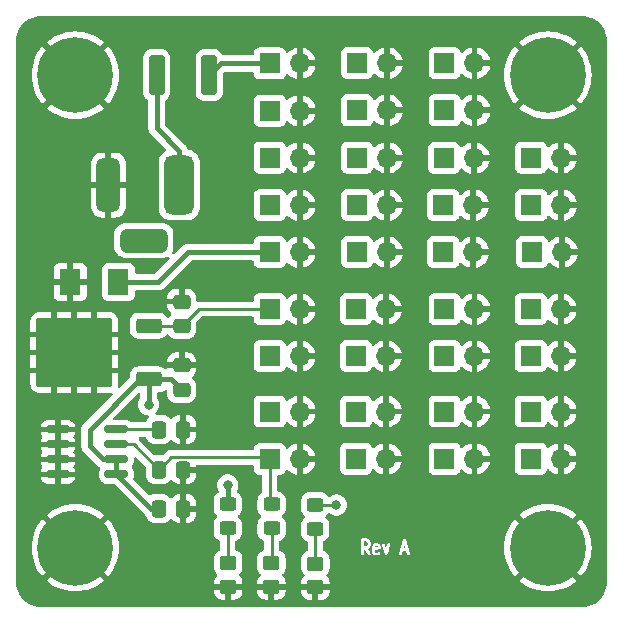
<source format=gtl>
%TF.GenerationSoftware,KiCad,Pcbnew,7.0.10-7.0.10~ubuntu22.04.1*%
%TF.CreationDate,2024-01-03T18:05:14-08:00*%
%TF.ProjectId,YamhillPowerDistribution,59616d68-696c-46c5-906f-776572446973,A*%
%TF.SameCoordinates,Original*%
%TF.FileFunction,Copper,L1,Top*%
%TF.FilePolarity,Positive*%
%FSLAX46Y46*%
G04 Gerber Fmt 4.6, Leading zero omitted, Abs format (unit mm)*
G04 Created by KiCad (PCBNEW 7.0.10-7.0.10~ubuntu22.04.1) date 2024-01-03 18:05:14*
%MOMM*%
%LPD*%
G01*
G04 APERTURE LIST*
G04 Aperture macros list*
%AMRoundRect*
0 Rectangle with rounded corners*
0 $1 Rounding radius*
0 $2 $3 $4 $5 $6 $7 $8 $9 X,Y pos of 4 corners*
0 Add a 4 corners polygon primitive as box body*
4,1,4,$2,$3,$4,$5,$6,$7,$8,$9,$2,$3,0*
0 Add four circle primitives for the rounded corners*
1,1,$1+$1,$2,$3*
1,1,$1+$1,$4,$5*
1,1,$1+$1,$6,$7*
1,1,$1+$1,$8,$9*
0 Add four rect primitives between the rounded corners*
20,1,$1+$1,$2,$3,$4,$5,0*
20,1,$1+$1,$4,$5,$6,$7,0*
20,1,$1+$1,$6,$7,$8,$9,0*
20,1,$1+$1,$8,$9,$2,$3,0*%
G04 Aperture macros list end*
%ADD10C,0.250000*%
%TA.AperFunction,ComponentPad*%
%ADD11C,0.800000*%
%TD*%
%TA.AperFunction,ComponentPad*%
%ADD12C,6.400000*%
%TD*%
%TA.AperFunction,ComponentPad*%
%ADD13R,1.700000X1.700000*%
%TD*%
%TA.AperFunction,ComponentPad*%
%ADD14O,1.700000X1.700000*%
%TD*%
%TA.AperFunction,SMDPad,CuDef*%
%ADD15RoundRect,0.250000X0.450000X-0.325000X0.450000X0.325000X-0.450000X0.325000X-0.450000X-0.325000X0*%
%TD*%
%TA.AperFunction,SMDPad,CuDef*%
%ADD16RoundRect,0.250000X0.475000X-0.337500X0.475000X0.337500X-0.475000X0.337500X-0.475000X-0.337500X0*%
%TD*%
%TA.AperFunction,SMDPad,CuDef*%
%ADD17RoundRect,0.250000X-0.337500X-0.475000X0.337500X-0.475000X0.337500X0.475000X-0.337500X0.475000X0*%
%TD*%
%TA.AperFunction,SMDPad,CuDef*%
%ADD18R,1.800000X2.200000*%
%TD*%
%TA.AperFunction,SMDPad,CuDef*%
%ADD19RoundRect,0.150000X0.825000X0.150000X-0.825000X0.150000X-0.825000X-0.150000X0.825000X-0.150000X0*%
%TD*%
%TA.AperFunction,SMDPad,CuDef*%
%ADD20RoundRect,0.250000X-0.450000X0.350000X-0.450000X-0.350000X0.450000X-0.350000X0.450000X0.350000X0*%
%TD*%
%TA.AperFunction,SMDPad,CuDef*%
%ADD21RoundRect,0.250000X0.850000X0.350000X-0.850000X0.350000X-0.850000X-0.350000X0.850000X-0.350000X0*%
%TD*%
%TA.AperFunction,SMDPad,CuDef*%
%ADD22RoundRect,0.250000X1.275000X1.125000X-1.275000X1.125000X-1.275000X-1.125000X1.275000X-1.125000X0*%
%TD*%
%TA.AperFunction,SMDPad,CuDef*%
%ADD23RoundRect,0.249997X2.950003X2.650003X-2.950003X2.650003X-2.950003X-2.650003X2.950003X-2.650003X0*%
%TD*%
%TA.AperFunction,ComponentPad*%
%ADD24RoundRect,0.625000X-0.625000X1.875000X-0.625000X-1.875000X0.625000X-1.875000X0.625000X1.875000X0*%
%TD*%
%TA.AperFunction,ComponentPad*%
%ADD25RoundRect,0.500000X-0.500000X1.750000X-0.500000X-1.750000X0.500000X-1.750000X0.500000X1.750000X0*%
%TD*%
%TA.AperFunction,ComponentPad*%
%ADD26RoundRect,0.500000X-1.500000X0.500000X-1.500000X-0.500000X1.500000X-0.500000X1.500000X0.500000X0*%
%TD*%
%TA.AperFunction,SMDPad,CuDef*%
%ADD27RoundRect,0.250000X0.400000X1.450000X-0.400000X1.450000X-0.400000X-1.450000X0.400000X-1.450000X0*%
%TD*%
%TA.AperFunction,ViaPad*%
%ADD28C,0.800000*%
%TD*%
%TA.AperFunction,Conductor*%
%ADD29C,0.400000*%
%TD*%
%TA.AperFunction,Conductor*%
%ADD30C,0.250000*%
%TD*%
G04 APERTURE END LIST*
D10*
G36*
X130583949Y-94883316D02*
G01*
X130602629Y-94928149D01*
X130379949Y-94981593D01*
X130379949Y-94936571D01*
X130402138Y-94883316D01*
X130432429Y-94865142D01*
X130553658Y-94865142D01*
X130583949Y-94883316D01*
G37*
G36*
X129696287Y-94493576D02*
G01*
X129718256Y-94519940D01*
X129748996Y-94593714D01*
X129748996Y-94715141D01*
X129718256Y-94788915D01*
X129696287Y-94815279D01*
X129648896Y-94843714D01*
X129427568Y-94843714D01*
X129427568Y-94465142D01*
X129648896Y-94465142D01*
X129696287Y-94493576D01*
G37*
G36*
X132947637Y-95072285D02*
G01*
X132800357Y-95072285D01*
X132873997Y-94807181D01*
X132947637Y-95072285D01*
G37*
G36*
X133503746Y-95836571D02*
G01*
X129006139Y-95836571D01*
X129006139Y-95540142D01*
X129177568Y-95540142D01*
X129197411Y-95607722D01*
X129250641Y-95653846D01*
X129320357Y-95663870D01*
X129384426Y-95634611D01*
X129422505Y-95575359D01*
X129427568Y-95540142D01*
X129427568Y-95093714D01*
X129468867Y-95093714D01*
X129766023Y-95603126D01*
X129817215Y-95651501D01*
X129886435Y-95664521D01*
X129951705Y-95638052D01*
X129992303Y-95580496D01*
X129995340Y-95510129D01*
X129981968Y-95477158D01*
X129918709Y-95368714D01*
X130129949Y-95368714D01*
X130131922Y-95375436D01*
X130130693Y-95382335D01*
X130139564Y-95416791D01*
X130187183Y-95531077D01*
X130200957Y-95548097D01*
X130210663Y-95567727D01*
X130228773Y-95582468D01*
X130231492Y-95585827D01*
X130233863Y-95586610D01*
X130238257Y-95590187D01*
X130333494Y-95647329D01*
X130349057Y-95651383D01*
X130362589Y-95660079D01*
X130397806Y-95665142D01*
X130588282Y-95665142D01*
X130603713Y-95660610D01*
X130619790Y-95661106D01*
X130652593Y-95647329D01*
X130747831Y-95590187D01*
X130795572Y-95538403D01*
X130807736Y-95469028D01*
X130780464Y-95404089D01*
X130722411Y-95364204D01*
X130652012Y-95362036D01*
X130619208Y-95375813D01*
X130553659Y-95415142D01*
X130432428Y-95415142D01*
X130402138Y-95396968D01*
X130379949Y-95343713D01*
X130379949Y-95238691D01*
X130760310Y-95147405D01*
X130786018Y-95132646D01*
X130812997Y-95120326D01*
X130816222Y-95115307D01*
X130821393Y-95112339D01*
X130835041Y-95086023D01*
X130851076Y-95061074D01*
X130852262Y-95052822D01*
X130853822Y-95049815D01*
X130853379Y-95045053D01*
X130856139Y-95025857D01*
X130856139Y-94911571D01*
X130854165Y-94904848D01*
X130855395Y-94897950D01*
X130846524Y-94863494D01*
X130798905Y-94749208D01*
X130791939Y-94740601D01*
X130939473Y-94740601D01*
X130944666Y-94775799D01*
X131182761Y-95575799D01*
X131201714Y-95605053D01*
X131220364Y-95634309D01*
X131220796Y-95634508D01*
X131221057Y-95634910D01*
X131252708Y-95649224D01*
X131284324Y-95663804D01*
X131284798Y-95663737D01*
X131285233Y-95663934D01*
X131319619Y-95658861D01*
X131354077Y-95654036D01*
X131354438Y-95653724D01*
X131354912Y-95653655D01*
X131381156Y-95630745D01*
X131407476Y-95608108D01*
X131407736Y-95607542D01*
X131407973Y-95607336D01*
X131408211Y-95606513D01*
X131422375Y-95575799D01*
X131442944Y-95506687D01*
X132420224Y-95506687D01*
X132421256Y-95577112D01*
X132460199Y-95635800D01*
X132524689Y-95664117D01*
X132594252Y-95653073D01*
X132646800Y-95606175D01*
X132661104Y-95573597D01*
X132730913Y-95322285D01*
X133017081Y-95322285D01*
X133086890Y-95573597D01*
X133124097Y-95633401D01*
X133187730Y-95663596D01*
X133257585Y-95654595D01*
X133311486Y-95609256D01*
X133332317Y-95541974D01*
X133327770Y-95506687D01*
X132994437Y-94306687D01*
X132993432Y-94305073D01*
X132993405Y-94303172D01*
X132974899Y-94275284D01*
X132957230Y-94246883D01*
X132955513Y-94246068D01*
X132954462Y-94244484D01*
X132923820Y-94231029D01*
X132893597Y-94216688D01*
X132891711Y-94216930D01*
X132889972Y-94216167D01*
X132856936Y-94221411D01*
X132823742Y-94225689D01*
X132822287Y-94226912D01*
X132820409Y-94227211D01*
X132795439Y-94249495D01*
X132769841Y-94271028D01*
X132769278Y-94272843D01*
X132767861Y-94274109D01*
X132753557Y-94306687D01*
X132420224Y-95506687D01*
X131442944Y-95506687D01*
X131660469Y-94775799D01*
X131660728Y-94705366D01*
X131622867Y-94645975D01*
X131558907Y-94616480D01*
X131489154Y-94626248D01*
X131435755Y-94672176D01*
X131420856Y-94704485D01*
X131302567Y-95101933D01*
X131184280Y-94704485D01*
X131145984Y-94645373D01*
X131081808Y-94616350D01*
X131012129Y-94626629D01*
X130959068Y-94672948D01*
X130939473Y-94740601D01*
X130791939Y-94740601D01*
X130785131Y-94732188D01*
X130775426Y-94712559D01*
X130757312Y-94697815D01*
X130754596Y-94694459D01*
X130752226Y-94693675D01*
X130747832Y-94690099D01*
X130652594Y-94632955D01*
X130637029Y-94628900D01*
X130623499Y-94620205D01*
X130588282Y-94615142D01*
X130397806Y-94615142D01*
X130382374Y-94619672D01*
X130366297Y-94619178D01*
X130333494Y-94632955D01*
X130238256Y-94690098D01*
X130223415Y-94706195D01*
X130205402Y-94718647D01*
X130193441Y-94738709D01*
X130190516Y-94741883D01*
X130190085Y-94744339D01*
X130187183Y-94749208D01*
X130139564Y-94863494D01*
X130138800Y-94870459D01*
X130135012Y-94876354D01*
X130129949Y-94911571D01*
X130129949Y-95368714D01*
X129918709Y-95368714D01*
X129747883Y-95075870D01*
X129843070Y-95018757D01*
X129845262Y-95016378D01*
X129848351Y-95015407D01*
X129874786Y-94991594D01*
X129922405Y-94934451D01*
X129922776Y-94933595D01*
X129923543Y-94933065D01*
X129941762Y-94902505D01*
X129989381Y-94788219D01*
X129990144Y-94781253D01*
X129993933Y-94775359D01*
X129998996Y-94740142D01*
X129998996Y-94568714D01*
X129997022Y-94561991D01*
X129998252Y-94555093D01*
X129989381Y-94520637D01*
X129941762Y-94406351D01*
X129941174Y-94405625D01*
X129941060Y-94404701D01*
X129922405Y-94374405D01*
X129874786Y-94317262D01*
X129872098Y-94315460D01*
X129870664Y-94312559D01*
X129843070Y-94290099D01*
X129747832Y-94232955D01*
X129732267Y-94228900D01*
X129718737Y-94220205D01*
X129683520Y-94215142D01*
X129302568Y-94215142D01*
X129293812Y-94217712D01*
X129284779Y-94216414D01*
X129260546Y-94227480D01*
X129234988Y-94234985D01*
X129229012Y-94241881D01*
X129220710Y-94245673D01*
X129206306Y-94268085D01*
X129188864Y-94288215D01*
X129187565Y-94297247D01*
X129182631Y-94304925D01*
X129177568Y-94340142D01*
X129177568Y-95540142D01*
X129006139Y-95540142D01*
X129006139Y-94043713D01*
X133503746Y-94043713D01*
X133503746Y-95836571D01*
G37*
D11*
%TO.P,H3,1,1*%
%TO.N,GND*%
X102600000Y-95000000D03*
X103302944Y-93302944D03*
X103302944Y-96697056D03*
X105000000Y-92600000D03*
D12*
X105000000Y-95000000D03*
D11*
X105000000Y-97400000D03*
X106697056Y-93302944D03*
X106697056Y-96697056D03*
X107400000Y-95000000D03*
%TD*%
D13*
%TO.P,J33,1,Pin_1*%
%TO.N,Net-(D1-K)*%
X128860000Y-66000000D03*
D14*
%TO.P,J33,2,Pin_2*%
%TO.N,GND*%
X131400000Y-66000000D03*
%TD*%
D15*
%TO.P,D3,1,K*%
%TO.N,Net-(D3-K)*%
X121615000Y-93380000D03*
%TO.P,D3,2,A*%
%TO.N,Net-(D3-A)*%
X121615000Y-91330000D03*
%TD*%
D13*
%TO.P,J14,1,Pin_1*%
%TO.N,Net-(D1-K)*%
X136250000Y-53975000D03*
D14*
%TO.P,J14,2,Pin_2*%
%TO.N,GND*%
X138790000Y-53975000D03*
%TD*%
D13*
%TO.P,J5,1,Pin_1*%
%TO.N,Net-(D4-A)*%
X143550000Y-74800000D03*
D14*
%TO.P,J5,2,Pin_2*%
%TO.N,GND*%
X146090000Y-74800000D03*
%TD*%
D13*
%TO.P,J9,1,Pin_1*%
%TO.N,Net-(D4-A)*%
X143550000Y-78775000D03*
D14*
%TO.P,J9,2,Pin_2*%
%TO.N,GND*%
X146090000Y-78775000D03*
%TD*%
D13*
%TO.P,J13,1,Pin_1*%
%TO.N,Net-(D1-K)*%
X128850000Y-53975000D03*
D14*
%TO.P,J13,2,Pin_2*%
%TO.N,GND*%
X131390000Y-53975000D03*
%TD*%
D13*
%TO.P,J2,1,Pin_1*%
%TO.N,Net-(D4-A)*%
X121450000Y-74800000D03*
D14*
%TO.P,J2,2,Pin_2*%
%TO.N,GND*%
X123990000Y-74800000D03*
%TD*%
D11*
%TO.P,H2,1,1*%
%TO.N,GND*%
X142600000Y-55000000D03*
X143302944Y-53302944D03*
X143302944Y-56697056D03*
X145000000Y-52600000D03*
D12*
X145000000Y-55000000D03*
D11*
X145000000Y-57400000D03*
X146697056Y-53302944D03*
X146697056Y-56697056D03*
X147400000Y-55000000D03*
%TD*%
D13*
%TO.P,J22,1,Pin_1*%
%TO.N,Net-(D3-A)*%
X128750000Y-87475000D03*
D14*
%TO.P,J22,2,Pin_2*%
%TO.N,GND*%
X131290000Y-87475000D03*
%TD*%
D13*
%TO.P,J24,1,Pin_1*%
%TO.N,Net-(D3-A)*%
X143550000Y-83475000D03*
D14*
%TO.P,J24,2,Pin_2*%
%TO.N,GND*%
X146090000Y-83475000D03*
%TD*%
D13*
%TO.P,J3,1,Pin_1*%
%TO.N,Net-(D4-A)*%
X128750000Y-74800000D03*
D14*
%TO.P,J3,2,Pin_2*%
%TO.N,GND*%
X131290000Y-74800000D03*
%TD*%
D13*
%TO.P,J26,1,Pin_1*%
%TO.N,Net-(D1-K)*%
X121450000Y-69975000D03*
D14*
%TO.P,J26,2,Pin_2*%
%TO.N,GND*%
X123990000Y-69975000D03*
%TD*%
D13*
%TO.P,J17,1,Pin_1*%
%TO.N,Net-(D1-K)*%
X136250000Y-57975000D03*
D14*
%TO.P,J17,2,Pin_2*%
%TO.N,GND*%
X138790000Y-57975000D03*
%TD*%
D13*
%TO.P,J4,1,Pin_1*%
%TO.N,Net-(D4-A)*%
X136250000Y-74800000D03*
D14*
%TO.P,J4,2,Pin_2*%
%TO.N,GND*%
X138790000Y-74800000D03*
%TD*%
D13*
%TO.P,J29,1,Pin_1*%
%TO.N,Net-(D1-K)*%
X143650000Y-69975000D03*
D14*
%TO.P,J29,2,Pin_2*%
%TO.N,GND*%
X146190000Y-69975000D03*
%TD*%
D13*
%TO.P,J6,1,Pin_1*%
%TO.N,Net-(D4-A)*%
X121450000Y-78775000D03*
D14*
%TO.P,J6,2,Pin_2*%
%TO.N,GND*%
X123990000Y-78775000D03*
%TD*%
D13*
%TO.P,J16,1,Pin_1*%
%TO.N,Net-(D1-K)*%
X128850000Y-57975000D03*
D14*
%TO.P,J16,2,Pin_2*%
%TO.N,GND*%
X131390000Y-57975000D03*
%TD*%
D13*
%TO.P,J20,1,Pin_1*%
%TO.N,Net-(D3-A)*%
X143550000Y-87475000D03*
D14*
%TO.P,J20,2,Pin_2*%
%TO.N,GND*%
X146090000Y-87475000D03*
%TD*%
D15*
%TO.P,D2,1,K*%
%TO.N,Net-(D2-K)*%
X117900000Y-93380000D03*
%TO.P,D2,2,A*%
%TO.N,Net-(D1-K)*%
X117900000Y-91330000D03*
%TD*%
D16*
%TO.P,C3,1*%
%TO.N,Net-(D1-K)*%
X114000000Y-81637500D03*
%TO.P,C3,2*%
%TO.N,GND*%
X114000000Y-79562500D03*
%TD*%
D17*
%TO.P,C4,1*%
%TO.N,Net-(D3-A)*%
X112062500Y-88400000D03*
%TO.P,C4,2*%
%TO.N,GND*%
X114137500Y-88400000D03*
%TD*%
D13*
%TO.P,J8,1,Pin_1*%
%TO.N,Net-(D4-A)*%
X136250000Y-78775000D03*
D14*
%TO.P,J8,2,Pin_2*%
%TO.N,GND*%
X138790000Y-78775000D03*
%TD*%
D13*
%TO.P,J10,1,Pin_1*%
%TO.N,Net-(D1-K)*%
X121450000Y-61975000D03*
D14*
%TO.P,J10,2,Pin_2*%
%TO.N,GND*%
X123990000Y-61975000D03*
%TD*%
D18*
%TO.P,D1,1,K*%
%TO.N,Net-(D1-K)*%
X108650000Y-72500000D03*
%TO.P,D1,2,A*%
%TO.N,GND*%
X104550000Y-72500000D03*
%TD*%
D11*
%TO.P,H4,1,1*%
%TO.N,GND*%
X142600000Y-95000000D03*
X143302944Y-93302944D03*
X143302944Y-96697056D03*
X145000000Y-92600000D03*
D12*
X145000000Y-95000000D03*
D11*
X145000000Y-97400000D03*
X146697056Y-93302944D03*
X146697056Y-96697056D03*
X147400000Y-95000000D03*
%TD*%
D19*
%TO.P,U2,1,EN*%
%TO.N,Net-(D1-K)*%
X108475000Y-88805000D03*
%TO.P,U2,2,VIN*%
X108475000Y-87535000D03*
%TO.P,U2,3,VOUT*%
%TO.N,Net-(D3-A)*%
X108475000Y-86265000D03*
%TO.P,U2,4,BP*%
%TO.N,Net-(U2-BP)*%
X108475000Y-84995000D03*
%TO.P,U2,5,GND*%
%TO.N,GND*%
X103525000Y-84995000D03*
%TO.P,U2,6,GND*%
X103525000Y-86265000D03*
%TO.P,U2,7,GND*%
X103525000Y-87535000D03*
%TO.P,U2,8,GND*%
X103525000Y-88805000D03*
%TD*%
D13*
%TO.P,J11,1,Pin_1*%
%TO.N,Net-(D1-K)*%
X128850000Y-61975000D03*
D14*
%TO.P,J11,2,Pin_2*%
%TO.N,GND*%
X131390000Y-61975000D03*
%TD*%
D17*
%TO.P,C5,1*%
%TO.N,Net-(U2-BP)*%
X112062500Y-85000000D03*
%TO.P,C5,2*%
%TO.N,GND*%
X114137500Y-85000000D03*
%TD*%
D20*
%TO.P,R2,1*%
%TO.N,Net-(D3-K)*%
X121600000Y-96300000D03*
%TO.P,R2,2*%
%TO.N,GND*%
X121600000Y-98300000D03*
%TD*%
D13*
%TO.P,J21,1,Pin_1*%
%TO.N,Net-(D3-A)*%
X136250000Y-87475000D03*
D14*
%TO.P,J21,2,Pin_2*%
%TO.N,GND*%
X138790000Y-87475000D03*
%TD*%
D13*
%TO.P,J28,1,Pin_1*%
%TO.N,Net-(D1-K)*%
X136150000Y-69975000D03*
D14*
%TO.P,J28,2,Pin_2*%
%TO.N,GND*%
X138690000Y-69975000D03*
%TD*%
D17*
%TO.P,C1,1*%
%TO.N,Net-(D1-K)*%
X112062500Y-91700000D03*
%TO.P,C1,2*%
%TO.N,GND*%
X114137500Y-91700000D03*
%TD*%
D13*
%TO.P,J7,1,Pin_1*%
%TO.N,Net-(D4-A)*%
X128750000Y-78775000D03*
D14*
%TO.P,J7,2,Pin_2*%
%TO.N,GND*%
X131290000Y-78775000D03*
%TD*%
D11*
%TO.P,H1,1,1*%
%TO.N,GND*%
X102600000Y-55000000D03*
X103302944Y-53302944D03*
X103302944Y-56697056D03*
X105000000Y-52600000D03*
D12*
X105000000Y-55000000D03*
D11*
X105000000Y-57400000D03*
X106697056Y-53302944D03*
X106697056Y-56697056D03*
X107400000Y-55000000D03*
%TD*%
D13*
%TO.P,J34,1,Pin_1*%
%TO.N,Net-(D1-K)*%
X136150000Y-66000000D03*
D14*
%TO.P,J34,2,Pin_2*%
%TO.N,GND*%
X138690000Y-66000000D03*
%TD*%
D21*
%TO.P,U1,1,VI*%
%TO.N,Net-(D1-K)*%
X111200000Y-80760000D03*
D22*
%TO.P,U1,2,GND*%
%TO.N,GND*%
X106575000Y-80005000D03*
X106575000Y-76955000D03*
D23*
X104900000Y-78480000D03*
D22*
X103225000Y-80005000D03*
X103225000Y-76955000D03*
D21*
%TO.P,U1,3,VO*%
%TO.N,Net-(D4-A)*%
X111200000Y-76200000D03*
%TD*%
D13*
%TO.P,J31,1,Pin_1*%
%TO.N,Net-(D1-K)*%
X143590000Y-61975000D03*
D14*
%TO.P,J31,2,Pin_2*%
%TO.N,GND*%
X146130000Y-61975000D03*
%TD*%
D24*
%TO.P,J1,1*%
%TO.N,Net-(F1-Pad2)*%
X113800000Y-64300000D03*
D25*
%TO.P,J1,2*%
%TO.N,GND*%
X107800000Y-64300000D03*
D26*
%TO.P,J1,3*%
%TO.N,unconnected-(J1-Pad3)*%
X110800000Y-69000000D03*
%TD*%
D16*
%TO.P,C2,1*%
%TO.N,Net-(D4-A)*%
X114000000Y-76237500D03*
%TO.P,C2,2*%
%TO.N,GND*%
X114000000Y-74162500D03*
%TD*%
D20*
%TO.P,R1,1*%
%TO.N,Net-(D2-K)*%
X117945000Y-96300000D03*
%TO.P,R1,2*%
%TO.N,GND*%
X117945000Y-98300000D03*
%TD*%
D13*
%TO.P,J23,1,Pin_1*%
%TO.N,Net-(D3-A)*%
X121460000Y-87500000D03*
D14*
%TO.P,J23,2,Pin_2*%
%TO.N,GND*%
X124000000Y-87500000D03*
%TD*%
D13*
%TO.P,J15,1,Pin_1*%
%TO.N,Net-(D1-K)*%
X121460000Y-58000000D03*
D14*
%TO.P,J15,2,Pin_2*%
%TO.N,GND*%
X124000000Y-58000000D03*
%TD*%
D13*
%TO.P,J12,1,Pin_1*%
%TO.N,Net-(D1-K)*%
X121460000Y-54000000D03*
D14*
%TO.P,J12,2,Pin_2*%
%TO.N,GND*%
X124000000Y-54000000D03*
%TD*%
D27*
%TO.P,F1,1*%
%TO.N,Net-(D1-K)*%
X116325000Y-55000000D03*
%TO.P,F1,2*%
%TO.N,Net-(F1-Pad2)*%
X111875000Y-55000000D03*
%TD*%
D13*
%TO.P,J18,1,Pin_1*%
%TO.N,Net-(D3-A)*%
X121450000Y-83475000D03*
D14*
%TO.P,J18,2,Pin_2*%
%TO.N,GND*%
X123990000Y-83475000D03*
%TD*%
D15*
%TO.P,D4,1,K*%
%TO.N,Net-(D4-K)*%
X125300000Y-93425000D03*
%TO.P,D4,2,A*%
%TO.N,Net-(D4-A)*%
X125300000Y-91375000D03*
%TD*%
D13*
%TO.P,J35,1,Pin_1*%
%TO.N,Net-(D1-K)*%
X143600000Y-66000000D03*
D14*
%TO.P,J35,2,Pin_2*%
%TO.N,GND*%
X146140000Y-66000000D03*
%TD*%
D13*
%TO.P,J19,1,Pin_1*%
%TO.N,Net-(D3-A)*%
X128750000Y-83475000D03*
D14*
%TO.P,J19,2,Pin_2*%
%TO.N,GND*%
X131290000Y-83475000D03*
%TD*%
D20*
%TO.P,R3,1*%
%TO.N,Net-(D4-K)*%
X125325000Y-96345000D03*
%TO.P,R3,2*%
%TO.N,GND*%
X125325000Y-98345000D03*
%TD*%
D13*
%TO.P,J25,1,Pin_1*%
%TO.N,Net-(D3-A)*%
X136250000Y-83475000D03*
D14*
%TO.P,J25,2,Pin_2*%
%TO.N,GND*%
X138790000Y-83475000D03*
%TD*%
D13*
%TO.P,J32,1,Pin_1*%
%TO.N,Net-(D1-K)*%
X121460000Y-66000000D03*
D14*
%TO.P,J32,2,Pin_2*%
%TO.N,GND*%
X124000000Y-66000000D03*
%TD*%
D13*
%TO.P,J30,1,Pin_1*%
%TO.N,Net-(D1-K)*%
X136200000Y-62000000D03*
D14*
%TO.P,J30,2,Pin_2*%
%TO.N,GND*%
X138740000Y-62000000D03*
%TD*%
D13*
%TO.P,J27,1,Pin_1*%
%TO.N,Net-(D1-K)*%
X128850000Y-69975000D03*
D14*
%TO.P,J27,2,Pin_2*%
%TO.N,GND*%
X131390000Y-69975000D03*
%TD*%
D28*
%TO.N,Net-(D1-K)*%
X117900000Y-89700000D03*
X111200000Y-82900000D03*
%TO.N,Net-(D4-A)*%
X127100000Y-91400000D03*
%TD*%
D29*
%TO.N,Net-(D1-K)*%
X111200000Y-80760000D02*
X110440000Y-80760000D01*
X111200000Y-80760000D02*
X113122500Y-80760000D01*
X108440000Y-87500000D02*
X108475000Y-87535000D01*
X108475000Y-87535000D02*
X108475000Y-88805000D01*
X117900000Y-91330000D02*
X117900000Y-89700000D01*
X111370000Y-91700000D02*
X108475000Y-88805000D01*
X113122500Y-80760000D02*
X114000000Y-81637500D01*
X108475000Y-87535000D02*
X107335000Y-87535000D01*
X108650000Y-72500000D02*
X112000000Y-72500000D01*
X114525000Y-69975000D02*
X121450000Y-69975000D01*
X111200000Y-80760000D02*
X111200000Y-82900000D01*
X112062500Y-91700000D02*
X111370000Y-91700000D01*
X106200000Y-85000000D02*
X106200000Y-86400000D01*
X110440000Y-80760000D02*
X106200000Y-85000000D01*
X112000000Y-72500000D02*
X114525000Y-69975000D01*
X107335000Y-87535000D02*
X106200000Y-86400000D01*
X116325000Y-55000000D02*
X117325000Y-54000000D01*
X117325000Y-54000000D02*
X121460000Y-54000000D01*
D30*
%TO.N,Net-(U2-BP)*%
X112057500Y-84995000D02*
X112062500Y-85000000D01*
X108475000Y-84995000D02*
X112057500Y-84995000D01*
D29*
%TO.N,Net-(F1-Pad2)*%
X113800000Y-64300000D02*
X113800000Y-61400000D01*
X111875000Y-59475000D02*
X111875000Y-55000000D01*
X113800000Y-61400000D02*
X111875000Y-59475000D01*
D30*
%TO.N,Net-(D4-A)*%
X114000000Y-76237500D02*
X115437500Y-74800000D01*
X111237500Y-76237500D02*
X111200000Y-76200000D01*
X127075000Y-91375000D02*
X127100000Y-91400000D01*
X115437500Y-74800000D02*
X121450000Y-74800000D01*
X114000000Y-76237500D02*
X111237500Y-76237500D01*
X125300000Y-91375000D02*
X127075000Y-91375000D01*
%TO.N,Net-(D3-A)*%
X121310000Y-87350000D02*
X121460000Y-87500000D01*
X112062500Y-88400000D02*
X113112500Y-87350000D01*
X121615000Y-91330000D02*
X121460000Y-91175000D01*
X112062500Y-88400000D02*
X109927500Y-86265000D01*
X113112500Y-87350000D02*
X121310000Y-87350000D01*
X121460000Y-91175000D02*
X121460000Y-87500000D01*
X109927500Y-86265000D02*
X108475000Y-86265000D01*
%TO.N,Net-(D2-K)*%
X117900000Y-96255000D02*
X117945000Y-96300000D01*
X117900000Y-93380000D02*
X117900000Y-96255000D01*
%TO.N,Net-(D3-K)*%
X121615000Y-93380000D02*
X121615000Y-96285000D01*
X121615000Y-96285000D02*
X121600000Y-96300000D01*
%TO.N,Net-(D4-K)*%
X125300000Y-96320000D02*
X125325000Y-96345000D01*
X125300000Y-93425000D02*
X125300000Y-96320000D01*
%TD*%
%TA.AperFunction,Conductor*%
%TO.N,GND*%
G36*
X106856420Y-96502867D02*
G01*
X106794601Y-96461561D01*
X106721680Y-96447056D01*
X106672432Y-96447056D01*
X106599511Y-96461561D01*
X106516816Y-96516816D01*
X106461561Y-96599511D01*
X106442158Y-96697056D01*
X106461561Y-96794601D01*
X106502867Y-96856420D01*
X105944180Y-96297733D01*
X106134870Y-96134870D01*
X106297733Y-95944180D01*
X106856420Y-96502867D01*
G37*
%TD.AperFunction*%
%TA.AperFunction,Conductor*%
G36*
X103865130Y-96134870D02*
G01*
X104055819Y-96297733D01*
X103497135Y-96856416D01*
X103538439Y-96794601D01*
X103557842Y-96697056D01*
X103538439Y-96599511D01*
X103483184Y-96516816D01*
X103400489Y-96461561D01*
X103327568Y-96447056D01*
X103278320Y-96447056D01*
X103205399Y-96461561D01*
X103143577Y-96502868D01*
X103702266Y-95944180D01*
X103865130Y-96134870D01*
G37*
%TD.AperFunction*%
%TA.AperFunction,Conductor*%
G36*
X104055819Y-93702266D02*
G01*
X103865130Y-93865130D01*
X103702266Y-94055818D01*
X103143582Y-93497134D01*
X103205399Y-93538439D01*
X103278320Y-93552944D01*
X103327568Y-93552944D01*
X103400489Y-93538439D01*
X103483184Y-93483184D01*
X103538439Y-93400489D01*
X103557842Y-93302944D01*
X103538439Y-93205399D01*
X103497133Y-93143581D01*
X104055819Y-93702266D01*
G37*
%TD.AperFunction*%
%TA.AperFunction,Conductor*%
G36*
X106461561Y-93205399D02*
G01*
X106442158Y-93302944D01*
X106461561Y-93400489D01*
X106516816Y-93483184D01*
X106599511Y-93538439D01*
X106672432Y-93552944D01*
X106721680Y-93552944D01*
X106794601Y-93538439D01*
X106856415Y-93497135D01*
X106297732Y-94055818D01*
X106134870Y-93865130D01*
X105944180Y-93702266D01*
X106502867Y-93143578D01*
X106461561Y-93205399D01*
G37*
%TD.AperFunction*%
%TA.AperFunction,Conductor*%
G36*
X146856420Y-96502867D02*
G01*
X146794601Y-96461561D01*
X146721680Y-96447056D01*
X146672432Y-96447056D01*
X146599511Y-96461561D01*
X146516816Y-96516816D01*
X146461561Y-96599511D01*
X146442158Y-96697056D01*
X146461561Y-96794601D01*
X146502867Y-96856420D01*
X145944180Y-96297733D01*
X146134870Y-96134870D01*
X146297733Y-95944180D01*
X146856420Y-96502867D01*
G37*
%TD.AperFunction*%
%TA.AperFunction,Conductor*%
G36*
X143865130Y-96134870D02*
G01*
X144055819Y-96297733D01*
X143497135Y-96856416D01*
X143538439Y-96794601D01*
X143557842Y-96697056D01*
X143538439Y-96599511D01*
X143483184Y-96516816D01*
X143400489Y-96461561D01*
X143327568Y-96447056D01*
X143278320Y-96447056D01*
X143205399Y-96461561D01*
X143143577Y-96502868D01*
X143702266Y-95944180D01*
X143865130Y-96134870D01*
G37*
%TD.AperFunction*%
%TA.AperFunction,Conductor*%
G36*
X144055819Y-93702266D02*
G01*
X143865130Y-93865130D01*
X143702266Y-94055818D01*
X143143582Y-93497134D01*
X143205399Y-93538439D01*
X143278320Y-93552944D01*
X143327568Y-93552944D01*
X143400489Y-93538439D01*
X143483184Y-93483184D01*
X143538439Y-93400489D01*
X143557842Y-93302944D01*
X143538439Y-93205399D01*
X143497133Y-93143581D01*
X144055819Y-93702266D01*
G37*
%TD.AperFunction*%
%TA.AperFunction,Conductor*%
G36*
X146461561Y-93205399D02*
G01*
X146442158Y-93302944D01*
X146461561Y-93400489D01*
X146516816Y-93483184D01*
X146599511Y-93538439D01*
X146672432Y-93552944D01*
X146721680Y-93552944D01*
X146794601Y-93538439D01*
X146856415Y-93497135D01*
X146297732Y-94055818D01*
X146134870Y-93865130D01*
X145944180Y-93702266D01*
X146502867Y-93143578D01*
X146461561Y-93205399D01*
G37*
%TD.AperFunction*%
%TA.AperFunction,Conductor*%
G36*
X106856420Y-56502867D02*
G01*
X106794601Y-56461561D01*
X106721680Y-56447056D01*
X106672432Y-56447056D01*
X106599511Y-56461561D01*
X106516816Y-56516816D01*
X106461561Y-56599511D01*
X106442158Y-56697056D01*
X106461561Y-56794601D01*
X106502867Y-56856420D01*
X105944180Y-56297733D01*
X106134870Y-56134870D01*
X106297733Y-55944180D01*
X106856420Y-56502867D01*
G37*
%TD.AperFunction*%
%TA.AperFunction,Conductor*%
G36*
X103865130Y-56134870D02*
G01*
X104055819Y-56297733D01*
X103497135Y-56856416D01*
X103538439Y-56794601D01*
X103557842Y-56697056D01*
X103538439Y-56599511D01*
X103483184Y-56516816D01*
X103400489Y-56461561D01*
X103327568Y-56447056D01*
X103278320Y-56447056D01*
X103205399Y-56461561D01*
X103143577Y-56502868D01*
X103702266Y-55944180D01*
X103865130Y-56134870D01*
G37*
%TD.AperFunction*%
%TA.AperFunction,Conductor*%
G36*
X104055819Y-53702266D02*
G01*
X103865130Y-53865130D01*
X103702266Y-54055818D01*
X103143582Y-53497134D01*
X103205399Y-53538439D01*
X103278320Y-53552944D01*
X103327568Y-53552944D01*
X103400489Y-53538439D01*
X103483184Y-53483184D01*
X103538439Y-53400489D01*
X103557842Y-53302944D01*
X103538439Y-53205399D01*
X103497133Y-53143581D01*
X104055819Y-53702266D01*
G37*
%TD.AperFunction*%
%TA.AperFunction,Conductor*%
G36*
X106461561Y-53205399D02*
G01*
X106442158Y-53302944D01*
X106461561Y-53400489D01*
X106516816Y-53483184D01*
X106599511Y-53538439D01*
X106672432Y-53552944D01*
X106721680Y-53552944D01*
X106794601Y-53538439D01*
X106856415Y-53497135D01*
X106297732Y-54055818D01*
X106134870Y-53865130D01*
X105944180Y-53702266D01*
X106502867Y-53143578D01*
X106461561Y-53205399D01*
G37*
%TD.AperFunction*%
%TA.AperFunction,Conductor*%
G36*
X146856420Y-56502867D02*
G01*
X146794601Y-56461561D01*
X146721680Y-56447056D01*
X146672432Y-56447056D01*
X146599511Y-56461561D01*
X146516816Y-56516816D01*
X146461561Y-56599511D01*
X146442158Y-56697056D01*
X146461561Y-56794601D01*
X146502867Y-56856420D01*
X145944180Y-56297733D01*
X146134870Y-56134870D01*
X146297733Y-55944180D01*
X146856420Y-56502867D01*
G37*
%TD.AperFunction*%
%TA.AperFunction,Conductor*%
G36*
X143865130Y-56134870D02*
G01*
X144055819Y-56297733D01*
X143497135Y-56856416D01*
X143538439Y-56794601D01*
X143557842Y-56697056D01*
X143538439Y-56599511D01*
X143483184Y-56516816D01*
X143400489Y-56461561D01*
X143327568Y-56447056D01*
X143278320Y-56447056D01*
X143205399Y-56461561D01*
X143143577Y-56502868D01*
X143702266Y-55944180D01*
X143865130Y-56134870D01*
G37*
%TD.AperFunction*%
%TA.AperFunction,Conductor*%
G36*
X144055819Y-53702266D02*
G01*
X143865130Y-53865130D01*
X143702266Y-54055818D01*
X143143582Y-53497134D01*
X143205399Y-53538439D01*
X143278320Y-53552944D01*
X143327568Y-53552944D01*
X143400489Y-53538439D01*
X143483184Y-53483184D01*
X143538439Y-53400489D01*
X143557842Y-53302944D01*
X143538439Y-53205399D01*
X143497133Y-53143581D01*
X144055819Y-53702266D01*
G37*
%TD.AperFunction*%
%TA.AperFunction,Conductor*%
G36*
X146461561Y-53205399D02*
G01*
X146442158Y-53302944D01*
X146461561Y-53400489D01*
X146516816Y-53483184D01*
X146599511Y-53538439D01*
X146672432Y-53552944D01*
X146721680Y-53552944D01*
X146794601Y-53538439D01*
X146856415Y-53497135D01*
X146297732Y-54055818D01*
X146134870Y-53865130D01*
X145944180Y-53702266D01*
X146502867Y-53143578D01*
X146461561Y-53205399D01*
G37*
%TD.AperFunction*%
%TA.AperFunction,Conductor*%
G36*
X148055180Y-50009514D02*
G01*
X148059551Y-50009592D01*
X148202327Y-50014707D01*
X148215512Y-50015887D01*
X148345168Y-50034530D01*
X148351679Y-50035645D01*
X148388330Y-50042936D01*
X148390429Y-50043372D01*
X148419731Y-50049747D01*
X148428286Y-50051930D01*
X148688646Y-50128378D01*
X148705211Y-50134558D01*
X148947983Y-50245427D01*
X148963507Y-50253904D01*
X149188036Y-50398200D01*
X149202200Y-50408802D01*
X149403907Y-50583582D01*
X149416417Y-50596092D01*
X149591197Y-50797799D01*
X149601799Y-50811963D01*
X149746095Y-51036492D01*
X149754574Y-51052020D01*
X149865439Y-51294782D01*
X149871622Y-51311358D01*
X149948066Y-51571703D01*
X149950255Y-51580278D01*
X149956614Y-51609508D01*
X149957066Y-51611679D01*
X149964352Y-51648312D01*
X149965472Y-51654854D01*
X149984110Y-51784483D01*
X149985293Y-51797692D01*
X149990405Y-51940433D01*
X149990484Y-51944846D01*
X149999500Y-97491809D01*
X149999500Y-97865542D01*
X149999421Y-97869956D01*
X149989857Y-98138453D01*
X149988674Y-98151686D01*
X149950969Y-98413929D01*
X149947208Y-98431217D01*
X149871622Y-98688641D01*
X149865439Y-98705217D01*
X149754574Y-98947979D01*
X149746095Y-98963507D01*
X149601799Y-99188036D01*
X149591197Y-99202200D01*
X149416417Y-99403907D01*
X149403907Y-99416417D01*
X149202200Y-99591197D01*
X149188036Y-99601799D01*
X148963507Y-99746095D01*
X148947979Y-99754574D01*
X148705217Y-99865439D01*
X148688641Y-99871622D01*
X148432548Y-99946817D01*
X148415260Y-99950578D01*
X148148892Y-99988875D01*
X148135671Y-99990058D01*
X147873532Y-99999421D01*
X147869106Y-99999500D01*
X102130894Y-99999500D01*
X102126468Y-99999421D01*
X101864328Y-99990058D01*
X101851107Y-99988875D01*
X101584739Y-99950578D01*
X101567451Y-99946817D01*
X101311358Y-99871622D01*
X101294782Y-99865439D01*
X101052020Y-99754574D01*
X101036492Y-99746095D01*
X100811963Y-99601799D01*
X100797799Y-99591197D01*
X100596092Y-99416417D01*
X100583582Y-99403907D01*
X100408802Y-99202200D01*
X100398200Y-99188036D01*
X100253904Y-98963507D01*
X100245425Y-98947979D01*
X100199625Y-98847690D01*
X100134558Y-98705211D01*
X100128377Y-98688641D01*
X100127243Y-98684780D01*
X100053181Y-98432546D01*
X100049422Y-98415266D01*
X100011123Y-98148880D01*
X100009942Y-98135684D01*
X100000579Y-97873531D01*
X100000500Y-97869105D01*
X100000500Y-95000000D01*
X101294922Y-95000000D01*
X101315219Y-95387287D01*
X101375886Y-95770323D01*
X101375887Y-95770330D01*
X101476262Y-96144936D01*
X101615244Y-96506994D01*
X101791310Y-96852543D01*
X102002531Y-97177793D01*
X102211095Y-97435350D01*
X102211096Y-97435350D01*
X103108756Y-96537689D01*
X103067449Y-96599511D01*
X103048046Y-96697056D01*
X103067449Y-96794601D01*
X103122704Y-96877296D01*
X103205399Y-96932551D01*
X103278320Y-96947056D01*
X103327568Y-96947056D01*
X103400489Y-96932551D01*
X103462304Y-96891247D01*
X102564648Y-97788903D01*
X102564649Y-97788904D01*
X102822206Y-97997468D01*
X103147456Y-98208689D01*
X103493005Y-98384755D01*
X103855063Y-98523737D01*
X104229669Y-98624112D01*
X104229676Y-98624113D01*
X104612712Y-98684780D01*
X104999999Y-98705078D01*
X105000001Y-98705078D01*
X105387287Y-98684780D01*
X105770323Y-98624113D01*
X105770330Y-98624112D01*
X106046921Y-98550000D01*
X116745001Y-98550000D01*
X116745001Y-98699986D01*
X116755494Y-98802697D01*
X116810641Y-98969119D01*
X116810643Y-98969124D01*
X116902684Y-99118345D01*
X117026654Y-99242315D01*
X117175875Y-99334356D01*
X117175880Y-99334358D01*
X117342302Y-99389505D01*
X117342309Y-99389506D01*
X117445019Y-99399999D01*
X117694999Y-99399999D01*
X117695000Y-99399998D01*
X117695000Y-98550000D01*
X118195000Y-98550000D01*
X118195000Y-99399999D01*
X118444972Y-99399999D01*
X118444986Y-99399998D01*
X118547697Y-99389505D01*
X118714119Y-99334358D01*
X118714124Y-99334356D01*
X118863345Y-99242315D01*
X118987315Y-99118345D01*
X119079356Y-98969124D01*
X119079358Y-98969119D01*
X119134505Y-98802697D01*
X119134506Y-98802690D01*
X119144999Y-98699986D01*
X119145000Y-98699973D01*
X119145000Y-98550000D01*
X120400001Y-98550000D01*
X120400001Y-98699986D01*
X120410494Y-98802697D01*
X120465641Y-98969119D01*
X120465643Y-98969124D01*
X120557684Y-99118345D01*
X120681654Y-99242315D01*
X120830875Y-99334356D01*
X120830880Y-99334358D01*
X120997302Y-99389505D01*
X120997309Y-99389506D01*
X121100019Y-99399999D01*
X121349999Y-99399999D01*
X121350000Y-99399998D01*
X121350000Y-98550000D01*
X121850000Y-98550000D01*
X121850000Y-99399999D01*
X122099972Y-99399999D01*
X122099986Y-99399998D01*
X122202697Y-99389505D01*
X122369119Y-99334358D01*
X122369124Y-99334356D01*
X122518345Y-99242315D01*
X122642315Y-99118345D01*
X122734356Y-98969124D01*
X122734358Y-98969119D01*
X122789505Y-98802697D01*
X122789506Y-98802690D01*
X122799999Y-98699986D01*
X122800000Y-98699973D01*
X122800000Y-98595000D01*
X124125001Y-98595000D01*
X124125001Y-98744986D01*
X124135494Y-98847697D01*
X124190641Y-99014119D01*
X124190643Y-99014124D01*
X124282684Y-99163345D01*
X124406654Y-99287315D01*
X124555875Y-99379356D01*
X124555880Y-99379358D01*
X124722302Y-99434505D01*
X124722309Y-99434506D01*
X124825019Y-99444999D01*
X125074999Y-99444999D01*
X125075000Y-99444998D01*
X125075000Y-98595000D01*
X125575000Y-98595000D01*
X125575000Y-99444999D01*
X125824972Y-99444999D01*
X125824986Y-99444998D01*
X125927697Y-99434505D01*
X126094119Y-99379358D01*
X126094124Y-99379356D01*
X126243345Y-99287315D01*
X126367315Y-99163345D01*
X126459356Y-99014124D01*
X126459358Y-99014119D01*
X126514505Y-98847697D01*
X126514506Y-98847690D01*
X126524999Y-98744986D01*
X126525000Y-98744973D01*
X126525000Y-98595000D01*
X125575000Y-98595000D01*
X125075000Y-98595000D01*
X124125001Y-98595000D01*
X122800000Y-98595000D01*
X122800000Y-98550000D01*
X121850000Y-98550000D01*
X121350000Y-98550000D01*
X120400001Y-98550000D01*
X119145000Y-98550000D01*
X118195000Y-98550000D01*
X117695000Y-98550000D01*
X116745001Y-98550000D01*
X106046921Y-98550000D01*
X106144936Y-98523737D01*
X106506994Y-98384755D01*
X106852543Y-98208689D01*
X107177783Y-97997476D01*
X107177785Y-97997475D01*
X107435349Y-97788902D01*
X106537691Y-96891244D01*
X106599511Y-96932551D01*
X106672432Y-96947056D01*
X106721680Y-96947056D01*
X106794601Y-96932551D01*
X106877296Y-96877296D01*
X106932551Y-96794601D01*
X106951954Y-96697056D01*
X106932551Y-96599511D01*
X106891244Y-96537691D01*
X107788902Y-97435349D01*
X107997475Y-97177785D01*
X107997476Y-97177783D01*
X108208689Y-96852543D01*
X108384755Y-96506994D01*
X108523737Y-96144936D01*
X108624112Y-95770330D01*
X108624113Y-95770323D01*
X108684780Y-95387287D01*
X108705078Y-95000000D01*
X108705078Y-94999999D01*
X108684780Y-94612712D01*
X108624113Y-94229676D01*
X108624112Y-94229669D01*
X108523737Y-93855063D01*
X108485327Y-93755001D01*
X116699500Y-93755001D01*
X116699501Y-93755019D01*
X116710000Y-93857796D01*
X116710001Y-93857799D01*
X116724913Y-93902799D01*
X116765186Y-94024334D01*
X116857288Y-94173656D01*
X116981344Y-94297712D01*
X117130666Y-94389814D01*
X117130668Y-94389815D01*
X117151110Y-94396588D01*
X117189502Y-94409310D01*
X117246947Y-94449081D01*
X117273772Y-94513596D01*
X117274500Y-94527016D01*
X117274500Y-95142894D01*
X117254815Y-95209933D01*
X117202011Y-95255688D01*
X117189507Y-95260599D01*
X117175667Y-95265185D01*
X117026342Y-95357289D01*
X116902289Y-95481342D01*
X116810187Y-95630663D01*
X116810186Y-95630666D01*
X116755001Y-95797203D01*
X116755001Y-95797204D01*
X116755000Y-95797204D01*
X116744500Y-95899983D01*
X116744500Y-96700001D01*
X116744501Y-96700019D01*
X116755000Y-96802796D01*
X116755001Y-96802799D01*
X116810185Y-96969331D01*
X116810187Y-96969336D01*
X116902289Y-97118657D01*
X116996304Y-97212672D01*
X117029789Y-97273995D01*
X117024805Y-97343687D01*
X116996305Y-97388034D01*
X116902682Y-97481657D01*
X116810643Y-97630875D01*
X116810641Y-97630880D01*
X116755494Y-97797302D01*
X116755493Y-97797309D01*
X116745000Y-97900013D01*
X116745000Y-98050000D01*
X119144999Y-98050000D01*
X119144999Y-97900028D01*
X119144998Y-97900013D01*
X119134505Y-97797302D01*
X119079358Y-97630880D01*
X119079356Y-97630875D01*
X118987315Y-97481654D01*
X118893695Y-97388034D01*
X118860210Y-97326711D01*
X118865194Y-97257019D01*
X118893691Y-97212676D01*
X118987712Y-97118656D01*
X119079814Y-96969334D01*
X119134999Y-96802797D01*
X119145500Y-96700009D01*
X119145499Y-95899992D01*
X119139595Y-95842200D01*
X119134999Y-95797203D01*
X119134998Y-95797200D01*
X119094726Y-95675668D01*
X119079814Y-95630666D01*
X118987712Y-95481344D01*
X118863656Y-95357288D01*
X118714334Y-95265186D01*
X118610495Y-95230777D01*
X118553051Y-95191004D01*
X118526228Y-95126488D01*
X118525500Y-95113071D01*
X118525500Y-94527016D01*
X118545185Y-94459977D01*
X118597989Y-94414222D01*
X118610488Y-94409313D01*
X118669334Y-94389814D01*
X118818656Y-94297712D01*
X118942712Y-94173656D01*
X119034814Y-94024334D01*
X119089999Y-93857797D01*
X119100500Y-93755009D01*
X119100499Y-93004992D01*
X119094595Y-92947200D01*
X119089999Y-92902203D01*
X119089998Y-92902200D01*
X119034814Y-92735666D01*
X118942712Y-92586344D01*
X118818656Y-92462288D01*
X118815819Y-92460538D01*
X118814283Y-92458830D01*
X118812989Y-92457807D01*
X118813163Y-92457585D01*
X118769096Y-92408594D01*
X118757872Y-92339632D01*
X118785713Y-92275549D01*
X118815817Y-92249462D01*
X118818656Y-92247712D01*
X118942712Y-92123656D01*
X119034814Y-91974334D01*
X119089999Y-91807797D01*
X119100500Y-91705009D01*
X119100499Y-90954992D01*
X119089999Y-90852203D01*
X119034814Y-90685666D01*
X118942712Y-90536344D01*
X118818656Y-90412288D01*
X118707256Y-90343576D01*
X118660533Y-90291629D01*
X118649310Y-90222666D01*
X118664967Y-90176038D01*
X118686058Y-90139507D01*
X118727179Y-90068284D01*
X118785674Y-89888256D01*
X118805460Y-89700000D01*
X118785674Y-89511744D01*
X118727179Y-89331716D01*
X118632533Y-89167784D01*
X118505871Y-89027112D01*
X118497047Y-89020701D01*
X118352734Y-88915851D01*
X118352729Y-88915848D01*
X118179807Y-88838857D01*
X118179802Y-88838855D01*
X118023504Y-88805634D01*
X117994646Y-88799500D01*
X117805354Y-88799500D01*
X117776500Y-88805633D01*
X117620197Y-88838855D01*
X117620192Y-88838857D01*
X117447270Y-88915848D01*
X117447265Y-88915851D01*
X117294129Y-89027111D01*
X117167466Y-89167785D01*
X117072821Y-89331715D01*
X117072818Y-89331722D01*
X117027019Y-89472678D01*
X117014326Y-89511744D01*
X116994540Y-89700000D01*
X117014326Y-89888256D01*
X117014327Y-89888259D01*
X117072818Y-90068277D01*
X117072820Y-90068281D01*
X117072821Y-90068284D01*
X117113942Y-90139507D01*
X117135033Y-90176039D01*
X117151505Y-90243939D01*
X117128652Y-90309966D01*
X117092742Y-90343576D01*
X116981347Y-90412285D01*
X116981343Y-90412288D01*
X116857289Y-90536342D01*
X116765187Y-90685663D01*
X116765185Y-90685668D01*
X116741661Y-90756660D01*
X116710001Y-90852203D01*
X116710001Y-90852204D01*
X116710000Y-90852204D01*
X116699500Y-90954983D01*
X116699500Y-91705001D01*
X116699501Y-91705019D01*
X116710000Y-91807796D01*
X116710001Y-91807799D01*
X116724913Y-91852799D01*
X116765186Y-91974334D01*
X116845888Y-92105174D01*
X116857289Y-92123657D01*
X116981346Y-92247714D01*
X116984182Y-92249463D01*
X116985717Y-92251170D01*
X116987011Y-92252193D01*
X116986836Y-92252414D01*
X117030905Y-92301411D01*
X117042126Y-92370374D01*
X117014282Y-92434456D01*
X116984182Y-92460537D01*
X116981346Y-92462285D01*
X116857289Y-92586342D01*
X116765187Y-92735663D01*
X116765185Y-92735668D01*
X116750275Y-92780663D01*
X116710001Y-92902203D01*
X116710001Y-92902204D01*
X116710000Y-92902204D01*
X116699500Y-93004983D01*
X116699500Y-93755001D01*
X108485327Y-93755001D01*
X108384755Y-93493005D01*
X108208689Y-93147456D01*
X107997468Y-92822206D01*
X107788904Y-92564649D01*
X107788903Y-92564648D01*
X106891247Y-93462303D01*
X106932551Y-93400489D01*
X106951954Y-93302944D01*
X106932551Y-93205399D01*
X106877296Y-93122704D01*
X106794601Y-93067449D01*
X106721680Y-93052944D01*
X106672432Y-93052944D01*
X106599511Y-93067449D01*
X106537690Y-93108755D01*
X107435350Y-92211096D01*
X107435350Y-92211095D01*
X107177793Y-92002531D01*
X106852543Y-91791310D01*
X106506994Y-91615244D01*
X106144936Y-91476262D01*
X105770330Y-91375887D01*
X105770323Y-91375886D01*
X105387287Y-91315219D01*
X105000001Y-91294922D01*
X104999999Y-91294922D01*
X104612712Y-91315219D01*
X104229676Y-91375886D01*
X104229669Y-91375887D01*
X103855063Y-91476262D01*
X103493005Y-91615244D01*
X103147456Y-91791310D01*
X102822206Y-92002531D01*
X102564648Y-92211095D01*
X102564648Y-92211096D01*
X103462306Y-93108754D01*
X103400489Y-93067449D01*
X103327568Y-93052944D01*
X103278320Y-93052944D01*
X103205399Y-93067449D01*
X103122704Y-93122704D01*
X103067449Y-93205399D01*
X103048046Y-93302944D01*
X103067449Y-93400489D01*
X103108753Y-93462305D01*
X102211096Y-92564648D01*
X102211095Y-92564648D01*
X102002531Y-92822206D01*
X101791310Y-93147456D01*
X101615244Y-93493005D01*
X101476262Y-93855063D01*
X101375887Y-94229669D01*
X101375886Y-94229676D01*
X101315219Y-94612712D01*
X101294922Y-94999999D01*
X101294922Y-95000000D01*
X100000500Y-95000000D01*
X100000500Y-89055001D01*
X102052704Y-89055001D01*
X102052899Y-89057486D01*
X102098718Y-89215198D01*
X102182314Y-89356552D01*
X102182321Y-89356561D01*
X102298438Y-89472678D01*
X102298447Y-89472685D01*
X102439803Y-89556282D01*
X102439806Y-89556283D01*
X102597504Y-89602099D01*
X102597510Y-89602100D01*
X102634350Y-89604999D01*
X102634366Y-89605000D01*
X103275000Y-89605000D01*
X103275000Y-89055000D01*
X103775000Y-89055000D01*
X103775000Y-89605000D01*
X104415634Y-89605000D01*
X104415649Y-89604999D01*
X104452489Y-89602100D01*
X104452495Y-89602099D01*
X104610193Y-89556283D01*
X104610196Y-89556282D01*
X104751552Y-89472685D01*
X104751561Y-89472678D01*
X104867678Y-89356561D01*
X104867685Y-89356552D01*
X104951281Y-89215198D01*
X104997100Y-89057486D01*
X104997295Y-89055001D01*
X104997295Y-89055000D01*
X103775000Y-89055000D01*
X103275000Y-89055000D01*
X102052705Y-89055000D01*
X102052704Y-89055001D01*
X100000500Y-89055001D01*
X100000500Y-88554998D01*
X102052704Y-88554998D01*
X102052705Y-88555000D01*
X103275000Y-88555000D01*
X103275000Y-87785000D01*
X103775000Y-87785000D01*
X103775000Y-88555000D01*
X104997295Y-88555000D01*
X104997295Y-88554998D01*
X104997100Y-88552513D01*
X104951281Y-88394801D01*
X104867685Y-88253447D01*
X104862900Y-88247278D01*
X104865252Y-88245453D01*
X104838445Y-88196405D01*
X104843402Y-88126712D01*
X104864465Y-88093936D01*
X104862900Y-88092722D01*
X104867685Y-88086552D01*
X104951281Y-87945198D01*
X104997100Y-87787486D01*
X104997295Y-87785001D01*
X104997295Y-87785000D01*
X103775000Y-87785000D01*
X103275000Y-87785000D01*
X102052705Y-87785000D01*
X102052704Y-87785001D01*
X102052899Y-87787486D01*
X102098718Y-87945198D01*
X102182314Y-88086552D01*
X102187100Y-88092722D01*
X102184753Y-88094542D01*
X102211564Y-88143642D01*
X102206580Y-88213334D01*
X102185541Y-88246069D01*
X102187100Y-88247278D01*
X102182314Y-88253447D01*
X102098718Y-88394801D01*
X102052899Y-88552513D01*
X102052704Y-88554998D01*
X100000500Y-88554998D01*
X100000500Y-87284998D01*
X102052704Y-87284998D01*
X102052705Y-87285000D01*
X103275000Y-87285000D01*
X103275000Y-86515000D01*
X103775000Y-86515000D01*
X103775000Y-87285000D01*
X104997295Y-87285000D01*
X104997295Y-87284998D01*
X104997100Y-87282513D01*
X104951281Y-87124801D01*
X104867685Y-86983447D01*
X104862900Y-86977278D01*
X104865252Y-86975453D01*
X104838445Y-86926405D01*
X104843402Y-86856712D01*
X104864465Y-86823936D01*
X104862900Y-86822722D01*
X104867685Y-86816552D01*
X104951281Y-86675198D01*
X104997100Y-86517486D01*
X104997295Y-86515001D01*
X104997295Y-86515000D01*
X103775000Y-86515000D01*
X103275000Y-86515000D01*
X102052705Y-86515000D01*
X102052704Y-86515001D01*
X102052899Y-86517486D01*
X102098718Y-86675198D01*
X102182314Y-86816552D01*
X102187100Y-86822722D01*
X102184753Y-86824542D01*
X102211564Y-86873642D01*
X102206580Y-86943334D01*
X102185541Y-86976069D01*
X102187100Y-86977278D01*
X102182314Y-86983447D01*
X102098718Y-87124801D01*
X102052899Y-87282513D01*
X102052704Y-87284998D01*
X100000500Y-87284998D01*
X100000500Y-86442605D01*
X105495642Y-86442605D01*
X105506483Y-86501770D01*
X105507610Y-86509171D01*
X105514859Y-86568871D01*
X105514860Y-86568874D01*
X105518451Y-86578343D01*
X105524474Y-86599946D01*
X105526304Y-86609930D01*
X105550991Y-86664782D01*
X105553854Y-86671694D01*
X105575182Y-86727930D01*
X105575183Y-86727931D01*
X105580936Y-86736266D01*
X105591961Y-86755813D01*
X105596120Y-86765055D01*
X105596124Y-86765060D01*
X105633215Y-86812403D01*
X105637655Y-86818438D01*
X105671812Y-86867924D01*
X105671816Y-86867929D01*
X105716828Y-86907805D01*
X105722283Y-86912940D01*
X106822058Y-88012715D01*
X106827178Y-88018153D01*
X106867071Y-88063183D01*
X106909866Y-88092722D01*
X106916569Y-88097349D01*
X106922601Y-88101788D01*
X106969938Y-88138874D01*
X106969943Y-88138877D01*
X106979174Y-88143031D01*
X106998727Y-88154059D01*
X107007070Y-88159818D01*
X107016360Y-88163341D01*
X107072064Y-88205518D01*
X107096123Y-88271115D01*
X107080898Y-88339305D01*
X107079125Y-88342403D01*
X107048256Y-88394601D01*
X107048254Y-88394606D01*
X107002402Y-88552426D01*
X107002401Y-88552432D01*
X106999500Y-88589298D01*
X106999500Y-89020701D01*
X107002401Y-89057567D01*
X107002402Y-89057573D01*
X107048254Y-89215393D01*
X107048255Y-89215396D01*
X107048256Y-89215398D01*
X107057802Y-89231540D01*
X107131917Y-89356862D01*
X107131923Y-89356870D01*
X107248129Y-89473076D01*
X107248133Y-89473079D01*
X107248135Y-89473081D01*
X107389602Y-89556744D01*
X107400162Y-89559812D01*
X107547426Y-89602597D01*
X107547429Y-89602597D01*
X107547431Y-89602598D01*
X107584306Y-89605500D01*
X108233481Y-89605500D01*
X108300520Y-89625185D01*
X108321162Y-89641819D01*
X110857058Y-92177715D01*
X110862178Y-92183153D01*
X110902071Y-92228183D01*
X110933848Y-92250117D01*
X110977838Y-92304400D01*
X110984660Y-92326209D01*
X110984998Y-92327790D01*
X111028082Y-92457807D01*
X111040186Y-92494334D01*
X111132288Y-92643656D01*
X111256344Y-92767712D01*
X111405666Y-92859814D01*
X111572203Y-92914999D01*
X111674991Y-92925500D01*
X112450008Y-92925499D01*
X112450016Y-92925498D01*
X112450019Y-92925498D01*
X112506302Y-92919748D01*
X112552797Y-92914999D01*
X112719334Y-92859814D01*
X112868656Y-92767712D01*
X112992712Y-92643656D01*
X112994752Y-92640347D01*
X112996745Y-92638555D01*
X112997193Y-92637989D01*
X112997289Y-92638065D01*
X113046694Y-92593623D01*
X113115656Y-92582395D01*
X113179740Y-92610234D01*
X113205829Y-92640339D01*
X113207681Y-92643341D01*
X113207683Y-92643344D01*
X113331654Y-92767315D01*
X113480875Y-92859356D01*
X113480880Y-92859358D01*
X113647302Y-92914505D01*
X113647309Y-92914506D01*
X113750019Y-92924999D01*
X113887499Y-92924999D01*
X113887500Y-92924998D01*
X113887500Y-91950000D01*
X114387500Y-91950000D01*
X114387500Y-92924999D01*
X114524972Y-92924999D01*
X114524986Y-92924998D01*
X114627697Y-92914505D01*
X114794119Y-92859358D01*
X114794124Y-92859356D01*
X114943345Y-92767315D01*
X115067315Y-92643345D01*
X115159356Y-92494124D01*
X115159358Y-92494119D01*
X115214505Y-92327697D01*
X115214506Y-92327690D01*
X115224999Y-92224986D01*
X115225000Y-92224973D01*
X115225000Y-91950000D01*
X114387500Y-91950000D01*
X113887500Y-91950000D01*
X113887500Y-90475000D01*
X114387500Y-90475000D01*
X114387500Y-91450000D01*
X115224999Y-91450000D01*
X115224999Y-91175028D01*
X115224998Y-91175013D01*
X115214505Y-91072302D01*
X115159358Y-90905880D01*
X115159356Y-90905875D01*
X115067315Y-90756654D01*
X114943345Y-90632684D01*
X114794124Y-90540643D01*
X114794119Y-90540641D01*
X114627697Y-90485494D01*
X114627690Y-90485493D01*
X114524986Y-90475000D01*
X114387500Y-90475000D01*
X113887500Y-90475000D01*
X113750027Y-90475000D01*
X113750012Y-90475001D01*
X113647302Y-90485494D01*
X113480880Y-90540641D01*
X113480875Y-90540643D01*
X113331654Y-90632684D01*
X113207683Y-90756655D01*
X113207679Y-90756660D01*
X113205826Y-90759665D01*
X113204018Y-90761290D01*
X113203202Y-90762323D01*
X113203025Y-90762183D01*
X113153874Y-90806385D01*
X113084911Y-90817601D01*
X113020831Y-90789752D01*
X112994753Y-90759653D01*
X112994737Y-90759628D01*
X112992712Y-90756344D01*
X112868656Y-90632288D01*
X112762572Y-90566855D01*
X112719336Y-90540187D01*
X112719331Y-90540185D01*
X112707740Y-90536344D01*
X112552797Y-90485001D01*
X112552795Y-90485000D01*
X112450010Y-90474500D01*
X111674998Y-90474500D01*
X111674980Y-90474501D01*
X111572203Y-90485000D01*
X111572200Y-90485001D01*
X111405666Y-90540186D01*
X111405665Y-90540186D01*
X111362426Y-90566855D01*
X111295033Y-90585293D01*
X111228370Y-90564368D01*
X111209652Y-90548995D01*
X109947815Y-89287158D01*
X109914330Y-89225835D01*
X109916419Y-89164883D01*
X109947598Y-89057569D01*
X109950500Y-89020694D01*
X109950500Y-88589306D01*
X109947598Y-88552431D01*
X109901744Y-88394602D01*
X109818081Y-88253135D01*
X109818078Y-88253132D01*
X109813298Y-88246969D01*
X109815750Y-88245066D01*
X109789155Y-88196421D01*
X109794104Y-88126726D01*
X109814940Y-88094304D01*
X109813298Y-88093031D01*
X109818075Y-88086870D01*
X109818081Y-88086865D01*
X109901744Y-87945398D01*
X109947598Y-87787569D01*
X109950500Y-87750694D01*
X109950500Y-87471952D01*
X109970185Y-87404913D01*
X110022989Y-87359158D01*
X110092147Y-87349214D01*
X110155703Y-87378239D01*
X110162177Y-87384267D01*
X110562909Y-87785000D01*
X110938181Y-88160272D01*
X110971666Y-88221595D01*
X110974500Y-88247953D01*
X110974500Y-88925001D01*
X110974501Y-88925019D01*
X110985000Y-89027796D01*
X110985001Y-89027799D01*
X111040115Y-89194119D01*
X111040186Y-89194334D01*
X111132288Y-89343656D01*
X111256344Y-89467712D01*
X111405666Y-89559814D01*
X111572203Y-89614999D01*
X111674991Y-89625500D01*
X112450008Y-89625499D01*
X112450016Y-89625498D01*
X112450019Y-89625498D01*
X112506302Y-89619748D01*
X112552797Y-89614999D01*
X112719334Y-89559814D01*
X112868656Y-89467712D01*
X112992712Y-89343656D01*
X112994752Y-89340347D01*
X112996745Y-89338555D01*
X112997193Y-89337989D01*
X112997289Y-89338065D01*
X113046694Y-89293623D01*
X113115656Y-89282395D01*
X113179740Y-89310234D01*
X113205829Y-89340339D01*
X113207681Y-89343341D01*
X113207683Y-89343344D01*
X113331654Y-89467315D01*
X113480875Y-89559356D01*
X113480880Y-89559358D01*
X113647302Y-89614505D01*
X113647309Y-89614506D01*
X113750019Y-89624999D01*
X113887499Y-89624999D01*
X113887500Y-89624998D01*
X113887500Y-88650000D01*
X114387500Y-88650000D01*
X114387500Y-89624999D01*
X114524972Y-89624999D01*
X114524986Y-89624998D01*
X114627697Y-89614505D01*
X114794119Y-89559358D01*
X114794124Y-89559356D01*
X114943345Y-89467315D01*
X115067315Y-89343345D01*
X115159356Y-89194124D01*
X115159358Y-89194119D01*
X115214505Y-89027697D01*
X115214506Y-89027690D01*
X115224999Y-88924986D01*
X115225000Y-88924973D01*
X115225000Y-88650000D01*
X114387500Y-88650000D01*
X113887500Y-88650000D01*
X113887500Y-88274000D01*
X113907185Y-88206961D01*
X113959989Y-88161206D01*
X114011500Y-88150000D01*
X115224999Y-88150000D01*
X115224999Y-88099500D01*
X115244684Y-88032461D01*
X115297488Y-87986706D01*
X115348999Y-87975500D01*
X119985501Y-87975500D01*
X120052540Y-87995185D01*
X120098295Y-88047989D01*
X120109501Y-88099500D01*
X120109501Y-88397876D01*
X120115908Y-88457483D01*
X120166202Y-88592328D01*
X120166206Y-88592335D01*
X120252452Y-88707544D01*
X120252455Y-88707547D01*
X120367664Y-88793793D01*
X120367671Y-88793797D01*
X120399408Y-88805634D01*
X120502517Y-88844091D01*
X120562127Y-88850500D01*
X120710500Y-88850499D01*
X120777539Y-88870183D01*
X120823294Y-88922987D01*
X120834500Y-88974499D01*
X120834500Y-90257865D01*
X120814815Y-90324904D01*
X120775598Y-90363403D01*
X120696344Y-90412287D01*
X120572289Y-90536342D01*
X120480187Y-90685663D01*
X120480185Y-90685668D01*
X120456661Y-90756660D01*
X120425001Y-90852203D01*
X120425001Y-90852204D01*
X120425000Y-90852204D01*
X120414500Y-90954983D01*
X120414500Y-91705001D01*
X120414501Y-91705019D01*
X120425000Y-91807796D01*
X120425001Y-91807799D01*
X120439913Y-91852799D01*
X120480186Y-91974334D01*
X120560888Y-92105174D01*
X120572289Y-92123657D01*
X120696346Y-92247714D01*
X120699182Y-92249463D01*
X120700717Y-92251170D01*
X120702011Y-92252193D01*
X120701836Y-92252414D01*
X120745905Y-92301411D01*
X120757126Y-92370374D01*
X120729282Y-92434456D01*
X120699182Y-92460537D01*
X120696346Y-92462285D01*
X120572289Y-92586342D01*
X120480187Y-92735663D01*
X120480185Y-92735668D01*
X120465275Y-92780663D01*
X120425001Y-92902203D01*
X120425001Y-92902204D01*
X120425000Y-92902204D01*
X120414500Y-93004983D01*
X120414500Y-93755001D01*
X120414501Y-93755019D01*
X120425000Y-93857796D01*
X120425001Y-93857799D01*
X120439913Y-93902799D01*
X120480186Y-94024334D01*
X120572288Y-94173656D01*
X120696344Y-94297712D01*
X120845666Y-94389814D01*
X120845668Y-94389815D01*
X120866110Y-94396588D01*
X120904502Y-94409310D01*
X120961947Y-94449081D01*
X120988772Y-94513596D01*
X120989500Y-94527016D01*
X120989500Y-95123012D01*
X120969815Y-95190051D01*
X120917011Y-95235806D01*
X120904506Y-95240717D01*
X120830669Y-95265185D01*
X120830666Y-95265186D01*
X120681342Y-95357289D01*
X120557289Y-95481342D01*
X120465187Y-95630663D01*
X120465186Y-95630666D01*
X120410001Y-95797203D01*
X120410001Y-95797204D01*
X120410000Y-95797204D01*
X120399500Y-95899983D01*
X120399500Y-96700001D01*
X120399501Y-96700019D01*
X120410000Y-96802796D01*
X120410001Y-96802799D01*
X120465185Y-96969331D01*
X120465187Y-96969336D01*
X120557289Y-97118657D01*
X120651304Y-97212672D01*
X120684789Y-97273995D01*
X120679805Y-97343687D01*
X120651305Y-97388034D01*
X120557682Y-97481657D01*
X120465643Y-97630875D01*
X120465641Y-97630880D01*
X120410494Y-97797302D01*
X120410493Y-97797309D01*
X120400000Y-97900013D01*
X120400000Y-98050000D01*
X122799999Y-98050000D01*
X122799999Y-97900028D01*
X122799998Y-97900013D01*
X122789505Y-97797302D01*
X122734358Y-97630880D01*
X122734356Y-97630875D01*
X122642315Y-97481654D01*
X122548695Y-97388034D01*
X122515210Y-97326711D01*
X122520194Y-97257019D01*
X122548691Y-97212676D01*
X122642712Y-97118656D01*
X122734814Y-96969334D01*
X122789999Y-96802797D01*
X122800500Y-96700009D01*
X122800499Y-95899992D01*
X122794595Y-95842200D01*
X122789999Y-95797203D01*
X122789998Y-95797200D01*
X122749726Y-95675668D01*
X122734814Y-95630666D01*
X122642712Y-95481344D01*
X122518656Y-95357288D01*
X122369334Y-95265186D01*
X122325494Y-95250658D01*
X122268050Y-95210885D01*
X122241228Y-95146369D01*
X122240500Y-95132953D01*
X122240500Y-94527016D01*
X122260185Y-94459977D01*
X122312989Y-94414222D01*
X122325488Y-94409313D01*
X122384334Y-94389814D01*
X122533656Y-94297712D01*
X122657712Y-94173656D01*
X122749814Y-94024334D01*
X122804999Y-93857797D01*
X122810904Y-93800001D01*
X124099500Y-93800001D01*
X124099501Y-93800019D01*
X124110000Y-93902796D01*
X124110001Y-93902799D01*
X124150273Y-94024331D01*
X124165186Y-94069334D01*
X124257288Y-94218656D01*
X124381344Y-94342712D01*
X124457711Y-94389815D01*
X124530668Y-94434815D01*
X124551110Y-94441588D01*
X124589502Y-94454310D01*
X124646947Y-94494081D01*
X124673772Y-94558596D01*
X124674500Y-94572016D01*
X124674500Y-95181267D01*
X124654815Y-95248306D01*
X124602011Y-95294061D01*
X124589506Y-95298972D01*
X124555671Y-95310184D01*
X124555663Y-95310187D01*
X124406342Y-95402289D01*
X124282289Y-95526342D01*
X124190187Y-95675663D01*
X124190186Y-95675666D01*
X124135001Y-95842203D01*
X124135001Y-95842204D01*
X124135000Y-95842204D01*
X124124500Y-95944983D01*
X124124500Y-96745001D01*
X124124501Y-96745019D01*
X124135000Y-96847796D01*
X124135001Y-96847799D01*
X124190185Y-97014331D01*
X124190187Y-97014336D01*
X124282289Y-97163657D01*
X124376304Y-97257672D01*
X124409789Y-97318995D01*
X124404805Y-97388687D01*
X124376305Y-97433034D01*
X124282682Y-97526657D01*
X124190643Y-97675875D01*
X124190641Y-97675880D01*
X124135494Y-97842302D01*
X124135493Y-97842309D01*
X124125000Y-97945013D01*
X124125000Y-98095000D01*
X126524999Y-98095000D01*
X126524999Y-97945028D01*
X126524998Y-97945013D01*
X126514505Y-97842302D01*
X126459358Y-97675880D01*
X126459356Y-97675875D01*
X126367315Y-97526654D01*
X126273695Y-97433034D01*
X126240210Y-97371711D01*
X126245194Y-97302019D01*
X126273691Y-97257676D01*
X126367712Y-97163656D01*
X126459814Y-97014334D01*
X126514999Y-96847797D01*
X126525500Y-96745009D01*
X126525499Y-95944992D01*
X126514999Y-95842203D01*
X126459814Y-95675666D01*
X126367712Y-95526344D01*
X126243656Y-95402288D01*
X126094334Y-95310186D01*
X126010495Y-95282404D01*
X125953051Y-95242632D01*
X125926228Y-95178116D01*
X125925500Y-95164699D01*
X125925500Y-94572016D01*
X125945185Y-94504977D01*
X125997989Y-94459222D01*
X126010488Y-94454313D01*
X126069334Y-94434814D01*
X126218656Y-94342712D01*
X126342712Y-94218656D01*
X126434814Y-94069334D01*
X126441718Y-94048498D01*
X129012188Y-94048498D01*
X129012188Y-95831786D01*
X133499022Y-95831786D01*
X133499022Y-95000000D01*
X141294922Y-95000000D01*
X141315219Y-95387287D01*
X141375886Y-95770323D01*
X141375887Y-95770330D01*
X141476262Y-96144936D01*
X141615244Y-96506994D01*
X141791310Y-96852543D01*
X142002531Y-97177793D01*
X142211095Y-97435350D01*
X142211096Y-97435350D01*
X143108756Y-96537689D01*
X143067449Y-96599511D01*
X143048046Y-96697056D01*
X143067449Y-96794601D01*
X143122704Y-96877296D01*
X143205399Y-96932551D01*
X143278320Y-96947056D01*
X143327568Y-96947056D01*
X143400489Y-96932551D01*
X143462304Y-96891247D01*
X142564648Y-97788903D01*
X142564649Y-97788904D01*
X142822206Y-97997468D01*
X143147456Y-98208689D01*
X143493005Y-98384755D01*
X143855063Y-98523737D01*
X144229669Y-98624112D01*
X144229676Y-98624113D01*
X144612712Y-98684780D01*
X144999999Y-98705078D01*
X145000001Y-98705078D01*
X145387287Y-98684780D01*
X145770323Y-98624113D01*
X145770330Y-98624112D01*
X146144936Y-98523737D01*
X146506994Y-98384755D01*
X146852543Y-98208689D01*
X147177783Y-97997476D01*
X147177785Y-97997475D01*
X147435349Y-97788902D01*
X146537691Y-96891244D01*
X146599511Y-96932551D01*
X146672432Y-96947056D01*
X146721680Y-96947056D01*
X146794601Y-96932551D01*
X146877296Y-96877296D01*
X146932551Y-96794601D01*
X146951954Y-96697056D01*
X146932551Y-96599511D01*
X146891244Y-96537691D01*
X147788902Y-97435349D01*
X147997475Y-97177785D01*
X147997476Y-97177783D01*
X148208689Y-96852543D01*
X148384755Y-96506994D01*
X148523737Y-96144936D01*
X148624112Y-95770330D01*
X148624113Y-95770323D01*
X148684780Y-95387287D01*
X148705078Y-95000000D01*
X148705078Y-94999999D01*
X148684780Y-94612712D01*
X148624113Y-94229676D01*
X148624112Y-94229669D01*
X148523737Y-93855063D01*
X148384755Y-93493005D01*
X148208689Y-93147456D01*
X147997468Y-92822206D01*
X147788904Y-92564649D01*
X147788903Y-92564648D01*
X146891247Y-93462303D01*
X146932551Y-93400489D01*
X146951954Y-93302944D01*
X146932551Y-93205399D01*
X146877296Y-93122704D01*
X146794601Y-93067449D01*
X146721680Y-93052944D01*
X146672432Y-93052944D01*
X146599511Y-93067449D01*
X146537690Y-93108755D01*
X147435350Y-92211096D01*
X147435350Y-92211095D01*
X147177793Y-92002531D01*
X146852543Y-91791310D01*
X146506994Y-91615244D01*
X146144936Y-91476262D01*
X145770330Y-91375887D01*
X145770323Y-91375886D01*
X145387287Y-91315219D01*
X145000001Y-91294922D01*
X144999999Y-91294922D01*
X144612712Y-91315219D01*
X144229676Y-91375886D01*
X144229669Y-91375887D01*
X143855063Y-91476262D01*
X143493005Y-91615244D01*
X143147456Y-91791310D01*
X142822206Y-92002531D01*
X142564648Y-92211095D01*
X142564648Y-92211096D01*
X143462306Y-93108754D01*
X143400489Y-93067449D01*
X143327568Y-93052944D01*
X143278320Y-93052944D01*
X143205399Y-93067449D01*
X143122704Y-93122704D01*
X143067449Y-93205399D01*
X143048046Y-93302944D01*
X143067449Y-93400489D01*
X143108753Y-93462305D01*
X142211096Y-92564648D01*
X142211095Y-92564648D01*
X142002531Y-92822206D01*
X141791310Y-93147456D01*
X141615244Y-93493005D01*
X141476262Y-93855063D01*
X141375887Y-94229669D01*
X141375886Y-94229676D01*
X141315219Y-94612712D01*
X141294922Y-94999999D01*
X141294922Y-95000000D01*
X133499022Y-95000000D01*
X133499022Y-94048498D01*
X129012188Y-94048498D01*
X126441718Y-94048498D01*
X126489999Y-93902797D01*
X126500500Y-93800009D01*
X126500499Y-93049992D01*
X126489999Y-92947203D01*
X126434814Y-92780666D01*
X126342712Y-92631344D01*
X126218656Y-92507288D01*
X126215819Y-92505538D01*
X126214283Y-92503830D01*
X126212989Y-92502807D01*
X126213163Y-92502585D01*
X126169096Y-92453594D01*
X126157872Y-92384632D01*
X126185713Y-92320549D01*
X126215817Y-92294462D01*
X126218656Y-92292712D01*
X126342712Y-92168656D01*
X126360142Y-92140396D01*
X126412088Y-92093672D01*
X126481050Y-92082448D01*
X126538566Y-92105174D01*
X126647265Y-92184148D01*
X126647270Y-92184151D01*
X126820192Y-92261142D01*
X126820197Y-92261144D01*
X127005354Y-92300500D01*
X127005355Y-92300500D01*
X127194644Y-92300500D01*
X127194646Y-92300500D01*
X127379803Y-92261144D01*
X127552730Y-92184151D01*
X127705871Y-92072888D01*
X127832533Y-91932216D01*
X127927179Y-91768284D01*
X127985674Y-91588256D01*
X128005460Y-91400000D01*
X127985674Y-91211744D01*
X127927179Y-91031716D01*
X127832533Y-90867784D01*
X127705871Y-90727112D01*
X127672454Y-90702833D01*
X127552734Y-90615851D01*
X127552729Y-90615848D01*
X127379807Y-90538857D01*
X127379802Y-90538855D01*
X127234001Y-90507865D01*
X127194646Y-90499500D01*
X127005354Y-90499500D01*
X126972897Y-90506398D01*
X126820197Y-90538855D01*
X126820192Y-90538857D01*
X126647270Y-90615848D01*
X126647265Y-90615851D01*
X126559863Y-90679353D01*
X126494057Y-90702833D01*
X126426003Y-90687007D01*
X126381439Y-90644131D01*
X126374378Y-90632684D01*
X126342712Y-90581344D01*
X126218656Y-90457288D01*
X126069334Y-90365186D01*
X125902797Y-90310001D01*
X125902795Y-90310000D01*
X125800010Y-90299500D01*
X124799998Y-90299500D01*
X124799980Y-90299501D01*
X124697203Y-90310000D01*
X124697200Y-90310001D01*
X124530668Y-90365185D01*
X124530663Y-90365187D01*
X124381342Y-90457289D01*
X124257289Y-90581342D01*
X124165187Y-90730663D01*
X124165185Y-90730668D01*
X124155038Y-90761290D01*
X124110001Y-90897203D01*
X124110001Y-90897204D01*
X124110000Y-90897204D01*
X124099500Y-90999983D01*
X124099500Y-91750001D01*
X124099501Y-91750019D01*
X124110000Y-91852796D01*
X124110001Y-91852799D01*
X124136317Y-91932214D01*
X124165186Y-92019334D01*
X124239858Y-92140398D01*
X124257289Y-92168657D01*
X124381346Y-92292714D01*
X124384182Y-92294463D01*
X124385717Y-92296170D01*
X124387011Y-92297193D01*
X124386836Y-92297414D01*
X124430905Y-92346411D01*
X124442126Y-92415374D01*
X124414282Y-92479456D01*
X124384182Y-92505537D01*
X124381346Y-92507285D01*
X124257289Y-92631342D01*
X124165187Y-92780663D01*
X124165186Y-92780666D01*
X124110001Y-92947203D01*
X124110001Y-92947204D01*
X124110000Y-92947204D01*
X124099500Y-93049983D01*
X124099500Y-93800001D01*
X122810904Y-93800001D01*
X122815500Y-93755009D01*
X122815499Y-93004992D01*
X122809595Y-92947200D01*
X122804999Y-92902203D01*
X122804998Y-92902200D01*
X122749814Y-92735666D01*
X122657712Y-92586344D01*
X122533656Y-92462288D01*
X122530819Y-92460538D01*
X122529283Y-92458830D01*
X122527989Y-92457807D01*
X122528163Y-92457585D01*
X122484096Y-92408594D01*
X122472872Y-92339632D01*
X122500713Y-92275549D01*
X122530817Y-92249462D01*
X122533656Y-92247712D01*
X122657712Y-92123656D01*
X122749814Y-91974334D01*
X122804999Y-91807797D01*
X122815500Y-91705009D01*
X122815499Y-90954992D01*
X122804999Y-90852203D01*
X122749814Y-90685666D01*
X122657712Y-90536344D01*
X122533656Y-90412288D01*
X122422257Y-90343577D01*
X122384336Y-90320187D01*
X122384331Y-90320185D01*
X122382862Y-90319698D01*
X122217797Y-90265001D01*
X122214326Y-90264646D01*
X122196894Y-90262865D01*
X122132203Y-90236466D01*
X122092053Y-90179285D01*
X122085500Y-90139507D01*
X122085500Y-88974499D01*
X122105185Y-88907460D01*
X122157989Y-88861705D01*
X122209500Y-88850499D01*
X122357871Y-88850499D01*
X122357872Y-88850499D01*
X122417483Y-88844091D01*
X122552331Y-88793796D01*
X122667546Y-88707546D01*
X122753796Y-88592331D01*
X122803002Y-88460401D01*
X122844872Y-88404468D01*
X122910337Y-88380050D01*
X122978610Y-88394901D01*
X123006865Y-88416053D01*
X123128917Y-88538105D01*
X123322421Y-88673600D01*
X123536507Y-88773429D01*
X123536516Y-88773433D01*
X123750000Y-88830634D01*
X123750000Y-87935501D01*
X123857685Y-87984680D01*
X123964237Y-88000000D01*
X124035763Y-88000000D01*
X124142315Y-87984680D01*
X124250000Y-87935501D01*
X124250000Y-88830633D01*
X124463483Y-88773433D01*
X124463492Y-88773429D01*
X124677578Y-88673600D01*
X124871082Y-88538105D01*
X125036317Y-88372870D01*
X127399500Y-88372870D01*
X127399501Y-88372876D01*
X127405908Y-88432483D01*
X127456202Y-88567328D01*
X127456206Y-88567335D01*
X127542452Y-88682544D01*
X127542455Y-88682547D01*
X127657664Y-88768793D01*
X127657671Y-88768797D01*
X127792517Y-88819091D01*
X127792516Y-88819091D01*
X127799444Y-88819835D01*
X127852127Y-88825500D01*
X129647872Y-88825499D01*
X129707483Y-88819091D01*
X129842331Y-88768796D01*
X129957546Y-88682546D01*
X130043796Y-88567331D01*
X130093002Y-88435401D01*
X130134872Y-88379468D01*
X130200337Y-88355050D01*
X130268610Y-88369901D01*
X130296865Y-88391053D01*
X130418917Y-88513105D01*
X130612421Y-88648600D01*
X130826507Y-88748429D01*
X130826516Y-88748433D01*
X131040000Y-88805634D01*
X131040000Y-87910501D01*
X131147685Y-87959680D01*
X131254237Y-87975000D01*
X131325763Y-87975000D01*
X131432315Y-87959680D01*
X131540000Y-87910501D01*
X131540000Y-88805633D01*
X131753483Y-88748433D01*
X131753492Y-88748429D01*
X131967578Y-88648600D01*
X132161082Y-88513105D01*
X132301317Y-88372870D01*
X134899500Y-88372870D01*
X134899501Y-88372876D01*
X134905908Y-88432483D01*
X134956202Y-88567328D01*
X134956206Y-88567335D01*
X135042452Y-88682544D01*
X135042455Y-88682547D01*
X135157664Y-88768793D01*
X135157671Y-88768797D01*
X135292517Y-88819091D01*
X135292516Y-88819091D01*
X135299444Y-88819835D01*
X135352127Y-88825500D01*
X137147872Y-88825499D01*
X137207483Y-88819091D01*
X137342331Y-88768796D01*
X137457546Y-88682546D01*
X137543796Y-88567331D01*
X137593002Y-88435401D01*
X137634872Y-88379468D01*
X137700337Y-88355050D01*
X137768610Y-88369901D01*
X137796865Y-88391053D01*
X137918917Y-88513105D01*
X138112421Y-88648600D01*
X138326507Y-88748429D01*
X138326516Y-88748433D01*
X138540000Y-88805634D01*
X138540000Y-87910501D01*
X138647685Y-87959680D01*
X138754237Y-87975000D01*
X138825763Y-87975000D01*
X138932315Y-87959680D01*
X139040000Y-87910501D01*
X139040000Y-88805633D01*
X139253483Y-88748433D01*
X139253492Y-88748429D01*
X139467578Y-88648600D01*
X139661082Y-88513105D01*
X139801317Y-88372870D01*
X142199500Y-88372870D01*
X142199501Y-88372876D01*
X142205908Y-88432483D01*
X142256202Y-88567328D01*
X142256206Y-88567335D01*
X142342452Y-88682544D01*
X142342455Y-88682547D01*
X142457664Y-88768793D01*
X142457671Y-88768797D01*
X142592517Y-88819091D01*
X142592516Y-88819091D01*
X142599444Y-88819835D01*
X142652127Y-88825500D01*
X144447872Y-88825499D01*
X144507483Y-88819091D01*
X144642331Y-88768796D01*
X144757546Y-88682546D01*
X144843796Y-88567331D01*
X144893002Y-88435401D01*
X144934872Y-88379468D01*
X145000337Y-88355050D01*
X145068610Y-88369901D01*
X145096865Y-88391053D01*
X145218917Y-88513105D01*
X145412421Y-88648600D01*
X145626507Y-88748429D01*
X145626516Y-88748433D01*
X145840000Y-88805634D01*
X145840000Y-87910501D01*
X145947685Y-87959680D01*
X146054237Y-87975000D01*
X146125763Y-87975000D01*
X146232315Y-87959680D01*
X146340000Y-87910501D01*
X146340000Y-88805633D01*
X146553483Y-88748433D01*
X146553492Y-88748429D01*
X146767578Y-88648600D01*
X146961082Y-88513105D01*
X147128105Y-88346082D01*
X147263600Y-88152578D01*
X147363429Y-87938492D01*
X147363432Y-87938486D01*
X147420636Y-87725000D01*
X146523686Y-87725000D01*
X146549493Y-87684844D01*
X146590000Y-87546889D01*
X146590000Y-87403111D01*
X146549493Y-87265156D01*
X146523686Y-87225000D01*
X147420636Y-87225000D01*
X147420635Y-87224999D01*
X147363432Y-87011513D01*
X147363429Y-87011507D01*
X147263600Y-86797422D01*
X147263599Y-86797420D01*
X147128113Y-86603926D01*
X147128108Y-86603920D01*
X146961082Y-86436894D01*
X146767578Y-86301399D01*
X146553492Y-86201570D01*
X146553486Y-86201567D01*
X146340000Y-86144364D01*
X146340000Y-87039498D01*
X146232315Y-86990320D01*
X146125763Y-86975000D01*
X146054237Y-86975000D01*
X145947685Y-86990320D01*
X145840000Y-87039498D01*
X145840000Y-86144364D01*
X145839999Y-86144364D01*
X145626513Y-86201567D01*
X145626507Y-86201570D01*
X145412422Y-86301399D01*
X145412420Y-86301400D01*
X145218926Y-86436886D01*
X145096865Y-86558947D01*
X145035542Y-86592431D01*
X144965850Y-86587447D01*
X144909917Y-86545575D01*
X144893002Y-86514598D01*
X144843797Y-86382671D01*
X144843793Y-86382664D01*
X144757547Y-86267455D01*
X144757544Y-86267452D01*
X144642335Y-86181206D01*
X144642328Y-86181202D01*
X144507482Y-86130908D01*
X144507483Y-86130908D01*
X144447883Y-86124501D01*
X144447881Y-86124500D01*
X144447873Y-86124500D01*
X144447864Y-86124500D01*
X142652129Y-86124500D01*
X142652123Y-86124501D01*
X142592516Y-86130908D01*
X142457671Y-86181202D01*
X142457664Y-86181206D01*
X142342455Y-86267452D01*
X142342452Y-86267455D01*
X142256206Y-86382664D01*
X142256202Y-86382671D01*
X142205908Y-86517517D01*
X142199501Y-86577116D01*
X142199500Y-86577135D01*
X142199500Y-88372870D01*
X139801317Y-88372870D01*
X139828105Y-88346082D01*
X139963600Y-88152578D01*
X140063429Y-87938492D01*
X140063432Y-87938486D01*
X140120636Y-87725000D01*
X139223686Y-87725000D01*
X139249493Y-87684844D01*
X139290000Y-87546889D01*
X139290000Y-87403111D01*
X139249493Y-87265156D01*
X139223686Y-87225000D01*
X140120636Y-87225000D01*
X140120635Y-87224999D01*
X140063432Y-87011513D01*
X140063429Y-87011507D01*
X139963600Y-86797422D01*
X139963599Y-86797420D01*
X139828113Y-86603926D01*
X139828108Y-86603920D01*
X139661082Y-86436894D01*
X139467578Y-86301399D01*
X139253492Y-86201570D01*
X139253486Y-86201567D01*
X139040000Y-86144364D01*
X139040000Y-87039498D01*
X138932315Y-86990320D01*
X138825763Y-86975000D01*
X138754237Y-86975000D01*
X138647685Y-86990320D01*
X138540000Y-87039498D01*
X138540000Y-86144364D01*
X138539999Y-86144364D01*
X138326513Y-86201567D01*
X138326507Y-86201570D01*
X138112422Y-86301399D01*
X138112420Y-86301400D01*
X137918926Y-86436886D01*
X137796865Y-86558947D01*
X137735542Y-86592431D01*
X137665850Y-86587447D01*
X137609917Y-86545575D01*
X137593002Y-86514598D01*
X137543797Y-86382671D01*
X137543793Y-86382664D01*
X137457547Y-86267455D01*
X137457544Y-86267452D01*
X137342335Y-86181206D01*
X137342328Y-86181202D01*
X137207482Y-86130908D01*
X137207483Y-86130908D01*
X137147883Y-86124501D01*
X137147881Y-86124500D01*
X137147873Y-86124500D01*
X137147864Y-86124500D01*
X135352129Y-86124500D01*
X135352123Y-86124501D01*
X135292516Y-86130908D01*
X135157671Y-86181202D01*
X135157664Y-86181206D01*
X135042455Y-86267452D01*
X135042452Y-86267455D01*
X134956206Y-86382664D01*
X134956202Y-86382671D01*
X134905908Y-86517517D01*
X134899501Y-86577116D01*
X134899500Y-86577135D01*
X134899500Y-88372870D01*
X132301317Y-88372870D01*
X132328105Y-88346082D01*
X132463600Y-88152578D01*
X132563429Y-87938492D01*
X132563432Y-87938486D01*
X132620636Y-87725000D01*
X131723686Y-87725000D01*
X131749493Y-87684844D01*
X131790000Y-87546889D01*
X131790000Y-87403111D01*
X131749493Y-87265156D01*
X131723686Y-87225000D01*
X132620636Y-87225000D01*
X132620635Y-87224999D01*
X132563432Y-87011513D01*
X132563429Y-87011507D01*
X132463600Y-86797422D01*
X132463599Y-86797420D01*
X132328113Y-86603926D01*
X132328108Y-86603920D01*
X132161082Y-86436894D01*
X131967578Y-86301399D01*
X131753492Y-86201570D01*
X131753486Y-86201567D01*
X131540000Y-86144364D01*
X131540000Y-87039498D01*
X131432315Y-86990320D01*
X131325763Y-86975000D01*
X131254237Y-86975000D01*
X131147685Y-86990320D01*
X131040000Y-87039498D01*
X131040000Y-86144364D01*
X131039999Y-86144364D01*
X130826513Y-86201567D01*
X130826507Y-86201570D01*
X130612422Y-86301399D01*
X130612420Y-86301400D01*
X130418926Y-86436886D01*
X130296865Y-86558947D01*
X130235542Y-86592431D01*
X130165850Y-86587447D01*
X130109917Y-86545575D01*
X130093002Y-86514598D01*
X130043797Y-86382671D01*
X130043793Y-86382664D01*
X129957547Y-86267455D01*
X129957544Y-86267452D01*
X129842335Y-86181206D01*
X129842328Y-86181202D01*
X129707482Y-86130908D01*
X129707483Y-86130908D01*
X129647883Y-86124501D01*
X129647881Y-86124500D01*
X129647873Y-86124500D01*
X129647864Y-86124500D01*
X127852129Y-86124500D01*
X127852123Y-86124501D01*
X127792516Y-86130908D01*
X127657671Y-86181202D01*
X127657664Y-86181206D01*
X127542455Y-86267452D01*
X127542452Y-86267455D01*
X127456206Y-86382664D01*
X127456202Y-86382671D01*
X127405908Y-86517517D01*
X127399501Y-86577116D01*
X127399500Y-86577135D01*
X127399500Y-88372870D01*
X125036317Y-88372870D01*
X125038105Y-88371082D01*
X125173600Y-88177578D01*
X125273429Y-87963492D01*
X125273432Y-87963486D01*
X125330636Y-87750000D01*
X124433686Y-87750000D01*
X124459493Y-87709844D01*
X124500000Y-87571889D01*
X124500000Y-87428111D01*
X124459493Y-87290156D01*
X124433686Y-87250000D01*
X125330636Y-87250000D01*
X125330635Y-87249999D01*
X125273432Y-87036513D01*
X125273429Y-87036507D01*
X125173600Y-86822422D01*
X125173599Y-86822420D01*
X125038113Y-86628926D01*
X125038108Y-86628920D01*
X124871082Y-86461894D01*
X124677578Y-86326399D01*
X124463492Y-86226570D01*
X124463486Y-86226567D01*
X124250000Y-86169364D01*
X124250000Y-87064498D01*
X124142315Y-87015320D01*
X124035763Y-87000000D01*
X123964237Y-87000000D01*
X123857685Y-87015320D01*
X123750000Y-87064498D01*
X123750000Y-86169364D01*
X123749999Y-86169364D01*
X123536513Y-86226567D01*
X123536507Y-86226570D01*
X123322422Y-86326399D01*
X123322420Y-86326400D01*
X123128926Y-86461886D01*
X123006865Y-86583947D01*
X122945542Y-86617431D01*
X122875850Y-86612447D01*
X122819917Y-86570575D01*
X122803002Y-86539598D01*
X122794766Y-86517517D01*
X122753796Y-86407669D01*
X122753795Y-86407668D01*
X122753793Y-86407664D01*
X122667547Y-86292455D01*
X122667544Y-86292452D01*
X122552335Y-86206206D01*
X122552328Y-86206202D01*
X122417482Y-86155908D01*
X122417483Y-86155908D01*
X122357883Y-86149501D01*
X122357881Y-86149500D01*
X122357873Y-86149500D01*
X122357864Y-86149500D01*
X120562129Y-86149500D01*
X120562123Y-86149501D01*
X120502516Y-86155908D01*
X120367671Y-86206202D01*
X120367664Y-86206206D01*
X120252455Y-86292452D01*
X120252452Y-86292455D01*
X120166206Y-86407664D01*
X120166202Y-86407671D01*
X120115908Y-86542517D01*
X120109501Y-86602116D01*
X120109322Y-86605452D01*
X120108065Y-86605384D01*
X120089815Y-86667539D01*
X120037011Y-86713294D01*
X119985500Y-86724500D01*
X113195237Y-86724500D01*
X113179620Y-86722776D01*
X113179593Y-86723062D01*
X113171831Y-86722327D01*
X113104644Y-86724439D01*
X113100750Y-86724500D01*
X113073150Y-86724500D01*
X113069462Y-86724965D01*
X113069149Y-86725005D01*
X113057531Y-86725918D01*
X113013873Y-86727290D01*
X113013872Y-86727290D01*
X112994629Y-86732881D01*
X112975579Y-86736825D01*
X112955711Y-86739334D01*
X112955710Y-86739335D01*
X112915100Y-86755413D01*
X112904053Y-86759195D01*
X112862110Y-86771381D01*
X112862109Y-86771382D01*
X112844867Y-86781579D01*
X112827399Y-86790137D01*
X112808769Y-86797513D01*
X112808766Y-86797515D01*
X112773439Y-86823181D01*
X112763680Y-86829592D01*
X112726079Y-86851830D01*
X112711908Y-86866000D01*
X112697123Y-86878628D01*
X112680912Y-86890407D01*
X112653071Y-86924059D01*
X112645211Y-86932696D01*
X112439727Y-87138181D01*
X112378404Y-87171666D01*
X112352046Y-87174500D01*
X111772953Y-87174500D01*
X111705914Y-87154815D01*
X111685272Y-87138181D01*
X110428303Y-85881212D01*
X110418480Y-85868950D01*
X110418259Y-85869134D01*
X110413285Y-85863122D01*
X110383223Y-85834891D01*
X110347829Y-85774650D01*
X110350623Y-85704836D01*
X110390717Y-85647615D01*
X110455382Y-85621155D01*
X110468108Y-85620500D01*
X110893042Y-85620500D01*
X110960081Y-85640185D01*
X111005836Y-85692989D01*
X111010748Y-85705496D01*
X111040185Y-85794331D01*
X111040187Y-85794336D01*
X111065202Y-85834891D01*
X111132288Y-85943656D01*
X111256344Y-86067712D01*
X111405666Y-86159814D01*
X111572203Y-86214999D01*
X111674991Y-86225500D01*
X112450008Y-86225499D01*
X112450016Y-86225498D01*
X112450019Y-86225498D01*
X112506302Y-86219748D01*
X112552797Y-86214999D01*
X112719334Y-86159814D01*
X112868656Y-86067712D01*
X112992712Y-85943656D01*
X112994752Y-85940347D01*
X112996745Y-85938555D01*
X112997193Y-85937989D01*
X112997289Y-85938065D01*
X113046694Y-85893623D01*
X113115656Y-85882395D01*
X113179740Y-85910234D01*
X113205829Y-85940339D01*
X113207681Y-85943341D01*
X113207683Y-85943344D01*
X113331654Y-86067315D01*
X113480875Y-86159356D01*
X113480880Y-86159358D01*
X113647302Y-86214505D01*
X113647309Y-86214506D01*
X113750019Y-86224999D01*
X113887499Y-86224999D01*
X113887500Y-86224998D01*
X113887500Y-85250000D01*
X114387500Y-85250000D01*
X114387500Y-86224999D01*
X114524972Y-86224999D01*
X114524986Y-86224998D01*
X114627697Y-86214505D01*
X114794119Y-86159358D01*
X114794124Y-86159356D01*
X114943345Y-86067315D01*
X115067315Y-85943345D01*
X115159356Y-85794124D01*
X115159358Y-85794119D01*
X115214505Y-85627697D01*
X115214506Y-85627690D01*
X115224999Y-85524986D01*
X115225000Y-85524973D01*
X115225000Y-85250000D01*
X114387500Y-85250000D01*
X113887500Y-85250000D01*
X113887500Y-83775000D01*
X114387500Y-83775000D01*
X114387500Y-84750000D01*
X115224999Y-84750000D01*
X115224999Y-84475028D01*
X115224998Y-84475013D01*
X115214563Y-84372870D01*
X120099500Y-84372870D01*
X120099501Y-84372876D01*
X120105908Y-84432483D01*
X120156202Y-84567328D01*
X120156206Y-84567335D01*
X120242452Y-84682544D01*
X120242455Y-84682547D01*
X120357664Y-84768793D01*
X120357671Y-84768797D01*
X120492517Y-84819091D01*
X120492516Y-84819091D01*
X120499444Y-84819835D01*
X120552127Y-84825500D01*
X122347872Y-84825499D01*
X122407483Y-84819091D01*
X122542331Y-84768796D01*
X122657546Y-84682546D01*
X122743796Y-84567331D01*
X122793002Y-84435401D01*
X122834872Y-84379468D01*
X122900337Y-84355050D01*
X122968610Y-84369901D01*
X122996865Y-84391053D01*
X123118917Y-84513105D01*
X123312421Y-84648600D01*
X123526507Y-84748429D01*
X123526516Y-84748433D01*
X123740000Y-84805634D01*
X123740000Y-83910501D01*
X123847685Y-83959680D01*
X123954237Y-83975000D01*
X124025763Y-83975000D01*
X124132315Y-83959680D01*
X124240000Y-83910501D01*
X124240000Y-84805634D01*
X124453483Y-84748433D01*
X124453492Y-84748429D01*
X124667578Y-84648600D01*
X124861082Y-84513105D01*
X125001317Y-84372870D01*
X127399500Y-84372870D01*
X127399501Y-84372876D01*
X127405908Y-84432483D01*
X127456202Y-84567328D01*
X127456206Y-84567335D01*
X127542452Y-84682544D01*
X127542455Y-84682547D01*
X127657664Y-84768793D01*
X127657671Y-84768797D01*
X127792517Y-84819091D01*
X127792516Y-84819091D01*
X127799444Y-84819835D01*
X127852127Y-84825500D01*
X129647872Y-84825499D01*
X129707483Y-84819091D01*
X129842331Y-84768796D01*
X129957546Y-84682546D01*
X130043796Y-84567331D01*
X130093002Y-84435401D01*
X130134872Y-84379468D01*
X130200337Y-84355050D01*
X130268610Y-84369901D01*
X130296865Y-84391053D01*
X130418917Y-84513105D01*
X130612421Y-84648600D01*
X130826507Y-84748429D01*
X130826516Y-84748433D01*
X131040000Y-84805634D01*
X131040000Y-83910501D01*
X131147685Y-83959680D01*
X131254237Y-83975000D01*
X131325763Y-83975000D01*
X131432315Y-83959680D01*
X131540000Y-83910501D01*
X131540000Y-84805634D01*
X131753483Y-84748433D01*
X131753492Y-84748429D01*
X131967578Y-84648600D01*
X132161082Y-84513105D01*
X132301317Y-84372870D01*
X134899500Y-84372870D01*
X134899501Y-84372876D01*
X134905908Y-84432483D01*
X134956202Y-84567328D01*
X134956206Y-84567335D01*
X135042452Y-84682544D01*
X135042455Y-84682547D01*
X135157664Y-84768793D01*
X135157671Y-84768797D01*
X135292517Y-84819091D01*
X135292516Y-84819091D01*
X135299444Y-84819835D01*
X135352127Y-84825500D01*
X137147872Y-84825499D01*
X137207483Y-84819091D01*
X137342331Y-84768796D01*
X137457546Y-84682546D01*
X137543796Y-84567331D01*
X137593002Y-84435401D01*
X137634872Y-84379468D01*
X137700337Y-84355050D01*
X137768610Y-84369901D01*
X137796865Y-84391053D01*
X137918917Y-84513105D01*
X138112421Y-84648600D01*
X138326507Y-84748429D01*
X138326516Y-84748433D01*
X138540000Y-84805634D01*
X138540000Y-83910501D01*
X138647685Y-83959680D01*
X138754237Y-83975000D01*
X138825763Y-83975000D01*
X138932315Y-83959680D01*
X139040000Y-83910501D01*
X139040000Y-84805634D01*
X139253483Y-84748433D01*
X139253492Y-84748429D01*
X139467578Y-84648600D01*
X139661082Y-84513105D01*
X139801317Y-84372870D01*
X142199500Y-84372870D01*
X142199501Y-84372876D01*
X142205908Y-84432483D01*
X142256202Y-84567328D01*
X142256206Y-84567335D01*
X142342452Y-84682544D01*
X142342455Y-84682547D01*
X142457664Y-84768793D01*
X142457671Y-84768797D01*
X142592517Y-84819091D01*
X142592516Y-84819091D01*
X142599444Y-84819835D01*
X142652127Y-84825500D01*
X144447872Y-84825499D01*
X144507483Y-84819091D01*
X144642331Y-84768796D01*
X144757546Y-84682546D01*
X144843796Y-84567331D01*
X144893002Y-84435401D01*
X144934872Y-84379468D01*
X145000337Y-84355050D01*
X145068610Y-84369901D01*
X145096865Y-84391053D01*
X145218917Y-84513105D01*
X145412421Y-84648600D01*
X145626507Y-84748429D01*
X145626516Y-84748433D01*
X145840000Y-84805634D01*
X145840000Y-83910501D01*
X145947685Y-83959680D01*
X146054237Y-83975000D01*
X146125763Y-83975000D01*
X146232315Y-83959680D01*
X146340000Y-83910501D01*
X146340000Y-84805634D01*
X146553483Y-84748433D01*
X146553492Y-84748429D01*
X146767578Y-84648600D01*
X146961082Y-84513105D01*
X147128105Y-84346082D01*
X147263600Y-84152578D01*
X147363429Y-83938492D01*
X147363432Y-83938486D01*
X147420636Y-83725000D01*
X146523686Y-83725000D01*
X146549493Y-83684844D01*
X146590000Y-83546889D01*
X146590000Y-83403111D01*
X146549493Y-83265156D01*
X146523686Y-83225000D01*
X147420636Y-83225000D01*
X147420635Y-83224999D01*
X147363432Y-83011513D01*
X147363429Y-83011507D01*
X147263600Y-82797422D01*
X147263599Y-82797420D01*
X147128113Y-82603926D01*
X147128108Y-82603920D01*
X146961082Y-82436894D01*
X146767578Y-82301399D01*
X146553492Y-82201570D01*
X146553486Y-82201567D01*
X146340000Y-82144364D01*
X146340000Y-83039498D01*
X146232315Y-82990320D01*
X146125763Y-82975000D01*
X146054237Y-82975000D01*
X145947685Y-82990320D01*
X145840000Y-83039498D01*
X145840000Y-82144364D01*
X145839999Y-82144364D01*
X145626513Y-82201567D01*
X145626507Y-82201570D01*
X145412422Y-82301399D01*
X145412420Y-82301400D01*
X145218926Y-82436886D01*
X145096865Y-82558947D01*
X145035542Y-82592431D01*
X144965850Y-82587447D01*
X144909917Y-82545575D01*
X144893002Y-82514598D01*
X144843797Y-82382671D01*
X144843793Y-82382664D01*
X144757547Y-82267455D01*
X144757544Y-82267452D01*
X144642335Y-82181206D01*
X144642328Y-82181202D01*
X144507482Y-82130908D01*
X144507483Y-82130908D01*
X144447883Y-82124501D01*
X144447881Y-82124500D01*
X144447873Y-82124500D01*
X144447864Y-82124500D01*
X142652129Y-82124500D01*
X142652123Y-82124501D01*
X142592516Y-82130908D01*
X142457671Y-82181202D01*
X142457664Y-82181206D01*
X142342455Y-82267452D01*
X142342452Y-82267455D01*
X142256206Y-82382664D01*
X142256202Y-82382671D01*
X142205908Y-82517517D01*
X142199501Y-82577116D01*
X142199500Y-82577135D01*
X142199500Y-84372870D01*
X139801317Y-84372870D01*
X139828105Y-84346082D01*
X139963600Y-84152578D01*
X140063429Y-83938492D01*
X140063432Y-83938486D01*
X140120636Y-83725000D01*
X139223686Y-83725000D01*
X139249493Y-83684844D01*
X139290000Y-83546889D01*
X139290000Y-83403111D01*
X139249493Y-83265156D01*
X139223686Y-83225000D01*
X140120636Y-83225000D01*
X140120635Y-83224999D01*
X140063432Y-83011513D01*
X140063429Y-83011507D01*
X139963600Y-82797422D01*
X139963599Y-82797420D01*
X139828113Y-82603926D01*
X139828108Y-82603920D01*
X139661082Y-82436894D01*
X139467578Y-82301399D01*
X139253492Y-82201570D01*
X139253486Y-82201567D01*
X139040000Y-82144364D01*
X139040000Y-83039498D01*
X138932315Y-82990320D01*
X138825763Y-82975000D01*
X138754237Y-82975000D01*
X138647685Y-82990320D01*
X138540000Y-83039498D01*
X138540000Y-82144364D01*
X138539999Y-82144364D01*
X138326513Y-82201567D01*
X138326507Y-82201570D01*
X138112422Y-82301399D01*
X138112420Y-82301400D01*
X137918926Y-82436886D01*
X137796865Y-82558947D01*
X137735542Y-82592431D01*
X137665850Y-82587447D01*
X137609917Y-82545575D01*
X137593002Y-82514598D01*
X137543797Y-82382671D01*
X137543793Y-82382664D01*
X137457547Y-82267455D01*
X137457544Y-82267452D01*
X137342335Y-82181206D01*
X137342328Y-82181202D01*
X137207482Y-82130908D01*
X137207483Y-82130908D01*
X137147883Y-82124501D01*
X137147881Y-82124500D01*
X137147873Y-82124500D01*
X137147864Y-82124500D01*
X135352129Y-82124500D01*
X135352123Y-82124501D01*
X135292516Y-82130908D01*
X135157671Y-82181202D01*
X135157664Y-82181206D01*
X135042455Y-82267452D01*
X135042452Y-82267455D01*
X134956206Y-82382664D01*
X134956202Y-82382671D01*
X134905908Y-82517517D01*
X134899501Y-82577116D01*
X134899500Y-82577135D01*
X134899500Y-84372870D01*
X132301317Y-84372870D01*
X132328105Y-84346082D01*
X132463600Y-84152578D01*
X132563429Y-83938492D01*
X132563432Y-83938486D01*
X132620636Y-83725000D01*
X131723686Y-83725000D01*
X131749493Y-83684844D01*
X131790000Y-83546889D01*
X131790000Y-83403111D01*
X131749493Y-83265156D01*
X131723686Y-83225000D01*
X132620636Y-83225000D01*
X132620635Y-83224999D01*
X132563432Y-83011513D01*
X132563429Y-83011507D01*
X132463600Y-82797422D01*
X132463599Y-82797420D01*
X132328113Y-82603926D01*
X132328108Y-82603920D01*
X132161082Y-82436894D01*
X131967578Y-82301399D01*
X131753492Y-82201570D01*
X131753486Y-82201567D01*
X131540000Y-82144364D01*
X131540000Y-83039498D01*
X131432315Y-82990320D01*
X131325763Y-82975000D01*
X131254237Y-82975000D01*
X131147685Y-82990320D01*
X131040000Y-83039498D01*
X131040000Y-82144364D01*
X131039999Y-82144364D01*
X130826513Y-82201567D01*
X130826507Y-82201570D01*
X130612422Y-82301399D01*
X130612420Y-82301400D01*
X130418926Y-82436886D01*
X130296865Y-82558947D01*
X130235542Y-82592431D01*
X130165850Y-82587447D01*
X130109917Y-82545575D01*
X130093002Y-82514598D01*
X130043797Y-82382671D01*
X130043793Y-82382664D01*
X129957547Y-82267455D01*
X129957544Y-82267452D01*
X129842335Y-82181206D01*
X129842328Y-82181202D01*
X129707482Y-82130908D01*
X129707483Y-82130908D01*
X129647883Y-82124501D01*
X129647881Y-82124500D01*
X129647873Y-82124500D01*
X129647864Y-82124500D01*
X127852129Y-82124500D01*
X127852123Y-82124501D01*
X127792516Y-82130908D01*
X127657671Y-82181202D01*
X127657664Y-82181206D01*
X127542455Y-82267452D01*
X127542452Y-82267455D01*
X127456206Y-82382664D01*
X127456202Y-82382671D01*
X127405908Y-82517517D01*
X127399501Y-82577116D01*
X127399500Y-82577135D01*
X127399500Y-84372870D01*
X125001317Y-84372870D01*
X125028105Y-84346082D01*
X125163600Y-84152578D01*
X125263429Y-83938492D01*
X125263432Y-83938486D01*
X125320636Y-83725000D01*
X124423686Y-83725000D01*
X124449493Y-83684844D01*
X124490000Y-83546889D01*
X124490000Y-83403111D01*
X124449493Y-83265156D01*
X124423686Y-83225000D01*
X125320636Y-83225000D01*
X125320635Y-83224999D01*
X125263432Y-83011513D01*
X125263429Y-83011507D01*
X125163600Y-82797422D01*
X125163599Y-82797420D01*
X125028113Y-82603926D01*
X125028108Y-82603920D01*
X124861082Y-82436894D01*
X124667578Y-82301399D01*
X124453492Y-82201570D01*
X124453486Y-82201567D01*
X124240000Y-82144364D01*
X124240000Y-83039498D01*
X124132315Y-82990320D01*
X124025763Y-82975000D01*
X123954237Y-82975000D01*
X123847685Y-82990320D01*
X123740000Y-83039498D01*
X123740000Y-82144364D01*
X123739999Y-82144364D01*
X123526513Y-82201567D01*
X123526507Y-82201570D01*
X123312422Y-82301399D01*
X123312420Y-82301400D01*
X123118926Y-82436886D01*
X122996865Y-82558947D01*
X122935542Y-82592431D01*
X122865850Y-82587447D01*
X122809917Y-82545575D01*
X122793002Y-82514598D01*
X122743797Y-82382671D01*
X122743793Y-82382664D01*
X122657547Y-82267455D01*
X122657544Y-82267452D01*
X122542335Y-82181206D01*
X122542328Y-82181202D01*
X122407482Y-82130908D01*
X122407483Y-82130908D01*
X122347883Y-82124501D01*
X122347881Y-82124500D01*
X122347873Y-82124500D01*
X122347864Y-82124500D01*
X120552129Y-82124500D01*
X120552123Y-82124501D01*
X120492516Y-82130908D01*
X120357671Y-82181202D01*
X120357664Y-82181206D01*
X120242455Y-82267452D01*
X120242452Y-82267455D01*
X120156206Y-82382664D01*
X120156202Y-82382671D01*
X120105908Y-82517517D01*
X120099501Y-82577116D01*
X120099500Y-82577135D01*
X120099500Y-84372870D01*
X115214563Y-84372870D01*
X115214505Y-84372302D01*
X115159358Y-84205880D01*
X115159356Y-84205875D01*
X115067315Y-84056654D01*
X114943345Y-83932684D01*
X114794124Y-83840643D01*
X114794119Y-83840641D01*
X114627697Y-83785494D01*
X114627690Y-83785493D01*
X114524986Y-83775000D01*
X114387500Y-83775000D01*
X113887500Y-83775000D01*
X113750027Y-83775000D01*
X113750012Y-83775001D01*
X113647302Y-83785494D01*
X113480880Y-83840641D01*
X113480875Y-83840643D01*
X113331654Y-83932684D01*
X113207683Y-84056655D01*
X113207679Y-84056660D01*
X113205826Y-84059665D01*
X113204018Y-84061290D01*
X113203202Y-84062323D01*
X113203025Y-84062183D01*
X113153874Y-84106385D01*
X113084911Y-84117601D01*
X113020831Y-84089752D01*
X112994753Y-84059653D01*
X112994737Y-84059628D01*
X112992712Y-84056344D01*
X112868656Y-83932288D01*
X112719334Y-83840186D01*
X112552797Y-83785001D01*
X112552795Y-83785000D01*
X112450016Y-83774500D01*
X111902846Y-83774500D01*
X111835807Y-83754815D01*
X111790052Y-83702011D01*
X111780108Y-83632853D01*
X111809133Y-83569297D01*
X111810640Y-83567591D01*
X111932533Y-83432216D01*
X112027179Y-83268284D01*
X112085674Y-83088256D01*
X112105460Y-82900000D01*
X112085674Y-82711744D01*
X112027179Y-82531716D01*
X111932533Y-82367784D01*
X111932344Y-82367574D01*
X111932273Y-82367427D01*
X111928714Y-82362528D01*
X111929610Y-82361876D01*
X111902119Y-82304580D01*
X111900500Y-82284608D01*
X111900500Y-81984499D01*
X111920185Y-81917460D01*
X111972989Y-81871705D01*
X112024500Y-81860499D01*
X112100002Y-81860499D01*
X112100008Y-81860499D01*
X112202797Y-81849999D01*
X112369334Y-81794814D01*
X112518656Y-81702712D01*
X112562820Y-81658547D01*
X112624141Y-81625063D01*
X112693832Y-81630047D01*
X112749766Y-81671918D01*
X112774184Y-81737382D01*
X112774500Y-81746229D01*
X112774500Y-82025000D01*
X112774501Y-82025019D01*
X112785000Y-82127796D01*
X112785001Y-82127799D01*
X112840185Y-82294331D01*
X112840187Y-82294336D01*
X112844544Y-82301400D01*
X112932288Y-82443656D01*
X113056344Y-82567712D01*
X113205666Y-82659814D01*
X113372203Y-82714999D01*
X113474991Y-82725500D01*
X114525008Y-82725499D01*
X114525016Y-82725498D01*
X114525019Y-82725498D01*
X114581302Y-82719748D01*
X114627797Y-82714999D01*
X114794334Y-82659814D01*
X114943656Y-82567712D01*
X115067712Y-82443656D01*
X115159814Y-82294334D01*
X115214999Y-82127797D01*
X115225500Y-82025009D01*
X115225499Y-81249992D01*
X115214999Y-81147203D01*
X115159814Y-80980666D01*
X115067712Y-80831344D01*
X114943656Y-80707288D01*
X114940342Y-80705243D01*
X114938546Y-80703248D01*
X114937989Y-80702807D01*
X114938064Y-80702711D01*
X114893618Y-80653297D01*
X114882397Y-80584334D01*
X114910240Y-80520252D01*
X114940348Y-80494165D01*
X114943342Y-80492318D01*
X115067315Y-80368345D01*
X115159356Y-80219124D01*
X115159358Y-80219119D01*
X115214505Y-80052697D01*
X115214506Y-80052690D01*
X115224999Y-79949986D01*
X115225000Y-79949973D01*
X115225000Y-79812500D01*
X112775001Y-79812500D01*
X112759109Y-79828391D01*
X112755316Y-79841310D01*
X112702512Y-79887065D01*
X112633354Y-79897009D01*
X112569798Y-79867984D01*
X112563320Y-79861952D01*
X112518657Y-79817289D01*
X112518656Y-79817288D01*
X112425888Y-79760069D01*
X112369336Y-79725187D01*
X112369331Y-79725185D01*
X112367862Y-79724698D01*
X112211455Y-79672870D01*
X120099500Y-79672870D01*
X120099501Y-79672876D01*
X120105908Y-79732483D01*
X120156202Y-79867328D01*
X120156206Y-79867335D01*
X120242452Y-79982544D01*
X120242455Y-79982547D01*
X120357664Y-80068793D01*
X120357671Y-80068797D01*
X120492517Y-80119091D01*
X120492516Y-80119091D01*
X120499444Y-80119835D01*
X120552127Y-80125500D01*
X122347872Y-80125499D01*
X122407483Y-80119091D01*
X122542331Y-80068796D01*
X122657546Y-79982546D01*
X122743796Y-79867331D01*
X122793002Y-79735401D01*
X122834872Y-79679468D01*
X122900337Y-79655050D01*
X122968610Y-79669901D01*
X122996865Y-79691053D01*
X123118917Y-79813105D01*
X123312421Y-79948600D01*
X123526507Y-80048429D01*
X123526516Y-80048433D01*
X123740000Y-80105634D01*
X123740000Y-79210501D01*
X123847685Y-79259680D01*
X123954237Y-79275000D01*
X124025763Y-79275000D01*
X124132315Y-79259680D01*
X124240000Y-79210501D01*
X124240000Y-80105634D01*
X124453483Y-80048433D01*
X124453492Y-80048429D01*
X124667578Y-79948600D01*
X124861082Y-79813105D01*
X125001317Y-79672870D01*
X127399500Y-79672870D01*
X127399501Y-79672876D01*
X127405908Y-79732483D01*
X127456202Y-79867328D01*
X127456206Y-79867335D01*
X127542452Y-79982544D01*
X127542455Y-79982547D01*
X127657664Y-80068793D01*
X127657671Y-80068797D01*
X127792517Y-80119091D01*
X127792516Y-80119091D01*
X127799444Y-80119835D01*
X127852127Y-80125500D01*
X129647872Y-80125499D01*
X129707483Y-80119091D01*
X129842331Y-80068796D01*
X129957546Y-79982546D01*
X130043796Y-79867331D01*
X130093002Y-79735401D01*
X130134872Y-79679468D01*
X130200337Y-79655050D01*
X130268610Y-79669901D01*
X130296865Y-79691053D01*
X130418917Y-79813105D01*
X130612421Y-79948600D01*
X130826507Y-80048429D01*
X130826516Y-80048433D01*
X131040000Y-80105634D01*
X131040000Y-79210501D01*
X131147685Y-79259680D01*
X131254237Y-79275000D01*
X131325763Y-79275000D01*
X131432315Y-79259680D01*
X131540000Y-79210501D01*
X131540000Y-80105633D01*
X131753483Y-80048433D01*
X131753492Y-80048429D01*
X131967578Y-79948600D01*
X132161082Y-79813105D01*
X132301317Y-79672870D01*
X134899500Y-79672870D01*
X134899501Y-79672876D01*
X134905908Y-79732483D01*
X134956202Y-79867328D01*
X134956206Y-79867335D01*
X135042452Y-79982544D01*
X135042455Y-79982547D01*
X135157664Y-80068793D01*
X135157671Y-80068797D01*
X135292517Y-80119091D01*
X135292516Y-80119091D01*
X135299444Y-80119835D01*
X135352127Y-80125500D01*
X137147872Y-80125499D01*
X137207483Y-80119091D01*
X137342331Y-80068796D01*
X137457546Y-79982546D01*
X137543796Y-79867331D01*
X137593002Y-79735401D01*
X137634872Y-79679468D01*
X137700337Y-79655050D01*
X137768610Y-79669901D01*
X137796865Y-79691053D01*
X137918917Y-79813105D01*
X138112421Y-79948600D01*
X138326507Y-80048429D01*
X138326516Y-80048433D01*
X138540000Y-80105634D01*
X138540000Y-79210501D01*
X138647685Y-79259680D01*
X138754237Y-79275000D01*
X138825763Y-79275000D01*
X138932315Y-79259680D01*
X139040000Y-79210501D01*
X139040000Y-80105634D01*
X139253483Y-80048433D01*
X139253492Y-80048429D01*
X139467578Y-79948600D01*
X139661082Y-79813105D01*
X139801317Y-79672870D01*
X142199500Y-79672870D01*
X142199501Y-79672876D01*
X142205908Y-79732483D01*
X142256202Y-79867328D01*
X142256206Y-79867335D01*
X142342452Y-79982544D01*
X142342455Y-79982547D01*
X142457664Y-80068793D01*
X142457671Y-80068797D01*
X142592517Y-80119091D01*
X142592516Y-80119091D01*
X142599444Y-80119835D01*
X142652127Y-80125500D01*
X144447872Y-80125499D01*
X144507483Y-80119091D01*
X144642331Y-80068796D01*
X144757546Y-79982546D01*
X144843796Y-79867331D01*
X144893002Y-79735401D01*
X144934872Y-79679468D01*
X145000337Y-79655050D01*
X145068610Y-79669901D01*
X145096865Y-79691053D01*
X145218917Y-79813105D01*
X145412421Y-79948600D01*
X145626507Y-80048429D01*
X145626516Y-80048433D01*
X145840000Y-80105634D01*
X145840000Y-79210501D01*
X145947685Y-79259680D01*
X146054237Y-79275000D01*
X146125763Y-79275000D01*
X146232315Y-79259680D01*
X146340000Y-79210501D01*
X146340000Y-80105634D01*
X146553483Y-80048433D01*
X146553492Y-80048429D01*
X146767578Y-79948600D01*
X146961082Y-79813105D01*
X147128105Y-79646082D01*
X147263600Y-79452578D01*
X147363429Y-79238492D01*
X147363432Y-79238486D01*
X147420636Y-79025000D01*
X146523686Y-79025000D01*
X146549493Y-78984844D01*
X146590000Y-78846889D01*
X146590000Y-78703111D01*
X146549493Y-78565156D01*
X146523686Y-78525000D01*
X147420636Y-78525000D01*
X147420635Y-78524999D01*
X147363432Y-78311513D01*
X147363429Y-78311507D01*
X147263600Y-78097422D01*
X147263599Y-78097420D01*
X147128113Y-77903926D01*
X147128108Y-77903920D01*
X146961082Y-77736894D01*
X146767578Y-77601399D01*
X146553492Y-77501570D01*
X146553486Y-77501567D01*
X146340000Y-77444364D01*
X146340000Y-78339498D01*
X146232315Y-78290320D01*
X146125763Y-78275000D01*
X146054237Y-78275000D01*
X145947685Y-78290320D01*
X145840000Y-78339498D01*
X145840000Y-77444364D01*
X145839999Y-77444364D01*
X145626513Y-77501567D01*
X145626507Y-77501570D01*
X145412422Y-77601399D01*
X145412420Y-77601400D01*
X145218926Y-77736886D01*
X145096865Y-77858947D01*
X145035542Y-77892431D01*
X144965850Y-77887447D01*
X144909917Y-77845575D01*
X144893002Y-77814598D01*
X144843797Y-77682671D01*
X144843793Y-77682664D01*
X144757547Y-77567455D01*
X144757544Y-77567452D01*
X144642335Y-77481206D01*
X144642328Y-77481202D01*
X144507482Y-77430908D01*
X144507483Y-77430908D01*
X144447883Y-77424501D01*
X144447881Y-77424500D01*
X144447873Y-77424500D01*
X144447864Y-77424500D01*
X142652129Y-77424500D01*
X142652123Y-77424501D01*
X142592516Y-77430908D01*
X142457671Y-77481202D01*
X142457664Y-77481206D01*
X142342455Y-77567452D01*
X142342452Y-77567455D01*
X142256206Y-77682664D01*
X142256202Y-77682671D01*
X142205908Y-77817517D01*
X142199501Y-77877116D01*
X142199500Y-77877135D01*
X142199500Y-79672870D01*
X139801317Y-79672870D01*
X139828105Y-79646082D01*
X139963600Y-79452578D01*
X140063429Y-79238492D01*
X140063432Y-79238486D01*
X140120636Y-79025000D01*
X139223686Y-79025000D01*
X139249493Y-78984844D01*
X139290000Y-78846889D01*
X139290000Y-78703111D01*
X139249493Y-78565156D01*
X139223686Y-78525000D01*
X140120636Y-78525000D01*
X140120635Y-78524999D01*
X140063432Y-78311513D01*
X140063429Y-78311507D01*
X139963600Y-78097422D01*
X139963599Y-78097420D01*
X139828113Y-77903926D01*
X139828108Y-77903920D01*
X139661082Y-77736894D01*
X139467578Y-77601399D01*
X139253492Y-77501570D01*
X139253486Y-77501567D01*
X139040000Y-77444364D01*
X139040000Y-78339498D01*
X138932315Y-78290320D01*
X138825763Y-78275000D01*
X138754237Y-78275000D01*
X138647685Y-78290320D01*
X138540000Y-78339498D01*
X138540000Y-77444364D01*
X138539999Y-77444364D01*
X138326513Y-77501567D01*
X138326507Y-77501570D01*
X138112422Y-77601399D01*
X138112420Y-77601400D01*
X137918926Y-77736886D01*
X137796865Y-77858947D01*
X137735542Y-77892431D01*
X137665850Y-77887447D01*
X137609917Y-77845575D01*
X137593002Y-77814598D01*
X137543797Y-77682671D01*
X137543793Y-77682664D01*
X137457547Y-77567455D01*
X137457544Y-77567452D01*
X137342335Y-77481206D01*
X137342328Y-77481202D01*
X137207482Y-77430908D01*
X137207483Y-77430908D01*
X137147883Y-77424501D01*
X137147881Y-77424500D01*
X137147873Y-77424500D01*
X137147864Y-77424500D01*
X135352129Y-77424500D01*
X135352123Y-77424501D01*
X135292516Y-77430908D01*
X135157671Y-77481202D01*
X135157664Y-77481206D01*
X135042455Y-77567452D01*
X135042452Y-77567455D01*
X134956206Y-77682664D01*
X134956202Y-77682671D01*
X134905908Y-77817517D01*
X134899501Y-77877116D01*
X134899500Y-77877135D01*
X134899500Y-79672870D01*
X132301317Y-79672870D01*
X132328105Y-79646082D01*
X132463600Y-79452578D01*
X132563429Y-79238492D01*
X132563432Y-79238486D01*
X132620636Y-79025000D01*
X131723686Y-79025000D01*
X131749493Y-78984844D01*
X131790000Y-78846889D01*
X131790000Y-78703111D01*
X131749493Y-78565156D01*
X131723686Y-78525000D01*
X132620636Y-78525000D01*
X132620635Y-78524999D01*
X132563432Y-78311513D01*
X132563429Y-78311507D01*
X132463600Y-78097422D01*
X132463599Y-78097420D01*
X132328113Y-77903926D01*
X132328108Y-77903920D01*
X132161082Y-77736894D01*
X131967578Y-77601399D01*
X131753492Y-77501570D01*
X131753486Y-77501567D01*
X131540000Y-77444364D01*
X131540000Y-78339498D01*
X131432315Y-78290320D01*
X131325763Y-78275000D01*
X131254237Y-78275000D01*
X131147685Y-78290320D01*
X131040000Y-78339498D01*
X131040000Y-77444364D01*
X131039999Y-77444364D01*
X130826513Y-77501567D01*
X130826507Y-77501570D01*
X130612422Y-77601399D01*
X130612420Y-77601400D01*
X130418926Y-77736886D01*
X130296865Y-77858947D01*
X130235542Y-77892431D01*
X130165850Y-77887447D01*
X130109917Y-77845575D01*
X130093002Y-77814598D01*
X130043797Y-77682671D01*
X130043793Y-77682664D01*
X129957547Y-77567455D01*
X129957544Y-77567452D01*
X129842335Y-77481206D01*
X129842328Y-77481202D01*
X129707482Y-77430908D01*
X129707483Y-77430908D01*
X129647883Y-77424501D01*
X129647881Y-77424500D01*
X129647873Y-77424500D01*
X129647864Y-77424500D01*
X127852129Y-77424500D01*
X127852123Y-77424501D01*
X127792516Y-77430908D01*
X127657671Y-77481202D01*
X127657664Y-77481206D01*
X127542455Y-77567452D01*
X127542452Y-77567455D01*
X127456206Y-77682664D01*
X127456202Y-77682671D01*
X127405908Y-77817517D01*
X127399501Y-77877116D01*
X127399500Y-77877135D01*
X127399500Y-79672870D01*
X125001317Y-79672870D01*
X125028105Y-79646082D01*
X125163600Y-79452578D01*
X125263429Y-79238492D01*
X125263432Y-79238486D01*
X125320636Y-79025000D01*
X124423686Y-79025000D01*
X124449493Y-78984844D01*
X124490000Y-78846889D01*
X124490000Y-78703111D01*
X124449493Y-78565156D01*
X124423686Y-78525000D01*
X125320636Y-78525000D01*
X125320635Y-78524999D01*
X125263432Y-78311513D01*
X125263429Y-78311507D01*
X125163600Y-78097422D01*
X125163599Y-78097420D01*
X125028113Y-77903926D01*
X125028108Y-77903920D01*
X124861082Y-77736894D01*
X124667578Y-77601399D01*
X124453492Y-77501570D01*
X124453486Y-77501567D01*
X124240000Y-77444364D01*
X124240000Y-78339498D01*
X124132315Y-78290320D01*
X124025763Y-78275000D01*
X123954237Y-78275000D01*
X123847685Y-78290320D01*
X123740000Y-78339498D01*
X123740000Y-77444364D01*
X123739999Y-77444364D01*
X123526513Y-77501567D01*
X123526507Y-77501570D01*
X123312422Y-77601399D01*
X123312420Y-77601400D01*
X123118926Y-77736886D01*
X122996865Y-77858947D01*
X122935542Y-77892431D01*
X122865850Y-77887447D01*
X122809917Y-77845575D01*
X122793002Y-77814598D01*
X122743797Y-77682671D01*
X122743793Y-77682664D01*
X122657547Y-77567455D01*
X122657544Y-77567452D01*
X122542335Y-77481206D01*
X122542328Y-77481202D01*
X122407482Y-77430908D01*
X122407483Y-77430908D01*
X122347883Y-77424501D01*
X122347881Y-77424500D01*
X122347873Y-77424500D01*
X122347864Y-77424500D01*
X120552129Y-77424500D01*
X120552123Y-77424501D01*
X120492516Y-77430908D01*
X120357671Y-77481202D01*
X120357664Y-77481206D01*
X120242455Y-77567452D01*
X120242452Y-77567455D01*
X120156206Y-77682664D01*
X120156202Y-77682671D01*
X120105908Y-77817517D01*
X120099501Y-77877116D01*
X120099500Y-77877135D01*
X120099500Y-79672870D01*
X112211455Y-79672870D01*
X112202797Y-79670001D01*
X112202795Y-79670000D01*
X112100010Y-79659500D01*
X110299998Y-79659500D01*
X110299981Y-79659501D01*
X110197203Y-79670000D01*
X110197200Y-79670001D01*
X110030668Y-79725185D01*
X110030663Y-79725187D01*
X109881342Y-79817289D01*
X109757289Y-79941342D01*
X109665187Y-80090663D01*
X109665186Y-80090666D01*
X109610001Y-80257203D01*
X109610001Y-80257204D01*
X109610000Y-80257204D01*
X109599500Y-80359983D01*
X109599500Y-80558480D01*
X109579815Y-80625519D01*
X109563181Y-80646161D01*
X108792382Y-81416960D01*
X108731059Y-81450445D01*
X108661367Y-81445461D01*
X108605434Y-81403589D01*
X108581017Y-81338125D01*
X108586996Y-81290271D01*
X108589506Y-81282696D01*
X108599999Y-81179988D01*
X108600000Y-81179975D01*
X108600000Y-80255000D01*
X106825000Y-80255000D01*
X106825000Y-81879999D01*
X107899974Y-81879999D01*
X107899988Y-81879998D01*
X108002696Y-81869506D01*
X108010271Y-81866996D01*
X108080099Y-81864592D01*
X108140142Y-81900322D01*
X108171337Y-81962841D01*
X108163779Y-82032301D01*
X108136960Y-82072382D01*
X105722290Y-84487051D01*
X105716838Y-84492183D01*
X105671819Y-84532068D01*
X105637649Y-84581569D01*
X105633213Y-84587597D01*
X105596124Y-84634938D01*
X105596119Y-84634948D01*
X105591960Y-84644188D01*
X105580942Y-84663723D01*
X105575187Y-84672061D01*
X105575179Y-84672076D01*
X105553853Y-84728305D01*
X105550989Y-84735220D01*
X105526305Y-84790068D01*
X105524477Y-84800042D01*
X105518453Y-84821653D01*
X105514860Y-84831127D01*
X105514860Y-84831128D01*
X105507610Y-84890827D01*
X105506483Y-84898227D01*
X105495642Y-84957389D01*
X105495642Y-84957395D01*
X105499274Y-85017432D01*
X105499500Y-85024920D01*
X105499500Y-86375078D01*
X105499274Y-86382566D01*
X105495642Y-86442603D01*
X105495642Y-86442605D01*
X100000500Y-86442605D01*
X100000500Y-86014998D01*
X102052704Y-86014998D01*
X102052705Y-86015000D01*
X103275000Y-86015000D01*
X103275000Y-85245000D01*
X103775000Y-85245000D01*
X103775000Y-86015000D01*
X104997295Y-86015000D01*
X104997295Y-86014998D01*
X104997100Y-86012513D01*
X104951281Y-85854801D01*
X104867685Y-85713447D01*
X104862900Y-85707278D01*
X104865252Y-85705453D01*
X104838445Y-85656405D01*
X104843402Y-85586712D01*
X104864465Y-85553936D01*
X104862900Y-85552722D01*
X104867685Y-85546552D01*
X104951281Y-85405198D01*
X104997100Y-85247486D01*
X104997295Y-85245001D01*
X104997295Y-85245000D01*
X103775000Y-85245000D01*
X103275000Y-85245000D01*
X102052705Y-85245000D01*
X102052704Y-85245001D01*
X102052899Y-85247486D01*
X102098718Y-85405198D01*
X102182314Y-85546552D01*
X102187100Y-85552722D01*
X102184753Y-85554542D01*
X102211564Y-85603642D01*
X102206580Y-85673334D01*
X102185541Y-85706069D01*
X102187100Y-85707278D01*
X102182314Y-85713447D01*
X102098718Y-85854801D01*
X102052899Y-86012513D01*
X102052704Y-86014998D01*
X100000500Y-86014998D01*
X100000500Y-84744998D01*
X102052704Y-84744998D01*
X102052705Y-84745000D01*
X103275000Y-84745000D01*
X103275000Y-84195000D01*
X103775000Y-84195000D01*
X103775000Y-84745000D01*
X104997295Y-84745000D01*
X104997295Y-84744998D01*
X104997100Y-84742513D01*
X104951281Y-84584801D01*
X104867685Y-84443447D01*
X104867678Y-84443438D01*
X104751561Y-84327321D01*
X104751552Y-84327314D01*
X104610196Y-84243717D01*
X104610193Y-84243716D01*
X104452495Y-84197900D01*
X104452489Y-84197899D01*
X104415649Y-84195000D01*
X103775000Y-84195000D01*
X103275000Y-84195000D01*
X102634350Y-84195000D01*
X102597510Y-84197899D01*
X102597504Y-84197900D01*
X102439806Y-84243716D01*
X102439803Y-84243717D01*
X102298447Y-84327314D01*
X102298438Y-84327321D01*
X102182321Y-84443438D01*
X102182314Y-84443447D01*
X102098718Y-84584801D01*
X102052899Y-84742513D01*
X102052704Y-84744998D01*
X100000500Y-84744998D01*
X100000500Y-80255000D01*
X101200001Y-80255000D01*
X101200001Y-81179988D01*
X101210494Y-81282699D01*
X101265640Y-81449120D01*
X101265642Y-81449125D01*
X101357683Y-81598346D01*
X101481653Y-81722316D01*
X101630874Y-81814357D01*
X101630879Y-81814359D01*
X101797302Y-81869506D01*
X101797300Y-81869506D01*
X101856134Y-81875516D01*
X101867124Y-81880000D01*
X101893701Y-81880000D01*
X101906304Y-81880642D01*
X101913461Y-81881373D01*
X101921419Y-81880000D01*
X101951375Y-81880000D01*
X101951384Y-81879999D01*
X102975000Y-81879999D01*
X102975000Y-80255000D01*
X103475000Y-80255000D01*
X103475000Y-81879999D01*
X104650000Y-81879999D01*
X104650000Y-80255000D01*
X105150000Y-80255000D01*
X105150000Y-81879999D01*
X106324999Y-81879999D01*
X106325000Y-81879998D01*
X106325000Y-80255000D01*
X105150000Y-80255000D01*
X104650000Y-80255000D01*
X103475000Y-80255000D01*
X102975000Y-80255000D01*
X101200001Y-80255000D01*
X100000500Y-80255000D01*
X100000500Y-78730000D01*
X101200000Y-78730000D01*
X101200000Y-79754999D01*
X101200002Y-79755000D01*
X102975000Y-79755000D01*
X102975000Y-78730000D01*
X103475000Y-78730000D01*
X103475000Y-79755000D01*
X104650000Y-79755000D01*
X104650000Y-78730000D01*
X105150000Y-78730000D01*
X105150000Y-79755000D01*
X106325000Y-79755000D01*
X106325000Y-78730000D01*
X106825000Y-78730000D01*
X106825000Y-79755000D01*
X108599999Y-79755000D01*
X108599999Y-79312500D01*
X112775000Y-79312500D01*
X113750000Y-79312500D01*
X113750000Y-78475000D01*
X114250000Y-78475000D01*
X114250000Y-79312500D01*
X115224999Y-79312500D01*
X115224999Y-79175028D01*
X115224998Y-79175013D01*
X115214505Y-79072302D01*
X115159358Y-78905880D01*
X115159356Y-78905875D01*
X115067315Y-78756654D01*
X114943345Y-78632684D01*
X114794124Y-78540643D01*
X114794119Y-78540641D01*
X114627697Y-78485494D01*
X114627690Y-78485493D01*
X114524986Y-78475000D01*
X114250000Y-78475000D01*
X113750000Y-78475000D01*
X113475029Y-78475000D01*
X113475012Y-78475001D01*
X113372302Y-78485494D01*
X113205880Y-78540641D01*
X113205875Y-78540643D01*
X113056654Y-78632684D01*
X112932684Y-78756654D01*
X112840643Y-78905875D01*
X112840641Y-78905880D01*
X112785494Y-79072302D01*
X112785493Y-79072309D01*
X112775000Y-79175013D01*
X112775000Y-79312500D01*
X108599999Y-79312500D01*
X108599999Y-78730000D01*
X106825000Y-78730000D01*
X106325000Y-78730000D01*
X105150000Y-78730000D01*
X104650000Y-78730000D01*
X103475000Y-78730000D01*
X102975000Y-78730000D01*
X101200000Y-78730000D01*
X100000500Y-78730000D01*
X100000500Y-77205000D01*
X101200000Y-77205000D01*
X101200000Y-78230000D01*
X102975000Y-78230000D01*
X102975000Y-77205000D01*
X103475000Y-77205000D01*
X103475000Y-78230000D01*
X104650000Y-78230000D01*
X104650000Y-77205000D01*
X105150000Y-77205000D01*
X105150000Y-78230000D01*
X106325000Y-78230000D01*
X106325000Y-77205000D01*
X106825000Y-77205000D01*
X106825000Y-78230000D01*
X108599999Y-78230000D01*
X108599999Y-78136113D01*
X108600000Y-78136092D01*
X108600000Y-77205000D01*
X106825000Y-77205000D01*
X106325000Y-77205000D01*
X105150000Y-77205000D01*
X104650000Y-77205000D01*
X103475000Y-77205000D01*
X102975000Y-77205000D01*
X101200000Y-77205000D01*
X100000500Y-77205000D01*
X100000500Y-76705000D01*
X101200000Y-76705000D01*
X102975000Y-76705000D01*
X102975000Y-75080000D01*
X103475000Y-75080000D01*
X103475000Y-76705000D01*
X104650000Y-76705000D01*
X104650000Y-75080000D01*
X105150000Y-75080000D01*
X105150000Y-76705000D01*
X106325000Y-76705000D01*
X106325000Y-75080000D01*
X106825000Y-75080000D01*
X106825000Y-76705000D01*
X108599999Y-76705000D01*
X108599999Y-76600001D01*
X109599500Y-76600001D01*
X109599501Y-76600019D01*
X109610000Y-76702796D01*
X109610001Y-76702799D01*
X109618285Y-76727797D01*
X109665186Y-76869334D01*
X109757288Y-77018656D01*
X109881344Y-77142712D01*
X110030666Y-77234814D01*
X110197203Y-77289999D01*
X110299991Y-77300500D01*
X112100008Y-77300499D01*
X112202797Y-77289999D01*
X112369334Y-77234814D01*
X112518656Y-77142712D01*
X112642712Y-77018656D01*
X112674251Y-76967521D01*
X112726196Y-76920798D01*
X112795159Y-76909575D01*
X112859241Y-76937418D01*
X112885327Y-76967522D01*
X112932285Y-77043652D01*
X112932288Y-77043656D01*
X113056344Y-77167712D01*
X113205666Y-77259814D01*
X113372203Y-77314999D01*
X113474991Y-77325500D01*
X114525008Y-77325499D01*
X114525016Y-77325498D01*
X114525019Y-77325498D01*
X114581302Y-77319748D01*
X114627797Y-77314999D01*
X114794334Y-77259814D01*
X114943656Y-77167712D01*
X115067712Y-77043656D01*
X115159814Y-76894334D01*
X115214999Y-76727797D01*
X115225500Y-76625009D01*
X115225499Y-75947952D01*
X115245183Y-75880914D01*
X115261818Y-75860272D01*
X115660272Y-75461819D01*
X115721595Y-75428334D01*
X115747953Y-75425500D01*
X119975501Y-75425500D01*
X120042540Y-75445185D01*
X120088295Y-75497989D01*
X120099501Y-75549500D01*
X120099501Y-75697876D01*
X120105908Y-75757483D01*
X120156202Y-75892328D01*
X120156206Y-75892335D01*
X120242452Y-76007544D01*
X120242455Y-76007547D01*
X120357664Y-76093793D01*
X120357671Y-76093797D01*
X120492517Y-76144091D01*
X120492516Y-76144091D01*
X120499444Y-76144835D01*
X120552127Y-76150500D01*
X122347872Y-76150499D01*
X122407483Y-76144091D01*
X122542331Y-76093796D01*
X122657546Y-76007546D01*
X122743796Y-75892331D01*
X122793002Y-75760401D01*
X122834872Y-75704468D01*
X122900337Y-75680050D01*
X122968610Y-75694901D01*
X122996865Y-75716053D01*
X123118917Y-75838105D01*
X123312421Y-75973600D01*
X123526507Y-76073429D01*
X123526516Y-76073433D01*
X123740000Y-76130634D01*
X123740000Y-75235501D01*
X123847685Y-75284680D01*
X123954237Y-75300000D01*
X124025763Y-75300000D01*
X124132315Y-75284680D01*
X124240000Y-75235501D01*
X124240000Y-76130634D01*
X124453483Y-76073433D01*
X124453492Y-76073429D01*
X124667578Y-75973600D01*
X124861082Y-75838105D01*
X125001317Y-75697870D01*
X127399500Y-75697870D01*
X127399501Y-75697876D01*
X127405908Y-75757483D01*
X127456202Y-75892328D01*
X127456206Y-75892335D01*
X127542452Y-76007544D01*
X127542455Y-76007547D01*
X127657664Y-76093793D01*
X127657671Y-76093797D01*
X127792517Y-76144091D01*
X127792516Y-76144091D01*
X127799444Y-76144835D01*
X127852127Y-76150500D01*
X129647872Y-76150499D01*
X129707483Y-76144091D01*
X129842331Y-76093796D01*
X129957546Y-76007546D01*
X130043796Y-75892331D01*
X130093002Y-75760401D01*
X130134872Y-75704468D01*
X130200337Y-75680050D01*
X130268610Y-75694901D01*
X130296865Y-75716053D01*
X130418917Y-75838105D01*
X130612421Y-75973600D01*
X130826507Y-76073429D01*
X130826516Y-76073433D01*
X131040000Y-76130634D01*
X131040000Y-75235501D01*
X131147685Y-75284680D01*
X131254237Y-75300000D01*
X131325763Y-75300000D01*
X131432315Y-75284680D01*
X131540000Y-75235501D01*
X131540000Y-76130633D01*
X131753483Y-76073433D01*
X131753492Y-76073429D01*
X131967578Y-75973600D01*
X132161082Y-75838105D01*
X132301317Y-75697870D01*
X134899500Y-75697870D01*
X134899501Y-75697876D01*
X134905908Y-75757483D01*
X134956202Y-75892328D01*
X134956206Y-75892335D01*
X135042452Y-76007544D01*
X135042455Y-76007547D01*
X135157664Y-76093793D01*
X135157671Y-76093797D01*
X135292517Y-76144091D01*
X135292516Y-76144091D01*
X135299444Y-76144835D01*
X135352127Y-76150500D01*
X137147872Y-76150499D01*
X137207483Y-76144091D01*
X137342331Y-76093796D01*
X137457546Y-76007546D01*
X137543796Y-75892331D01*
X137593002Y-75760401D01*
X137634872Y-75704468D01*
X137700337Y-75680050D01*
X137768610Y-75694901D01*
X137796865Y-75716053D01*
X137918917Y-75838105D01*
X138112421Y-75973600D01*
X138326507Y-76073429D01*
X138326516Y-76073433D01*
X138540000Y-76130634D01*
X138540000Y-75235501D01*
X138647685Y-75284680D01*
X138754237Y-75300000D01*
X138825763Y-75300000D01*
X138932315Y-75284680D01*
X139040000Y-75235501D01*
X139040000Y-76130633D01*
X139253483Y-76073433D01*
X139253492Y-76073429D01*
X139467578Y-75973600D01*
X139661082Y-75838105D01*
X139801317Y-75697870D01*
X142199500Y-75697870D01*
X142199501Y-75697876D01*
X142205908Y-75757483D01*
X142256202Y-75892328D01*
X142256206Y-75892335D01*
X142342452Y-76007544D01*
X142342455Y-76007547D01*
X142457664Y-76093793D01*
X142457671Y-76093797D01*
X142592517Y-76144091D01*
X142592516Y-76144091D01*
X142599444Y-76144835D01*
X142652127Y-76150500D01*
X144447872Y-76150499D01*
X144507483Y-76144091D01*
X144642331Y-76093796D01*
X144757546Y-76007546D01*
X144843796Y-75892331D01*
X144893002Y-75760401D01*
X144934872Y-75704468D01*
X145000337Y-75680050D01*
X145068610Y-75694901D01*
X145096865Y-75716053D01*
X145218917Y-75838105D01*
X145412421Y-75973600D01*
X145626507Y-76073429D01*
X145626516Y-76073433D01*
X145840000Y-76130634D01*
X145840000Y-75235501D01*
X145947685Y-75284680D01*
X146054237Y-75300000D01*
X146125763Y-75300000D01*
X146232315Y-75284680D01*
X146340000Y-75235501D01*
X146340000Y-76130634D01*
X146553483Y-76073433D01*
X146553492Y-76073429D01*
X146767578Y-75973600D01*
X146961082Y-75838105D01*
X147128105Y-75671082D01*
X147263600Y-75477578D01*
X147363429Y-75263492D01*
X147363432Y-75263486D01*
X147420636Y-75050000D01*
X146523686Y-75050000D01*
X146549493Y-75009844D01*
X146590000Y-74871889D01*
X146590000Y-74728111D01*
X146549493Y-74590156D01*
X146523686Y-74550000D01*
X147420636Y-74550000D01*
X147420635Y-74549999D01*
X147363432Y-74336513D01*
X147363429Y-74336507D01*
X147263600Y-74122422D01*
X147263599Y-74122420D01*
X147128113Y-73928926D01*
X147128108Y-73928920D01*
X146961082Y-73761894D01*
X146767578Y-73626399D01*
X146553492Y-73526570D01*
X146553486Y-73526567D01*
X146340000Y-73469364D01*
X146340000Y-74364498D01*
X146232315Y-74315320D01*
X146125763Y-74300000D01*
X146054237Y-74300000D01*
X145947685Y-74315320D01*
X145840000Y-74364498D01*
X145840000Y-73469364D01*
X145839999Y-73469364D01*
X145626513Y-73526567D01*
X145626507Y-73526570D01*
X145412422Y-73626399D01*
X145412420Y-73626400D01*
X145218926Y-73761886D01*
X145096865Y-73883947D01*
X145035542Y-73917431D01*
X144965850Y-73912447D01*
X144909917Y-73870575D01*
X144893002Y-73839598D01*
X144843797Y-73707671D01*
X144843793Y-73707664D01*
X144757547Y-73592455D01*
X144757544Y-73592452D01*
X144642335Y-73506206D01*
X144642328Y-73506202D01*
X144507482Y-73455908D01*
X144507483Y-73455908D01*
X144447883Y-73449501D01*
X144447881Y-73449500D01*
X144447873Y-73449500D01*
X144447864Y-73449500D01*
X142652129Y-73449500D01*
X142652123Y-73449501D01*
X142592516Y-73455908D01*
X142457671Y-73506202D01*
X142457664Y-73506206D01*
X142342455Y-73592452D01*
X142342452Y-73592455D01*
X142256206Y-73707664D01*
X142256202Y-73707671D01*
X142205908Y-73842517D01*
X142199501Y-73902116D01*
X142199500Y-73902135D01*
X142199500Y-75697870D01*
X139801317Y-75697870D01*
X139828105Y-75671082D01*
X139963600Y-75477578D01*
X140063429Y-75263492D01*
X140063432Y-75263486D01*
X140120636Y-75050000D01*
X139223686Y-75050000D01*
X139249493Y-75009844D01*
X139290000Y-74871889D01*
X139290000Y-74728111D01*
X139249493Y-74590156D01*
X139223686Y-74550000D01*
X140120636Y-74550000D01*
X140120635Y-74549999D01*
X140063432Y-74336513D01*
X140063429Y-74336507D01*
X139963600Y-74122422D01*
X139963599Y-74122420D01*
X139828113Y-73928926D01*
X139828108Y-73928920D01*
X139661082Y-73761894D01*
X139467578Y-73626399D01*
X139253492Y-73526570D01*
X139253486Y-73526567D01*
X139040000Y-73469364D01*
X139040000Y-74364498D01*
X138932315Y-74315320D01*
X138825763Y-74300000D01*
X138754237Y-74300000D01*
X138647685Y-74315320D01*
X138540000Y-74364498D01*
X138540000Y-73469364D01*
X138539999Y-73469364D01*
X138326513Y-73526567D01*
X138326507Y-73526570D01*
X138112422Y-73626399D01*
X138112420Y-73626400D01*
X137918926Y-73761886D01*
X137796865Y-73883947D01*
X137735542Y-73917431D01*
X137665850Y-73912447D01*
X137609917Y-73870575D01*
X137593002Y-73839598D01*
X137543797Y-73707671D01*
X137543793Y-73707664D01*
X137457547Y-73592455D01*
X137457544Y-73592452D01*
X137342335Y-73506206D01*
X137342328Y-73506202D01*
X137207482Y-73455908D01*
X137207483Y-73455908D01*
X137147883Y-73449501D01*
X137147881Y-73449500D01*
X137147873Y-73449500D01*
X137147864Y-73449500D01*
X135352129Y-73449500D01*
X135352123Y-73449501D01*
X135292516Y-73455908D01*
X135157671Y-73506202D01*
X135157664Y-73506206D01*
X135042455Y-73592452D01*
X135042452Y-73592455D01*
X134956206Y-73707664D01*
X134956202Y-73707671D01*
X134905908Y-73842517D01*
X134899501Y-73902116D01*
X134899500Y-73902135D01*
X134899500Y-75697870D01*
X132301317Y-75697870D01*
X132328105Y-75671082D01*
X132463600Y-75477578D01*
X132563429Y-75263492D01*
X132563432Y-75263486D01*
X132620636Y-75050000D01*
X131723686Y-75050000D01*
X131749493Y-75009844D01*
X131790000Y-74871889D01*
X131790000Y-74728111D01*
X131749493Y-74590156D01*
X131723686Y-74550000D01*
X132620636Y-74550000D01*
X132620635Y-74549999D01*
X132563432Y-74336513D01*
X132563429Y-74336507D01*
X132463600Y-74122422D01*
X132463599Y-74122420D01*
X132328113Y-73928926D01*
X132328108Y-73928920D01*
X132161082Y-73761894D01*
X131967578Y-73626399D01*
X131753492Y-73526570D01*
X131753486Y-73526567D01*
X131540000Y-73469364D01*
X131540000Y-74364498D01*
X131432315Y-74315320D01*
X131325763Y-74300000D01*
X131254237Y-74300000D01*
X131147685Y-74315320D01*
X131040000Y-74364498D01*
X131040000Y-73469364D01*
X131039999Y-73469364D01*
X130826513Y-73526567D01*
X130826507Y-73526570D01*
X130612422Y-73626399D01*
X130612420Y-73626400D01*
X130418926Y-73761886D01*
X130296865Y-73883947D01*
X130235542Y-73917431D01*
X130165850Y-73912447D01*
X130109917Y-73870575D01*
X130093002Y-73839598D01*
X130043797Y-73707671D01*
X130043793Y-73707664D01*
X129957547Y-73592455D01*
X129957544Y-73592452D01*
X129842335Y-73506206D01*
X129842328Y-73506202D01*
X129707482Y-73455908D01*
X129707483Y-73455908D01*
X129647883Y-73449501D01*
X129647881Y-73449500D01*
X129647873Y-73449500D01*
X129647864Y-73449500D01*
X127852129Y-73449500D01*
X127852123Y-73449501D01*
X127792516Y-73455908D01*
X127657671Y-73506202D01*
X127657664Y-73506206D01*
X127542455Y-73592452D01*
X127542452Y-73592455D01*
X127456206Y-73707664D01*
X127456202Y-73707671D01*
X127405908Y-73842517D01*
X127399501Y-73902116D01*
X127399500Y-73902135D01*
X127399500Y-75697870D01*
X125001317Y-75697870D01*
X125028105Y-75671082D01*
X125163600Y-75477578D01*
X125263429Y-75263492D01*
X125263432Y-75263486D01*
X125320636Y-75050000D01*
X124423686Y-75050000D01*
X124449493Y-75009844D01*
X124490000Y-74871889D01*
X124490000Y-74728111D01*
X124449493Y-74590156D01*
X124423686Y-74550000D01*
X125320636Y-74550000D01*
X125320635Y-74549999D01*
X125263432Y-74336513D01*
X125263429Y-74336507D01*
X125163600Y-74122422D01*
X125163599Y-74122420D01*
X125028113Y-73928926D01*
X125028108Y-73928920D01*
X124861082Y-73761894D01*
X124667578Y-73626399D01*
X124453492Y-73526570D01*
X124453486Y-73526567D01*
X124240000Y-73469364D01*
X124240000Y-74364498D01*
X124132315Y-74315320D01*
X124025763Y-74300000D01*
X123954237Y-74300000D01*
X123847685Y-74315320D01*
X123740000Y-74364498D01*
X123740000Y-73469364D01*
X123739999Y-73469364D01*
X123526513Y-73526567D01*
X123526507Y-73526570D01*
X123312422Y-73626399D01*
X123312420Y-73626400D01*
X123118926Y-73761886D01*
X122996865Y-73883947D01*
X122935542Y-73917431D01*
X122865850Y-73912447D01*
X122809917Y-73870575D01*
X122793002Y-73839598D01*
X122743797Y-73707671D01*
X122743793Y-73707664D01*
X122657547Y-73592455D01*
X122657544Y-73592452D01*
X122542335Y-73506206D01*
X122542328Y-73506202D01*
X122407482Y-73455908D01*
X122407483Y-73455908D01*
X122347883Y-73449501D01*
X122347881Y-73449500D01*
X122347873Y-73449500D01*
X122347864Y-73449500D01*
X120552129Y-73449500D01*
X120552123Y-73449501D01*
X120492516Y-73455908D01*
X120357671Y-73506202D01*
X120357664Y-73506206D01*
X120242455Y-73592452D01*
X120242452Y-73592455D01*
X120156206Y-73707664D01*
X120156202Y-73707671D01*
X120105908Y-73842517D01*
X120099501Y-73902116D01*
X120099500Y-73902135D01*
X120099500Y-74050500D01*
X120079815Y-74117539D01*
X120027011Y-74163294D01*
X119975500Y-74174500D01*
X115520243Y-74174500D01*
X115504622Y-74172775D01*
X115504596Y-74173061D01*
X115496834Y-74172327D01*
X115496833Y-74172327D01*
X115434609Y-74174282D01*
X115429627Y-74174439D01*
X115425732Y-74174500D01*
X115398147Y-74174500D01*
X115394161Y-74175003D01*
X115382534Y-74175918D01*
X115352897Y-74176850D01*
X115285271Y-74159282D01*
X115237879Y-74107942D01*
X115224999Y-74052911D01*
X115224999Y-73775028D01*
X115224998Y-73775013D01*
X115214505Y-73672302D01*
X115159358Y-73505880D01*
X115159356Y-73505875D01*
X115067315Y-73356654D01*
X114943345Y-73232684D01*
X114794124Y-73140643D01*
X114794119Y-73140641D01*
X114627697Y-73085494D01*
X114627690Y-73085493D01*
X114524986Y-73075000D01*
X114250000Y-73075000D01*
X114250000Y-74288500D01*
X114230315Y-74355539D01*
X114177511Y-74401294D01*
X114126000Y-74412500D01*
X112775001Y-74412500D01*
X112775001Y-74549986D01*
X112785494Y-74652697D01*
X112840641Y-74819119D01*
X112840643Y-74819124D01*
X112932684Y-74968345D01*
X113056655Y-75092316D01*
X113056659Y-75092319D01*
X113059656Y-75094168D01*
X113061279Y-75095972D01*
X113062323Y-75096798D01*
X113062181Y-75096976D01*
X113106381Y-75146116D01*
X113117602Y-75215079D01*
X113089759Y-75279161D01*
X113059661Y-75305241D01*
X113056349Y-75307283D01*
X113056343Y-75307288D01*
X112932287Y-75431344D01*
X112908458Y-75469978D01*
X112856510Y-75516702D01*
X112787547Y-75527923D01*
X112723465Y-75500080D01*
X112697381Y-75469977D01*
X112669947Y-75425500D01*
X112642712Y-75381344D01*
X112518656Y-75257288D01*
X112369334Y-75165186D01*
X112202797Y-75110001D01*
X112202795Y-75110000D01*
X112100010Y-75099500D01*
X110299998Y-75099500D01*
X110299981Y-75099501D01*
X110197203Y-75110000D01*
X110197200Y-75110001D01*
X110030668Y-75165185D01*
X110030663Y-75165187D01*
X109881342Y-75257289D01*
X109757289Y-75381342D01*
X109665187Y-75530663D01*
X109665185Y-75530668D01*
X109638235Y-75612000D01*
X109610001Y-75697203D01*
X109610001Y-75697204D01*
X109610000Y-75697204D01*
X109599500Y-75799983D01*
X109599500Y-76600001D01*
X108599999Y-76600001D01*
X108599999Y-75780028D01*
X108599998Y-75780013D01*
X108590148Y-75683589D01*
X108589976Y-75680219D01*
X108589505Y-75677300D01*
X108534359Y-75510879D01*
X108534357Y-75510874D01*
X108442316Y-75361653D01*
X108318346Y-75237683D01*
X108169125Y-75145642D01*
X108169120Y-75145640D01*
X108002698Y-75090494D01*
X107899988Y-75080000D01*
X106825000Y-75080000D01*
X106325000Y-75080000D01*
X105150000Y-75080000D01*
X104650000Y-75080000D01*
X103475000Y-75080000D01*
X102975000Y-75080000D01*
X101899197Y-75080000D01*
X101896364Y-75080374D01*
X101797300Y-75090494D01*
X101630879Y-75145640D01*
X101630874Y-75145642D01*
X101481653Y-75237683D01*
X101357683Y-75361653D01*
X101265642Y-75510874D01*
X101265640Y-75510879D01*
X101210494Y-75677301D01*
X101200000Y-75780011D01*
X101200000Y-76705000D01*
X100000500Y-76705000D01*
X100000500Y-72750000D01*
X103150000Y-72750000D01*
X103150000Y-73647844D01*
X103156401Y-73707372D01*
X103156403Y-73707379D01*
X103206645Y-73842086D01*
X103206649Y-73842093D01*
X103292809Y-73957187D01*
X103292812Y-73957190D01*
X103407906Y-74043350D01*
X103407913Y-74043354D01*
X103542620Y-74093596D01*
X103542627Y-74093598D01*
X103602155Y-74099999D01*
X103602172Y-74100000D01*
X104300000Y-74100000D01*
X104300000Y-72750000D01*
X104800000Y-72750000D01*
X104800000Y-74100000D01*
X105497828Y-74100000D01*
X105497844Y-74099999D01*
X105557372Y-74093598D01*
X105557379Y-74093596D01*
X105692086Y-74043354D01*
X105692093Y-74043350D01*
X105807187Y-73957190D01*
X105807190Y-73957187D01*
X105893350Y-73842093D01*
X105893354Y-73842086D01*
X105943596Y-73707379D01*
X105943598Y-73707372D01*
X105949996Y-73647870D01*
X107249500Y-73647870D01*
X107249501Y-73647876D01*
X107255908Y-73707483D01*
X107306202Y-73842328D01*
X107306206Y-73842335D01*
X107392452Y-73957544D01*
X107392455Y-73957547D01*
X107507664Y-74043793D01*
X107507671Y-74043797D01*
X107642517Y-74094091D01*
X107642516Y-74094091D01*
X107649444Y-74094835D01*
X107702127Y-74100500D01*
X109597872Y-74100499D01*
X109657483Y-74094091D01*
X109792331Y-74043796D01*
X109907546Y-73957546D01*
X109941267Y-73912500D01*
X112775000Y-73912500D01*
X113750000Y-73912500D01*
X113750000Y-73075000D01*
X113475029Y-73075000D01*
X113475012Y-73075001D01*
X113372302Y-73085494D01*
X113205880Y-73140641D01*
X113205875Y-73140643D01*
X113056654Y-73232684D01*
X112932684Y-73356654D01*
X112840643Y-73505875D01*
X112840641Y-73505880D01*
X112785494Y-73672302D01*
X112785493Y-73672309D01*
X112775000Y-73775013D01*
X112775000Y-73912500D01*
X109941267Y-73912500D01*
X109993796Y-73842331D01*
X110044091Y-73707483D01*
X110050500Y-73647873D01*
X110050500Y-73324500D01*
X110070185Y-73257461D01*
X110122989Y-73211706D01*
X110174500Y-73200500D01*
X111975079Y-73200500D01*
X111982566Y-73200725D01*
X112042606Y-73204358D01*
X112101782Y-73193513D01*
X112109185Y-73192387D01*
X112112921Y-73191933D01*
X112168872Y-73185140D01*
X112178335Y-73181550D01*
X112199961Y-73175522D01*
X112200893Y-73175351D01*
X112209932Y-73173695D01*
X112264808Y-73148996D01*
X112271678Y-73146150D01*
X112327930Y-73124818D01*
X112336266Y-73119062D01*
X112355821Y-73108034D01*
X112365057Y-73103878D01*
X112412413Y-73066775D01*
X112418404Y-73062366D01*
X112467929Y-73028183D01*
X112507822Y-72983151D01*
X112512924Y-72977731D01*
X114778838Y-70711819D01*
X114840161Y-70678334D01*
X114866519Y-70675500D01*
X119975501Y-70675500D01*
X120042540Y-70695185D01*
X120088295Y-70747989D01*
X120099501Y-70799500D01*
X120099501Y-70872876D01*
X120105908Y-70932483D01*
X120156202Y-71067328D01*
X120156206Y-71067335D01*
X120242452Y-71182544D01*
X120242455Y-71182547D01*
X120357664Y-71268793D01*
X120357671Y-71268797D01*
X120492517Y-71319091D01*
X120492516Y-71319091D01*
X120499444Y-71319835D01*
X120552127Y-71325500D01*
X122347872Y-71325499D01*
X122407483Y-71319091D01*
X122542331Y-71268796D01*
X122657546Y-71182546D01*
X122743796Y-71067331D01*
X122793002Y-70935401D01*
X122834872Y-70879468D01*
X122900337Y-70855050D01*
X122968610Y-70869901D01*
X122996865Y-70891053D01*
X123118917Y-71013105D01*
X123312421Y-71148600D01*
X123526507Y-71248429D01*
X123526516Y-71248433D01*
X123740000Y-71305634D01*
X123740000Y-70410501D01*
X123847685Y-70459680D01*
X123954237Y-70475000D01*
X124025763Y-70475000D01*
X124132315Y-70459680D01*
X124240000Y-70410501D01*
X124240000Y-71305634D01*
X124453483Y-71248433D01*
X124453492Y-71248429D01*
X124667578Y-71148600D01*
X124861082Y-71013105D01*
X125001317Y-70872870D01*
X127499500Y-70872870D01*
X127499501Y-70872876D01*
X127505908Y-70932483D01*
X127556202Y-71067328D01*
X127556206Y-71067335D01*
X127642452Y-71182544D01*
X127642455Y-71182547D01*
X127757664Y-71268793D01*
X127757671Y-71268797D01*
X127892517Y-71319091D01*
X127892516Y-71319091D01*
X127899444Y-71319835D01*
X127952127Y-71325500D01*
X129747872Y-71325499D01*
X129807483Y-71319091D01*
X129942331Y-71268796D01*
X130057546Y-71182546D01*
X130143796Y-71067331D01*
X130193002Y-70935401D01*
X130234872Y-70879468D01*
X130300337Y-70855050D01*
X130368610Y-70869901D01*
X130396865Y-70891053D01*
X130518917Y-71013105D01*
X130712421Y-71148600D01*
X130926507Y-71248429D01*
X130926516Y-71248433D01*
X131140000Y-71305634D01*
X131140000Y-70410501D01*
X131247685Y-70459680D01*
X131354237Y-70475000D01*
X131425763Y-70475000D01*
X131532315Y-70459680D01*
X131640000Y-70410501D01*
X131640000Y-71305634D01*
X131853483Y-71248433D01*
X131853492Y-71248429D01*
X132067578Y-71148600D01*
X132261082Y-71013105D01*
X132401317Y-70872870D01*
X134799500Y-70872870D01*
X134799501Y-70872876D01*
X134805908Y-70932483D01*
X134856202Y-71067328D01*
X134856206Y-71067335D01*
X134942452Y-71182544D01*
X134942455Y-71182547D01*
X135057664Y-71268793D01*
X135057671Y-71268797D01*
X135192517Y-71319091D01*
X135192516Y-71319091D01*
X135199444Y-71319835D01*
X135252127Y-71325500D01*
X137047872Y-71325499D01*
X137107483Y-71319091D01*
X137242331Y-71268796D01*
X137357546Y-71182546D01*
X137443796Y-71067331D01*
X137493002Y-70935401D01*
X137534872Y-70879468D01*
X137600337Y-70855050D01*
X137668610Y-70869901D01*
X137696865Y-70891053D01*
X137818917Y-71013105D01*
X138012421Y-71148600D01*
X138226507Y-71248429D01*
X138226516Y-71248433D01*
X138440000Y-71305634D01*
X138440000Y-70410501D01*
X138547685Y-70459680D01*
X138654237Y-70475000D01*
X138725763Y-70475000D01*
X138832315Y-70459680D01*
X138940000Y-70410501D01*
X138940000Y-71305634D01*
X139153483Y-71248433D01*
X139153492Y-71248429D01*
X139367578Y-71148600D01*
X139561082Y-71013105D01*
X139701317Y-70872870D01*
X142299500Y-70872870D01*
X142299501Y-70872876D01*
X142305908Y-70932483D01*
X142356202Y-71067328D01*
X142356206Y-71067335D01*
X142442452Y-71182544D01*
X142442455Y-71182547D01*
X142557664Y-71268793D01*
X142557671Y-71268797D01*
X142692517Y-71319091D01*
X142692516Y-71319091D01*
X142699444Y-71319835D01*
X142752127Y-71325500D01*
X144547872Y-71325499D01*
X144607483Y-71319091D01*
X144742331Y-71268796D01*
X144857546Y-71182546D01*
X144943796Y-71067331D01*
X144993002Y-70935401D01*
X145034872Y-70879468D01*
X145100337Y-70855050D01*
X145168610Y-70869901D01*
X145196865Y-70891053D01*
X145318917Y-71013105D01*
X145512421Y-71148600D01*
X145726507Y-71248429D01*
X145726516Y-71248433D01*
X145940000Y-71305634D01*
X145940000Y-70410501D01*
X146047685Y-70459680D01*
X146154237Y-70475000D01*
X146225763Y-70475000D01*
X146332315Y-70459680D01*
X146440000Y-70410501D01*
X146440000Y-71305634D01*
X146653483Y-71248433D01*
X146653492Y-71248429D01*
X146867578Y-71148600D01*
X147061082Y-71013105D01*
X147228105Y-70846082D01*
X147363600Y-70652578D01*
X147463429Y-70438492D01*
X147463432Y-70438486D01*
X147520636Y-70225000D01*
X146623686Y-70225000D01*
X146649493Y-70184844D01*
X146690000Y-70046889D01*
X146690000Y-69903111D01*
X146649493Y-69765156D01*
X146623686Y-69725000D01*
X147520636Y-69725000D01*
X147520635Y-69724999D01*
X147463432Y-69511513D01*
X147463429Y-69511507D01*
X147363600Y-69297422D01*
X147363599Y-69297420D01*
X147228113Y-69103926D01*
X147228108Y-69103920D01*
X147061082Y-68936894D01*
X146867578Y-68801399D01*
X146653492Y-68701570D01*
X146653486Y-68701567D01*
X146440000Y-68644364D01*
X146440000Y-69539498D01*
X146332315Y-69490320D01*
X146225763Y-69475000D01*
X146154237Y-69475000D01*
X146047685Y-69490320D01*
X145940000Y-69539498D01*
X145940000Y-68644364D01*
X145939999Y-68644364D01*
X145726513Y-68701567D01*
X145726507Y-68701570D01*
X145512422Y-68801399D01*
X145512420Y-68801400D01*
X145318926Y-68936886D01*
X145196865Y-69058947D01*
X145135542Y-69092431D01*
X145065850Y-69087447D01*
X145009917Y-69045575D01*
X144993002Y-69014598D01*
X144943797Y-68882671D01*
X144943793Y-68882664D01*
X144857547Y-68767455D01*
X144857544Y-68767452D01*
X144742335Y-68681206D01*
X144742328Y-68681202D01*
X144607482Y-68630908D01*
X144607483Y-68630908D01*
X144547883Y-68624501D01*
X144547881Y-68624500D01*
X144547873Y-68624500D01*
X144547864Y-68624500D01*
X142752129Y-68624500D01*
X142752123Y-68624501D01*
X142692516Y-68630908D01*
X142557671Y-68681202D01*
X142557664Y-68681206D01*
X142442455Y-68767452D01*
X142442452Y-68767455D01*
X142356206Y-68882664D01*
X142356202Y-68882671D01*
X142305908Y-69017517D01*
X142299501Y-69077116D01*
X142299500Y-69077135D01*
X142299500Y-70872870D01*
X139701317Y-70872870D01*
X139728105Y-70846082D01*
X139863600Y-70652578D01*
X139963429Y-70438492D01*
X139963432Y-70438486D01*
X140020636Y-70225000D01*
X139123686Y-70225000D01*
X139149493Y-70184844D01*
X139190000Y-70046889D01*
X139190000Y-69903111D01*
X139149493Y-69765156D01*
X139123686Y-69725000D01*
X140020636Y-69725000D01*
X140020635Y-69724999D01*
X139963432Y-69511513D01*
X139963429Y-69511507D01*
X139863600Y-69297422D01*
X139863599Y-69297420D01*
X139728113Y-69103926D01*
X139728108Y-69103920D01*
X139561082Y-68936894D01*
X139367578Y-68801399D01*
X139153492Y-68701570D01*
X139153486Y-68701567D01*
X138940000Y-68644364D01*
X138940000Y-69539498D01*
X138832315Y-69490320D01*
X138725763Y-69475000D01*
X138654237Y-69475000D01*
X138547685Y-69490320D01*
X138440000Y-69539498D01*
X138440000Y-68644364D01*
X138439999Y-68644364D01*
X138226513Y-68701567D01*
X138226507Y-68701570D01*
X138012422Y-68801399D01*
X138012420Y-68801400D01*
X137818926Y-68936886D01*
X137696865Y-69058947D01*
X137635542Y-69092431D01*
X137565850Y-69087447D01*
X137509917Y-69045575D01*
X137493002Y-69014598D01*
X137443797Y-68882671D01*
X137443793Y-68882664D01*
X137357547Y-68767455D01*
X137357544Y-68767452D01*
X137242335Y-68681206D01*
X137242328Y-68681202D01*
X137107482Y-68630908D01*
X137107483Y-68630908D01*
X137047883Y-68624501D01*
X137047881Y-68624500D01*
X137047873Y-68624500D01*
X137047864Y-68624500D01*
X135252129Y-68624500D01*
X135252123Y-68624501D01*
X135192516Y-68630908D01*
X135057671Y-68681202D01*
X135057664Y-68681206D01*
X134942455Y-68767452D01*
X134942452Y-68767455D01*
X134856206Y-68882664D01*
X134856202Y-68882671D01*
X134805908Y-69017517D01*
X134799501Y-69077116D01*
X134799500Y-69077135D01*
X134799500Y-70872870D01*
X132401317Y-70872870D01*
X132428105Y-70846082D01*
X132563600Y-70652578D01*
X132663429Y-70438492D01*
X132663432Y-70438486D01*
X132720636Y-70225000D01*
X131823686Y-70225000D01*
X131849493Y-70184844D01*
X131890000Y-70046889D01*
X131890000Y-69903111D01*
X131849493Y-69765156D01*
X131823686Y-69725000D01*
X132720636Y-69725000D01*
X132720635Y-69724999D01*
X132663432Y-69511513D01*
X132663429Y-69511507D01*
X132563600Y-69297422D01*
X132563599Y-69297420D01*
X132428113Y-69103926D01*
X132428108Y-69103920D01*
X132261082Y-68936894D01*
X132067578Y-68801399D01*
X131853492Y-68701570D01*
X131853486Y-68701567D01*
X131640000Y-68644364D01*
X131640000Y-69539498D01*
X131532315Y-69490320D01*
X131425763Y-69475000D01*
X131354237Y-69475000D01*
X131247685Y-69490320D01*
X131140000Y-69539498D01*
X131140000Y-68644364D01*
X131139999Y-68644364D01*
X130926513Y-68701567D01*
X130926507Y-68701570D01*
X130712422Y-68801399D01*
X130712420Y-68801400D01*
X130518926Y-68936886D01*
X130396865Y-69058947D01*
X130335542Y-69092431D01*
X130265850Y-69087447D01*
X130209917Y-69045575D01*
X130193002Y-69014598D01*
X130143797Y-68882671D01*
X130143793Y-68882664D01*
X130057547Y-68767455D01*
X130057544Y-68767452D01*
X129942335Y-68681206D01*
X129942328Y-68681202D01*
X129807482Y-68630908D01*
X129807483Y-68630908D01*
X129747883Y-68624501D01*
X129747881Y-68624500D01*
X129747873Y-68624500D01*
X129747864Y-68624500D01*
X127952129Y-68624500D01*
X127952123Y-68624501D01*
X127892516Y-68630908D01*
X127757671Y-68681202D01*
X127757664Y-68681206D01*
X127642455Y-68767452D01*
X127642452Y-68767455D01*
X127556206Y-68882664D01*
X127556202Y-68882671D01*
X127505908Y-69017517D01*
X127499501Y-69077116D01*
X127499500Y-69077135D01*
X127499500Y-70872870D01*
X125001317Y-70872870D01*
X125028105Y-70846082D01*
X125163600Y-70652578D01*
X125263429Y-70438492D01*
X125263432Y-70438486D01*
X125320636Y-70225000D01*
X124423686Y-70225000D01*
X124449493Y-70184844D01*
X124490000Y-70046889D01*
X124490000Y-69903111D01*
X124449493Y-69765156D01*
X124423686Y-69725000D01*
X125320636Y-69725000D01*
X125320635Y-69724999D01*
X125263432Y-69511513D01*
X125263429Y-69511507D01*
X125163600Y-69297422D01*
X125163599Y-69297420D01*
X125028113Y-69103926D01*
X125028108Y-69103920D01*
X124861082Y-68936894D01*
X124667578Y-68801399D01*
X124453492Y-68701570D01*
X124453486Y-68701567D01*
X124240000Y-68644364D01*
X124240000Y-69539498D01*
X124132315Y-69490320D01*
X124025763Y-69475000D01*
X123954237Y-69475000D01*
X123847685Y-69490320D01*
X123740000Y-69539498D01*
X123740000Y-68644364D01*
X123739999Y-68644364D01*
X123526513Y-68701567D01*
X123526507Y-68701570D01*
X123312422Y-68801399D01*
X123312420Y-68801400D01*
X123118926Y-68936886D01*
X122996865Y-69058947D01*
X122935542Y-69092431D01*
X122865850Y-69087447D01*
X122809917Y-69045575D01*
X122793002Y-69014598D01*
X122743797Y-68882671D01*
X122743793Y-68882664D01*
X122657547Y-68767455D01*
X122657544Y-68767452D01*
X122542335Y-68681206D01*
X122542328Y-68681202D01*
X122407482Y-68630908D01*
X122407483Y-68630908D01*
X122347883Y-68624501D01*
X122347881Y-68624500D01*
X122347873Y-68624500D01*
X122347864Y-68624500D01*
X120552129Y-68624500D01*
X120552123Y-68624501D01*
X120492516Y-68630908D01*
X120357671Y-68681202D01*
X120357664Y-68681206D01*
X120242455Y-68767452D01*
X120242452Y-68767455D01*
X120156206Y-68882664D01*
X120156202Y-68882671D01*
X120105908Y-69017517D01*
X120099501Y-69077116D01*
X120099500Y-69077135D01*
X120099500Y-69150500D01*
X120079815Y-69217539D01*
X120027011Y-69263294D01*
X119975500Y-69274500D01*
X114549910Y-69274500D01*
X114542423Y-69274274D01*
X114482396Y-69270643D01*
X114482389Y-69270643D01*
X114423243Y-69281481D01*
X114415843Y-69282608D01*
X114356125Y-69289860D01*
X114346642Y-69293456D01*
X114325038Y-69299478D01*
X114323535Y-69299754D01*
X114315065Y-69301306D01*
X114260229Y-69325986D01*
X114253313Y-69328851D01*
X114224701Y-69339702D01*
X114197070Y-69350182D01*
X114197068Y-69350183D01*
X114197066Y-69350184D01*
X114197061Y-69350186D01*
X114188722Y-69355942D01*
X114169190Y-69366959D01*
X114159946Y-69371120D01*
X114112597Y-69408214D01*
X114106569Y-69412649D01*
X114057068Y-69446819D01*
X114017183Y-69491838D01*
X114012051Y-69497290D01*
X113366207Y-70143134D01*
X113304884Y-70176619D01*
X113235192Y-70171635D01*
X113179259Y-70129763D01*
X113154842Y-70064299D01*
X113168617Y-69998043D01*
X113233909Y-69873049D01*
X113289886Y-69677418D01*
X113300500Y-69558037D01*
X113300499Y-68441964D01*
X113289886Y-68322582D01*
X113233909Y-68126951D01*
X113139698Y-67946593D01*
X113087684Y-67882803D01*
X113011109Y-67788890D01*
X112853409Y-67660304D01*
X112853410Y-67660304D01*
X112853407Y-67660302D01*
X112673049Y-67566091D01*
X112673048Y-67566090D01*
X112673045Y-67566089D01*
X112555829Y-67532550D01*
X112477418Y-67510114D01*
X112477415Y-67510113D01*
X112477413Y-67510113D01*
X112411102Y-67504217D01*
X112358037Y-67499500D01*
X112358032Y-67499500D01*
X109241971Y-67499500D01*
X109241965Y-67499500D01*
X109241964Y-67499501D01*
X109230316Y-67500536D01*
X109122584Y-67510113D01*
X108926954Y-67566089D01*
X108836772Y-67613196D01*
X108746593Y-67660302D01*
X108746591Y-67660303D01*
X108746590Y-67660304D01*
X108588890Y-67788890D01*
X108460304Y-67946590D01*
X108366089Y-68126954D01*
X108310114Y-68322583D01*
X108310113Y-68322586D01*
X108299500Y-68441966D01*
X108299500Y-69558028D01*
X108299501Y-69558034D01*
X108310113Y-69677415D01*
X108366089Y-69873045D01*
X108366090Y-69873048D01*
X108366091Y-69873049D01*
X108460302Y-70053407D01*
X108494977Y-70095933D01*
X108588890Y-70211109D01*
X108682803Y-70287684D01*
X108746593Y-70339698D01*
X108926951Y-70433909D01*
X109122582Y-70489886D01*
X109241963Y-70500500D01*
X112358036Y-70500499D01*
X112477418Y-70489886D01*
X112673049Y-70433909D01*
X112798045Y-70368616D01*
X112866577Y-70355026D01*
X112931581Y-70380645D01*
X112972414Y-70437340D01*
X112976114Y-70507112D01*
X112943135Y-70566207D01*
X111746162Y-71763181D01*
X111684839Y-71796666D01*
X111658481Y-71799500D01*
X110174499Y-71799500D01*
X110107460Y-71779815D01*
X110061705Y-71727011D01*
X110050499Y-71675500D01*
X110050499Y-71352129D01*
X110050498Y-71352123D01*
X110050497Y-71352116D01*
X110044091Y-71292517D01*
X110027647Y-71248429D01*
X109993797Y-71157671D01*
X109993793Y-71157664D01*
X109907547Y-71042455D01*
X109907544Y-71042452D01*
X109792335Y-70956206D01*
X109792328Y-70956202D01*
X109657482Y-70905908D01*
X109657483Y-70905908D01*
X109597883Y-70899501D01*
X109597881Y-70899500D01*
X109597873Y-70899500D01*
X109597864Y-70899500D01*
X107702129Y-70899500D01*
X107702123Y-70899501D01*
X107642516Y-70905908D01*
X107507671Y-70956202D01*
X107507664Y-70956206D01*
X107392455Y-71042452D01*
X107392452Y-71042455D01*
X107306206Y-71157664D01*
X107306202Y-71157671D01*
X107255908Y-71292517D01*
X107249501Y-71352116D01*
X107249501Y-71352123D01*
X107249500Y-71352135D01*
X107249500Y-73647870D01*
X105949996Y-73647870D01*
X105949999Y-73647844D01*
X105950000Y-73647827D01*
X105950000Y-72750000D01*
X104800000Y-72750000D01*
X104300000Y-72750000D01*
X103150000Y-72750000D01*
X100000500Y-72750000D01*
X100000500Y-72250000D01*
X103150000Y-72250000D01*
X104300000Y-72250000D01*
X104300000Y-70900000D01*
X104800000Y-70900000D01*
X104800000Y-72250000D01*
X105950000Y-72250000D01*
X105950000Y-71352172D01*
X105949999Y-71352155D01*
X105943598Y-71292627D01*
X105943596Y-71292620D01*
X105893354Y-71157913D01*
X105893350Y-71157906D01*
X105807190Y-71042812D01*
X105807187Y-71042809D01*
X105692093Y-70956649D01*
X105692086Y-70956645D01*
X105557379Y-70906403D01*
X105557372Y-70906401D01*
X105497844Y-70900000D01*
X104800000Y-70900000D01*
X104300000Y-70900000D01*
X103602155Y-70900000D01*
X103542627Y-70906401D01*
X103542620Y-70906403D01*
X103407913Y-70956645D01*
X103407906Y-70956649D01*
X103292812Y-71042809D01*
X103292809Y-71042812D01*
X103206649Y-71157906D01*
X103206645Y-71157913D01*
X103156403Y-71292620D01*
X103156401Y-71292627D01*
X103150000Y-71352155D01*
X103150000Y-72250000D01*
X100000500Y-72250000D01*
X100000500Y-66108000D01*
X106300000Y-66108000D01*
X106310608Y-66227325D01*
X106310609Y-66227328D01*
X106366557Y-66422861D01*
X106460721Y-66603129D01*
X106589246Y-66760753D01*
X106746870Y-66889278D01*
X106927138Y-66983442D01*
X107122671Y-67039390D01*
X107122674Y-67039391D01*
X107241999Y-67049999D01*
X107242002Y-67050000D01*
X107550000Y-67050000D01*
X107550000Y-65733686D01*
X107590156Y-65759493D01*
X107728111Y-65800000D01*
X107871889Y-65800000D01*
X108009844Y-65759493D01*
X108050000Y-65733686D01*
X108050000Y-67050000D01*
X108357998Y-67050000D01*
X108358000Y-67049999D01*
X108477325Y-67039391D01*
X108477328Y-67039390D01*
X108672861Y-66983442D01*
X108853129Y-66889278D01*
X109010753Y-66760753D01*
X109139278Y-66603129D01*
X109233442Y-66422861D01*
X109289390Y-66227328D01*
X109289391Y-66227325D01*
X109299999Y-66108000D01*
X109300000Y-66107998D01*
X109300000Y-64550000D01*
X108300000Y-64550000D01*
X108300000Y-64050000D01*
X109300000Y-64050000D01*
X109300000Y-62492002D01*
X109299999Y-62491999D01*
X109289391Y-62372674D01*
X109289390Y-62372671D01*
X109233442Y-62177138D01*
X109139278Y-61996870D01*
X109010753Y-61839246D01*
X108853129Y-61710721D01*
X108672861Y-61616557D01*
X108477328Y-61560609D01*
X108477325Y-61560608D01*
X108358000Y-61550000D01*
X108050000Y-61550000D01*
X108050000Y-62866313D01*
X108009844Y-62840507D01*
X107871889Y-62800000D01*
X107728111Y-62800000D01*
X107590156Y-62840507D01*
X107550000Y-62866313D01*
X107550000Y-61550000D01*
X107241999Y-61550000D01*
X107122674Y-61560608D01*
X107122671Y-61560609D01*
X106927138Y-61616557D01*
X106746870Y-61710721D01*
X106589246Y-61839246D01*
X106460721Y-61996870D01*
X106366557Y-62177138D01*
X106310609Y-62372671D01*
X106310608Y-62372674D01*
X106300000Y-62491999D01*
X106300000Y-64050000D01*
X107300000Y-64050000D01*
X107300000Y-64550000D01*
X106300000Y-64550000D01*
X106300000Y-66108000D01*
X100000500Y-66108000D01*
X100000500Y-55000000D01*
X101294922Y-55000000D01*
X101315219Y-55387287D01*
X101375886Y-55770323D01*
X101375887Y-55770330D01*
X101476262Y-56144936D01*
X101615244Y-56506994D01*
X101791310Y-56852543D01*
X102002531Y-57177793D01*
X102211095Y-57435350D01*
X102211096Y-57435350D01*
X103108756Y-56537689D01*
X103067449Y-56599511D01*
X103048046Y-56697056D01*
X103067449Y-56794601D01*
X103122704Y-56877296D01*
X103205399Y-56932551D01*
X103278320Y-56947056D01*
X103327568Y-56947056D01*
X103400489Y-56932551D01*
X103462304Y-56891247D01*
X102564648Y-57788903D01*
X102564649Y-57788904D01*
X102822206Y-57997468D01*
X103147456Y-58208689D01*
X103493005Y-58384755D01*
X103855063Y-58523737D01*
X104229669Y-58624112D01*
X104229676Y-58624113D01*
X104612712Y-58684780D01*
X104999999Y-58705078D01*
X105000001Y-58705078D01*
X105387287Y-58684780D01*
X105770323Y-58624113D01*
X105770330Y-58624112D01*
X106144936Y-58523737D01*
X106506994Y-58384755D01*
X106852543Y-58208689D01*
X107177783Y-57997476D01*
X107177785Y-57997475D01*
X107435349Y-57788902D01*
X106537691Y-56891244D01*
X106599511Y-56932551D01*
X106672432Y-56947056D01*
X106721680Y-56947056D01*
X106794601Y-56932551D01*
X106877296Y-56877296D01*
X106932551Y-56794601D01*
X106951954Y-56697056D01*
X106932551Y-56599511D01*
X106891244Y-56537691D01*
X107788902Y-57435349D01*
X107997475Y-57177785D01*
X107997476Y-57177783D01*
X108208689Y-56852543D01*
X108384755Y-56506994D01*
X108387439Y-56500001D01*
X110724500Y-56500001D01*
X110724501Y-56500018D01*
X110735000Y-56602796D01*
X110735001Y-56602799D01*
X110769267Y-56706206D01*
X110790186Y-56769334D01*
X110882288Y-56918656D01*
X111006344Y-57042712D01*
X111115597Y-57110099D01*
X111162321Y-57162047D01*
X111174500Y-57215638D01*
X111174500Y-59450078D01*
X111174274Y-59457566D01*
X111170642Y-59517603D01*
X111170642Y-59517605D01*
X111181483Y-59576770D01*
X111182610Y-59584171D01*
X111189859Y-59643871D01*
X111189860Y-59643874D01*
X111193451Y-59653343D01*
X111199474Y-59674946D01*
X111201304Y-59684930D01*
X111225991Y-59739782D01*
X111228854Y-59746694D01*
X111250182Y-59802930D01*
X111250183Y-59802931D01*
X111255936Y-59811266D01*
X111266961Y-59830813D01*
X111271120Y-59840055D01*
X111271124Y-59840060D01*
X111308215Y-59887403D01*
X111312655Y-59893438D01*
X111346812Y-59942924D01*
X111346816Y-59942929D01*
X111391828Y-59982805D01*
X111397283Y-59987940D01*
X112651521Y-61242178D01*
X112685006Y-61303501D01*
X112680022Y-61373193D01*
X112638150Y-61429126D01*
X112633343Y-61432550D01*
X112455147Y-61553155D01*
X112455142Y-61553159D01*
X112303159Y-61705142D01*
X112303151Y-61705151D01*
X112182677Y-61883154D01*
X112098066Y-62080739D01*
X112098063Y-62080750D01*
X112052377Y-62290768D01*
X112052376Y-62290774D01*
X112049500Y-62339052D01*
X112049500Y-66260948D01*
X112052376Y-66309226D01*
X112052376Y-66309230D01*
X112052377Y-66309231D01*
X112098063Y-66519249D01*
X112098066Y-66519260D01*
X112182677Y-66716845D01*
X112303151Y-66894848D01*
X112303159Y-66894857D01*
X112455142Y-67046840D01*
X112455151Y-67046848D01*
X112584460Y-67134365D01*
X112633152Y-67167321D01*
X112633153Y-67167321D01*
X112633154Y-67167322D01*
X112727081Y-67207544D01*
X112830741Y-67251934D01*
X113040774Y-67297624D01*
X113089052Y-67300500D01*
X113089064Y-67300500D01*
X114510936Y-67300500D01*
X114510948Y-67300500D01*
X114559226Y-67297624D01*
X114769259Y-67251934D01*
X114966848Y-67167321D01*
X115144855Y-67046843D01*
X115293828Y-66897870D01*
X120109500Y-66897870D01*
X120109501Y-66897876D01*
X120115908Y-66957483D01*
X120166202Y-67092328D01*
X120166206Y-67092335D01*
X120252452Y-67207544D01*
X120252455Y-67207547D01*
X120367664Y-67293793D01*
X120367671Y-67293797D01*
X120502517Y-67344091D01*
X120502516Y-67344091D01*
X120509444Y-67344835D01*
X120562127Y-67350500D01*
X122357872Y-67350499D01*
X122417483Y-67344091D01*
X122552331Y-67293796D01*
X122667546Y-67207546D01*
X122753796Y-67092331D01*
X122803002Y-66960401D01*
X122844872Y-66904468D01*
X122910337Y-66880050D01*
X122978610Y-66894901D01*
X123006865Y-66916053D01*
X123128917Y-67038105D01*
X123322421Y-67173600D01*
X123536507Y-67273429D01*
X123536516Y-67273433D01*
X123750000Y-67330634D01*
X123750000Y-66435501D01*
X123857685Y-66484680D01*
X123964237Y-66500000D01*
X124035763Y-66500000D01*
X124142315Y-66484680D01*
X124250000Y-66435501D01*
X124250000Y-67330633D01*
X124463483Y-67273433D01*
X124463492Y-67273429D01*
X124677578Y-67173600D01*
X124871082Y-67038105D01*
X125011317Y-66897870D01*
X127509500Y-66897870D01*
X127509501Y-66897876D01*
X127515908Y-66957483D01*
X127566202Y-67092328D01*
X127566206Y-67092335D01*
X127652452Y-67207544D01*
X127652455Y-67207547D01*
X127767664Y-67293793D01*
X127767671Y-67293797D01*
X127902517Y-67344091D01*
X127902516Y-67344091D01*
X127909444Y-67344835D01*
X127962127Y-67350500D01*
X129757872Y-67350499D01*
X129817483Y-67344091D01*
X129952331Y-67293796D01*
X130067546Y-67207546D01*
X130153796Y-67092331D01*
X130203002Y-66960401D01*
X130244872Y-66904468D01*
X130310337Y-66880050D01*
X130378610Y-66894901D01*
X130406865Y-66916053D01*
X130528917Y-67038105D01*
X130722421Y-67173600D01*
X130936507Y-67273429D01*
X130936516Y-67273433D01*
X131150000Y-67330634D01*
X131150000Y-66435501D01*
X131257685Y-66484680D01*
X131364237Y-66500000D01*
X131435763Y-66500000D01*
X131542315Y-66484680D01*
X131650000Y-66435501D01*
X131650000Y-67330634D01*
X131863483Y-67273433D01*
X131863492Y-67273429D01*
X132077578Y-67173600D01*
X132271082Y-67038105D01*
X132411317Y-66897870D01*
X134799500Y-66897870D01*
X134799501Y-66897876D01*
X134805908Y-66957483D01*
X134856202Y-67092328D01*
X134856206Y-67092335D01*
X134942452Y-67207544D01*
X134942455Y-67207547D01*
X135057664Y-67293793D01*
X135057671Y-67293797D01*
X135192517Y-67344091D01*
X135192516Y-67344091D01*
X135199444Y-67344835D01*
X135252127Y-67350500D01*
X137047872Y-67350499D01*
X137107483Y-67344091D01*
X137242331Y-67293796D01*
X137357546Y-67207546D01*
X137443796Y-67092331D01*
X137493002Y-66960401D01*
X137534872Y-66904468D01*
X137600337Y-66880050D01*
X137668610Y-66894901D01*
X137696865Y-66916053D01*
X137818917Y-67038105D01*
X138012421Y-67173600D01*
X138226507Y-67273429D01*
X138226516Y-67273433D01*
X138440000Y-67330634D01*
X138440000Y-66435501D01*
X138547685Y-66484680D01*
X138654237Y-66500000D01*
X138725763Y-66500000D01*
X138832315Y-66484680D01*
X138940000Y-66435501D01*
X138940000Y-67330633D01*
X139153483Y-67273433D01*
X139153492Y-67273429D01*
X139367578Y-67173600D01*
X139561082Y-67038105D01*
X139701317Y-66897870D01*
X142249500Y-66897870D01*
X142249501Y-66897876D01*
X142255908Y-66957483D01*
X142306202Y-67092328D01*
X142306206Y-67092335D01*
X142392452Y-67207544D01*
X142392455Y-67207547D01*
X142507664Y-67293793D01*
X142507671Y-67293797D01*
X142642517Y-67344091D01*
X142642516Y-67344091D01*
X142649444Y-67344835D01*
X142702127Y-67350500D01*
X144497872Y-67350499D01*
X144557483Y-67344091D01*
X144692331Y-67293796D01*
X144807546Y-67207546D01*
X144893796Y-67092331D01*
X144943002Y-66960401D01*
X144984872Y-66904468D01*
X145050337Y-66880050D01*
X145118610Y-66894901D01*
X145146865Y-66916053D01*
X145268917Y-67038105D01*
X145462421Y-67173600D01*
X145676507Y-67273429D01*
X145676516Y-67273433D01*
X145890000Y-67330634D01*
X145890000Y-66435501D01*
X145997685Y-66484680D01*
X146104237Y-66500000D01*
X146175763Y-66500000D01*
X146282315Y-66484680D01*
X146390000Y-66435501D01*
X146390000Y-67330633D01*
X146603483Y-67273433D01*
X146603492Y-67273429D01*
X146817578Y-67173600D01*
X147011082Y-67038105D01*
X147178105Y-66871082D01*
X147313600Y-66677578D01*
X147413429Y-66463492D01*
X147413432Y-66463486D01*
X147470636Y-66250000D01*
X146573686Y-66250000D01*
X146599493Y-66209844D01*
X146640000Y-66071889D01*
X146640000Y-65928111D01*
X146599493Y-65790156D01*
X146573686Y-65750000D01*
X147470636Y-65750000D01*
X147470635Y-65749999D01*
X147413432Y-65536513D01*
X147413429Y-65536507D01*
X147313600Y-65322422D01*
X147313599Y-65322420D01*
X147178113Y-65128926D01*
X147178108Y-65128920D01*
X147011082Y-64961894D01*
X146817578Y-64826399D01*
X146603492Y-64726570D01*
X146603486Y-64726567D01*
X146390000Y-64669364D01*
X146390000Y-65564498D01*
X146282315Y-65515320D01*
X146175763Y-65500000D01*
X146104237Y-65500000D01*
X145997685Y-65515320D01*
X145890000Y-65564498D01*
X145890000Y-64669364D01*
X145889999Y-64669364D01*
X145676513Y-64726567D01*
X145676507Y-64726570D01*
X145462422Y-64826399D01*
X145462420Y-64826400D01*
X145268926Y-64961886D01*
X145146865Y-65083947D01*
X145085542Y-65117431D01*
X145015850Y-65112447D01*
X144959917Y-65070575D01*
X144943002Y-65039598D01*
X144893797Y-64907671D01*
X144893793Y-64907664D01*
X144807547Y-64792455D01*
X144807544Y-64792452D01*
X144692335Y-64706206D01*
X144692328Y-64706202D01*
X144557482Y-64655908D01*
X144557483Y-64655908D01*
X144497883Y-64649501D01*
X144497881Y-64649500D01*
X144497873Y-64649500D01*
X144497864Y-64649500D01*
X142702129Y-64649500D01*
X142702123Y-64649501D01*
X142642516Y-64655908D01*
X142507671Y-64706202D01*
X142507664Y-64706206D01*
X142392455Y-64792452D01*
X142392452Y-64792455D01*
X142306206Y-64907664D01*
X142306202Y-64907671D01*
X142255908Y-65042517D01*
X142249501Y-65102116D01*
X142249500Y-65102135D01*
X142249500Y-66897870D01*
X139701317Y-66897870D01*
X139728105Y-66871082D01*
X139863600Y-66677578D01*
X139963429Y-66463492D01*
X139963432Y-66463486D01*
X140020636Y-66250000D01*
X139123686Y-66250000D01*
X139149493Y-66209844D01*
X139190000Y-66071889D01*
X139190000Y-65928111D01*
X139149493Y-65790156D01*
X139123686Y-65750000D01*
X140020636Y-65750000D01*
X140020635Y-65749999D01*
X139963432Y-65536513D01*
X139963429Y-65536507D01*
X139863600Y-65322422D01*
X139863599Y-65322420D01*
X139728113Y-65128926D01*
X139728108Y-65128920D01*
X139561082Y-64961894D01*
X139367578Y-64826399D01*
X139153492Y-64726570D01*
X139153486Y-64726567D01*
X138940000Y-64669364D01*
X138940000Y-65564498D01*
X138832315Y-65515320D01*
X138725763Y-65500000D01*
X138654237Y-65500000D01*
X138547685Y-65515320D01*
X138440000Y-65564498D01*
X138440000Y-64669364D01*
X138439999Y-64669364D01*
X138226513Y-64726567D01*
X138226507Y-64726570D01*
X138012422Y-64826399D01*
X138012420Y-64826400D01*
X137818926Y-64961886D01*
X137696865Y-65083947D01*
X137635542Y-65117431D01*
X137565850Y-65112447D01*
X137509917Y-65070575D01*
X137493002Y-65039598D01*
X137443797Y-64907671D01*
X137443793Y-64907664D01*
X137357547Y-64792455D01*
X137357544Y-64792452D01*
X137242335Y-64706206D01*
X137242328Y-64706202D01*
X137107482Y-64655908D01*
X137107483Y-64655908D01*
X137047883Y-64649501D01*
X137047881Y-64649500D01*
X137047873Y-64649500D01*
X137047864Y-64649500D01*
X135252129Y-64649500D01*
X135252123Y-64649501D01*
X135192516Y-64655908D01*
X135057671Y-64706202D01*
X135057664Y-64706206D01*
X134942455Y-64792452D01*
X134942452Y-64792455D01*
X134856206Y-64907664D01*
X134856202Y-64907671D01*
X134805908Y-65042517D01*
X134799501Y-65102116D01*
X134799500Y-65102135D01*
X134799500Y-66897870D01*
X132411317Y-66897870D01*
X132438105Y-66871082D01*
X132573600Y-66677578D01*
X132673429Y-66463492D01*
X132673432Y-66463486D01*
X132730636Y-66250000D01*
X131833686Y-66250000D01*
X131859493Y-66209844D01*
X131900000Y-66071889D01*
X131900000Y-65928111D01*
X131859493Y-65790156D01*
X131833686Y-65750000D01*
X132730636Y-65750000D01*
X132730635Y-65749999D01*
X132673432Y-65536513D01*
X132673429Y-65536507D01*
X132573600Y-65322422D01*
X132573599Y-65322420D01*
X132438113Y-65128926D01*
X132438108Y-65128920D01*
X132271082Y-64961894D01*
X132077578Y-64826399D01*
X131863492Y-64726570D01*
X131863486Y-64726567D01*
X131650000Y-64669364D01*
X131650000Y-65564498D01*
X131542315Y-65515320D01*
X131435763Y-65500000D01*
X131364237Y-65500000D01*
X131257685Y-65515320D01*
X131150000Y-65564498D01*
X131150000Y-64669364D01*
X131149999Y-64669364D01*
X130936513Y-64726567D01*
X130936507Y-64726570D01*
X130722422Y-64826399D01*
X130722420Y-64826400D01*
X130528926Y-64961886D01*
X130406865Y-65083947D01*
X130345542Y-65117431D01*
X130275850Y-65112447D01*
X130219917Y-65070575D01*
X130203002Y-65039598D01*
X130153797Y-64907671D01*
X130153793Y-64907664D01*
X130067547Y-64792455D01*
X130067544Y-64792452D01*
X129952335Y-64706206D01*
X129952328Y-64706202D01*
X129817482Y-64655908D01*
X129817483Y-64655908D01*
X129757883Y-64649501D01*
X129757881Y-64649500D01*
X129757873Y-64649500D01*
X129757864Y-64649500D01*
X127962129Y-64649500D01*
X127962123Y-64649501D01*
X127902516Y-64655908D01*
X127767671Y-64706202D01*
X127767664Y-64706206D01*
X127652455Y-64792452D01*
X127652452Y-64792455D01*
X127566206Y-64907664D01*
X127566202Y-64907671D01*
X127515908Y-65042517D01*
X127509501Y-65102116D01*
X127509500Y-65102135D01*
X127509500Y-66897870D01*
X125011317Y-66897870D01*
X125038105Y-66871082D01*
X125173600Y-66677578D01*
X125273429Y-66463492D01*
X125273432Y-66463486D01*
X125330636Y-66250000D01*
X124433686Y-66250000D01*
X124459493Y-66209844D01*
X124500000Y-66071889D01*
X124500000Y-65928111D01*
X124459493Y-65790156D01*
X124433686Y-65750000D01*
X125330636Y-65750000D01*
X125330635Y-65749999D01*
X125273432Y-65536513D01*
X125273429Y-65536507D01*
X125173600Y-65322422D01*
X125173599Y-65322420D01*
X125038113Y-65128926D01*
X125038108Y-65128920D01*
X124871082Y-64961894D01*
X124677578Y-64826399D01*
X124463492Y-64726570D01*
X124463486Y-64726567D01*
X124250000Y-64669364D01*
X124250000Y-65564498D01*
X124142315Y-65515320D01*
X124035763Y-65500000D01*
X123964237Y-65500000D01*
X123857685Y-65515320D01*
X123750000Y-65564498D01*
X123750000Y-64669364D01*
X123749999Y-64669364D01*
X123536513Y-64726567D01*
X123536507Y-64726570D01*
X123322422Y-64826399D01*
X123322420Y-64826400D01*
X123128926Y-64961886D01*
X123006865Y-65083947D01*
X122945542Y-65117431D01*
X122875850Y-65112447D01*
X122819917Y-65070575D01*
X122803002Y-65039598D01*
X122753797Y-64907671D01*
X122753793Y-64907664D01*
X122667547Y-64792455D01*
X122667544Y-64792452D01*
X122552335Y-64706206D01*
X122552328Y-64706202D01*
X122417482Y-64655908D01*
X122417483Y-64655908D01*
X122357883Y-64649501D01*
X122357881Y-64649500D01*
X122357873Y-64649500D01*
X122357864Y-64649500D01*
X120562129Y-64649500D01*
X120562123Y-64649501D01*
X120502516Y-64655908D01*
X120367671Y-64706202D01*
X120367664Y-64706206D01*
X120252455Y-64792452D01*
X120252452Y-64792455D01*
X120166206Y-64907664D01*
X120166202Y-64907671D01*
X120115908Y-65042517D01*
X120109501Y-65102116D01*
X120109500Y-65102135D01*
X120109500Y-66897870D01*
X115293828Y-66897870D01*
X115296843Y-66894855D01*
X115417321Y-66716848D01*
X115501934Y-66519259D01*
X115547624Y-66309226D01*
X115550500Y-66260948D01*
X115550500Y-62872870D01*
X120099500Y-62872870D01*
X120099501Y-62872876D01*
X120105908Y-62932483D01*
X120156202Y-63067328D01*
X120156206Y-63067335D01*
X120242452Y-63182544D01*
X120242455Y-63182547D01*
X120357664Y-63268793D01*
X120357671Y-63268797D01*
X120492517Y-63319091D01*
X120492516Y-63319091D01*
X120499444Y-63319835D01*
X120552127Y-63325500D01*
X122347872Y-63325499D01*
X122407483Y-63319091D01*
X122542331Y-63268796D01*
X122657546Y-63182546D01*
X122743796Y-63067331D01*
X122793002Y-62935401D01*
X122834872Y-62879468D01*
X122900337Y-62855050D01*
X122968610Y-62869901D01*
X122996865Y-62891053D01*
X123118917Y-63013105D01*
X123312421Y-63148600D01*
X123526507Y-63248429D01*
X123526516Y-63248433D01*
X123740000Y-63305634D01*
X123740000Y-62410501D01*
X123847685Y-62459680D01*
X123954237Y-62475000D01*
X124025763Y-62475000D01*
X124132315Y-62459680D01*
X124240000Y-62410501D01*
X124240000Y-63305633D01*
X124453483Y-63248433D01*
X124453492Y-63248429D01*
X124667578Y-63148600D01*
X124861082Y-63013105D01*
X125001317Y-62872870D01*
X127499500Y-62872870D01*
X127499501Y-62872876D01*
X127505908Y-62932483D01*
X127556202Y-63067328D01*
X127556206Y-63067335D01*
X127642452Y-63182544D01*
X127642455Y-63182547D01*
X127757664Y-63268793D01*
X127757671Y-63268797D01*
X127892517Y-63319091D01*
X127892516Y-63319091D01*
X127899444Y-63319835D01*
X127952127Y-63325500D01*
X129747872Y-63325499D01*
X129807483Y-63319091D01*
X129942331Y-63268796D01*
X130057546Y-63182546D01*
X130143796Y-63067331D01*
X130193002Y-62935401D01*
X130234872Y-62879468D01*
X130300337Y-62855050D01*
X130368610Y-62869901D01*
X130396865Y-62891053D01*
X130518917Y-63013105D01*
X130712421Y-63148600D01*
X130926507Y-63248429D01*
X130926516Y-63248433D01*
X131140000Y-63305634D01*
X131140000Y-62410501D01*
X131247685Y-62459680D01*
X131354237Y-62475000D01*
X131425763Y-62475000D01*
X131532315Y-62459680D01*
X131640000Y-62410501D01*
X131640000Y-63305633D01*
X131853483Y-63248433D01*
X131853492Y-63248429D01*
X132067578Y-63148600D01*
X132261082Y-63013105D01*
X132376317Y-62897870D01*
X134849500Y-62897870D01*
X134849501Y-62897876D01*
X134855908Y-62957483D01*
X134906202Y-63092328D01*
X134906206Y-63092335D01*
X134992452Y-63207544D01*
X134992455Y-63207547D01*
X135107664Y-63293793D01*
X135107671Y-63293797D01*
X135242517Y-63344091D01*
X135242516Y-63344091D01*
X135249444Y-63344835D01*
X135302127Y-63350500D01*
X137097872Y-63350499D01*
X137157483Y-63344091D01*
X137292331Y-63293796D01*
X137407546Y-63207546D01*
X137493796Y-63092331D01*
X137543002Y-62960401D01*
X137584872Y-62904468D01*
X137650337Y-62880050D01*
X137718610Y-62894901D01*
X137746865Y-62916053D01*
X137868917Y-63038105D01*
X138062421Y-63173600D01*
X138276507Y-63273429D01*
X138276516Y-63273433D01*
X138490000Y-63330634D01*
X138490000Y-62435501D01*
X138597685Y-62484680D01*
X138704237Y-62500000D01*
X138775763Y-62500000D01*
X138882315Y-62484680D01*
X138990000Y-62435501D01*
X138990000Y-63330633D01*
X139203483Y-63273433D01*
X139203492Y-63273429D01*
X139417578Y-63173600D01*
X139611082Y-63038105D01*
X139776317Y-62872870D01*
X142239500Y-62872870D01*
X142239501Y-62872876D01*
X142245908Y-62932483D01*
X142296202Y-63067328D01*
X142296206Y-63067335D01*
X142382452Y-63182544D01*
X142382455Y-63182547D01*
X142497664Y-63268793D01*
X142497671Y-63268797D01*
X142632517Y-63319091D01*
X142632516Y-63319091D01*
X142639444Y-63319835D01*
X142692127Y-63325500D01*
X144487872Y-63325499D01*
X144547483Y-63319091D01*
X144682331Y-63268796D01*
X144797546Y-63182546D01*
X144883796Y-63067331D01*
X144933002Y-62935401D01*
X144974872Y-62879468D01*
X145040337Y-62855050D01*
X145108610Y-62869901D01*
X145136865Y-62891053D01*
X145258917Y-63013105D01*
X145452421Y-63148600D01*
X145666507Y-63248429D01*
X145666516Y-63248433D01*
X145880000Y-63305634D01*
X145880000Y-62410501D01*
X145987685Y-62459680D01*
X146094237Y-62475000D01*
X146165763Y-62475000D01*
X146272315Y-62459680D01*
X146380000Y-62410501D01*
X146380000Y-63305633D01*
X146593483Y-63248433D01*
X146593492Y-63248429D01*
X146807578Y-63148600D01*
X147001082Y-63013105D01*
X147168105Y-62846082D01*
X147303600Y-62652578D01*
X147403429Y-62438492D01*
X147403432Y-62438486D01*
X147460636Y-62225000D01*
X146563686Y-62225000D01*
X146589493Y-62184844D01*
X146630000Y-62046889D01*
X146630000Y-61903111D01*
X146589493Y-61765156D01*
X146563686Y-61725000D01*
X147460636Y-61725000D01*
X147460635Y-61724999D01*
X147403432Y-61511513D01*
X147403429Y-61511507D01*
X147303600Y-61297422D01*
X147303599Y-61297420D01*
X147168113Y-61103926D01*
X147168108Y-61103920D01*
X147001082Y-60936894D01*
X146807578Y-60801399D01*
X146593492Y-60701570D01*
X146593486Y-60701567D01*
X146380000Y-60644364D01*
X146380000Y-61539498D01*
X146272315Y-61490320D01*
X146165763Y-61475000D01*
X146094237Y-61475000D01*
X145987685Y-61490320D01*
X145880000Y-61539498D01*
X145880000Y-60644364D01*
X145879999Y-60644364D01*
X145666513Y-60701567D01*
X145666507Y-60701570D01*
X145452422Y-60801399D01*
X145452420Y-60801400D01*
X145258926Y-60936886D01*
X145136865Y-61058947D01*
X145075542Y-61092431D01*
X145005850Y-61087447D01*
X144949917Y-61045575D01*
X144933002Y-61014598D01*
X144883797Y-60882671D01*
X144883793Y-60882664D01*
X144797547Y-60767455D01*
X144797544Y-60767452D01*
X144682335Y-60681206D01*
X144682328Y-60681202D01*
X144547482Y-60630908D01*
X144547483Y-60630908D01*
X144487883Y-60624501D01*
X144487881Y-60624500D01*
X144487873Y-60624500D01*
X144487864Y-60624500D01*
X142692129Y-60624500D01*
X142692123Y-60624501D01*
X142632516Y-60630908D01*
X142497671Y-60681202D01*
X142497664Y-60681206D01*
X142382455Y-60767452D01*
X142382452Y-60767455D01*
X142296206Y-60882664D01*
X142296202Y-60882671D01*
X142245908Y-61017517D01*
X142239501Y-61077116D01*
X142239500Y-61077135D01*
X142239500Y-62872870D01*
X139776317Y-62872870D01*
X139778105Y-62871082D01*
X139913600Y-62677578D01*
X140013429Y-62463492D01*
X140013432Y-62463486D01*
X140070636Y-62250000D01*
X139173686Y-62250000D01*
X139199493Y-62209844D01*
X139240000Y-62071889D01*
X139240000Y-61928111D01*
X139199493Y-61790156D01*
X139173686Y-61750000D01*
X140070636Y-61750000D01*
X140070635Y-61749999D01*
X140013432Y-61536513D01*
X140013429Y-61536507D01*
X139913600Y-61322422D01*
X139913599Y-61322420D01*
X139778113Y-61128926D01*
X139778108Y-61128920D01*
X139611082Y-60961894D01*
X139417578Y-60826399D01*
X139203492Y-60726570D01*
X139203486Y-60726567D01*
X138990000Y-60669364D01*
X138990000Y-61564498D01*
X138882315Y-61515320D01*
X138775763Y-61500000D01*
X138704237Y-61500000D01*
X138597685Y-61515320D01*
X138490000Y-61564498D01*
X138490000Y-60669364D01*
X138489999Y-60669364D01*
X138276513Y-60726567D01*
X138276507Y-60726570D01*
X138062422Y-60826399D01*
X138062420Y-60826400D01*
X137868926Y-60961886D01*
X137746865Y-61083947D01*
X137685542Y-61117431D01*
X137615850Y-61112447D01*
X137559917Y-61070575D01*
X137543002Y-61039598D01*
X137534766Y-61017517D01*
X137502898Y-60932073D01*
X137493797Y-60907671D01*
X137493793Y-60907664D01*
X137407547Y-60792455D01*
X137407544Y-60792452D01*
X137292335Y-60706206D01*
X137292328Y-60706202D01*
X137157482Y-60655908D01*
X137157483Y-60655908D01*
X137097883Y-60649501D01*
X137097881Y-60649500D01*
X137097873Y-60649500D01*
X137097864Y-60649500D01*
X135302129Y-60649500D01*
X135302123Y-60649501D01*
X135242516Y-60655908D01*
X135107671Y-60706202D01*
X135107664Y-60706206D01*
X134992455Y-60792452D01*
X134992452Y-60792455D01*
X134906206Y-60907664D01*
X134906202Y-60907671D01*
X134855908Y-61042517D01*
X134849501Y-61102116D01*
X134849500Y-61102135D01*
X134849500Y-62897870D01*
X132376317Y-62897870D01*
X132428105Y-62846082D01*
X132563600Y-62652578D01*
X132663429Y-62438492D01*
X132663432Y-62438486D01*
X132720636Y-62225000D01*
X131823686Y-62225000D01*
X131849493Y-62184844D01*
X131890000Y-62046889D01*
X131890000Y-61903111D01*
X131849493Y-61765156D01*
X131823686Y-61725000D01*
X132720636Y-61725000D01*
X132720635Y-61724999D01*
X132663432Y-61511513D01*
X132663429Y-61511507D01*
X132563600Y-61297422D01*
X132563599Y-61297420D01*
X132428113Y-61103926D01*
X132428108Y-61103920D01*
X132261082Y-60936894D01*
X132067578Y-60801399D01*
X131853492Y-60701570D01*
X131853486Y-60701567D01*
X131640000Y-60644364D01*
X131640000Y-61539498D01*
X131532315Y-61490320D01*
X131425763Y-61475000D01*
X131354237Y-61475000D01*
X131247685Y-61490320D01*
X131140000Y-61539498D01*
X131140000Y-60644364D01*
X131139999Y-60644364D01*
X130926513Y-60701567D01*
X130926507Y-60701570D01*
X130712422Y-60801399D01*
X130712420Y-60801400D01*
X130518926Y-60936886D01*
X130396865Y-61058947D01*
X130335542Y-61092431D01*
X130265850Y-61087447D01*
X130209917Y-61045575D01*
X130193002Y-61014598D01*
X130143797Y-60882671D01*
X130143793Y-60882664D01*
X130057547Y-60767455D01*
X130057544Y-60767452D01*
X129942335Y-60681206D01*
X129942328Y-60681202D01*
X129807482Y-60630908D01*
X129807483Y-60630908D01*
X129747883Y-60624501D01*
X129747881Y-60624500D01*
X129747873Y-60624500D01*
X129747864Y-60624500D01*
X127952129Y-60624500D01*
X127952123Y-60624501D01*
X127892516Y-60630908D01*
X127757671Y-60681202D01*
X127757664Y-60681206D01*
X127642455Y-60767452D01*
X127642452Y-60767455D01*
X127556206Y-60882664D01*
X127556202Y-60882671D01*
X127505908Y-61017517D01*
X127499501Y-61077116D01*
X127499500Y-61077135D01*
X127499500Y-62872870D01*
X125001317Y-62872870D01*
X125028105Y-62846082D01*
X125163600Y-62652578D01*
X125263429Y-62438492D01*
X125263432Y-62438486D01*
X125320636Y-62225000D01*
X124423686Y-62225000D01*
X124449493Y-62184844D01*
X124490000Y-62046889D01*
X124490000Y-61903111D01*
X124449493Y-61765156D01*
X124423686Y-61725000D01*
X125320636Y-61725000D01*
X125320635Y-61724999D01*
X125263432Y-61511513D01*
X125263429Y-61511507D01*
X125163600Y-61297422D01*
X125163599Y-61297420D01*
X125028113Y-61103926D01*
X125028108Y-61103920D01*
X124861082Y-60936894D01*
X124667578Y-60801399D01*
X124453492Y-60701570D01*
X124453486Y-60701567D01*
X124240000Y-60644364D01*
X124240000Y-61539498D01*
X124132315Y-61490320D01*
X124025763Y-61475000D01*
X123954237Y-61475000D01*
X123847685Y-61490320D01*
X123740000Y-61539498D01*
X123740000Y-60644364D01*
X123739999Y-60644364D01*
X123526513Y-60701567D01*
X123526507Y-60701570D01*
X123312422Y-60801399D01*
X123312420Y-60801400D01*
X123118926Y-60936886D01*
X122996865Y-61058947D01*
X122935542Y-61092431D01*
X122865850Y-61087447D01*
X122809917Y-61045575D01*
X122793002Y-61014598D01*
X122743797Y-60882671D01*
X122743793Y-60882664D01*
X122657547Y-60767455D01*
X122657544Y-60767452D01*
X122542335Y-60681206D01*
X122542328Y-60681202D01*
X122407482Y-60630908D01*
X122407483Y-60630908D01*
X122347883Y-60624501D01*
X122347881Y-60624500D01*
X122347873Y-60624500D01*
X122347864Y-60624500D01*
X120552129Y-60624500D01*
X120552123Y-60624501D01*
X120492516Y-60630908D01*
X120357671Y-60681202D01*
X120357664Y-60681206D01*
X120242455Y-60767452D01*
X120242452Y-60767455D01*
X120156206Y-60882664D01*
X120156202Y-60882671D01*
X120105908Y-61017517D01*
X120099501Y-61077116D01*
X120099500Y-61077135D01*
X120099500Y-62872870D01*
X115550500Y-62872870D01*
X115550500Y-62339052D01*
X115547624Y-62290774D01*
X115501934Y-62080741D01*
X115417321Y-61883152D01*
X115354380Y-61790156D01*
X115296848Y-61705151D01*
X115296840Y-61705142D01*
X115144857Y-61553159D01*
X115144848Y-61553151D01*
X114966845Y-61432677D01*
X114769260Y-61348066D01*
X114769248Y-61348063D01*
X114573659Y-61305515D01*
X114512336Y-61272030D01*
X114484072Y-61228311D01*
X114481543Y-61221641D01*
X114475519Y-61200029D01*
X114473694Y-61190070D01*
X114473694Y-61190068D01*
X114449010Y-61135223D01*
X114446149Y-61128317D01*
X114424818Y-61072070D01*
X114419058Y-61063726D01*
X114408035Y-61044180D01*
X114403878Y-61034943D01*
X114366763Y-60987569D01*
X114362345Y-60981563D01*
X114328185Y-60932073D01*
X114328183Y-60932071D01*
X114283153Y-60892178D01*
X114277715Y-60887058D01*
X112611819Y-59221162D01*
X112578334Y-59159839D01*
X112575500Y-59133481D01*
X112575500Y-58897870D01*
X120109500Y-58897870D01*
X120109501Y-58897876D01*
X120115908Y-58957483D01*
X120166202Y-59092328D01*
X120166206Y-59092335D01*
X120252452Y-59207544D01*
X120252455Y-59207547D01*
X120367664Y-59293793D01*
X120367671Y-59293797D01*
X120502517Y-59344091D01*
X120502516Y-59344091D01*
X120509444Y-59344835D01*
X120562127Y-59350500D01*
X122357872Y-59350499D01*
X122417483Y-59344091D01*
X122552331Y-59293796D01*
X122667546Y-59207546D01*
X122753796Y-59092331D01*
X122803002Y-58960401D01*
X122844872Y-58904468D01*
X122910337Y-58880050D01*
X122978610Y-58894901D01*
X123006865Y-58916053D01*
X123128917Y-59038105D01*
X123322421Y-59173600D01*
X123536507Y-59273429D01*
X123536516Y-59273433D01*
X123750000Y-59330634D01*
X123750000Y-58435501D01*
X123857685Y-58484680D01*
X123964237Y-58500000D01*
X124035763Y-58500000D01*
X124142315Y-58484680D01*
X124250000Y-58435501D01*
X124250000Y-59330633D01*
X124463483Y-59273433D01*
X124463492Y-59273429D01*
X124677578Y-59173600D01*
X124871082Y-59038105D01*
X125036317Y-58872870D01*
X127499500Y-58872870D01*
X127499501Y-58872876D01*
X127505908Y-58932483D01*
X127556202Y-59067328D01*
X127556206Y-59067335D01*
X127642452Y-59182544D01*
X127642455Y-59182547D01*
X127757664Y-59268793D01*
X127757671Y-59268797D01*
X127892517Y-59319091D01*
X127892516Y-59319091D01*
X127899444Y-59319835D01*
X127952127Y-59325500D01*
X129747872Y-59325499D01*
X129807483Y-59319091D01*
X129942331Y-59268796D01*
X130057546Y-59182546D01*
X130143796Y-59067331D01*
X130193002Y-58935401D01*
X130234872Y-58879468D01*
X130300337Y-58855050D01*
X130368610Y-58869901D01*
X130396865Y-58891053D01*
X130518917Y-59013105D01*
X130712421Y-59148600D01*
X130926507Y-59248429D01*
X130926516Y-59248433D01*
X131140000Y-59305634D01*
X131140000Y-58410501D01*
X131247685Y-58459680D01*
X131354237Y-58475000D01*
X131425763Y-58475000D01*
X131532315Y-58459680D01*
X131640000Y-58410501D01*
X131640000Y-59305633D01*
X131853483Y-59248433D01*
X131853492Y-59248429D01*
X132067578Y-59148600D01*
X132261082Y-59013105D01*
X132401317Y-58872870D01*
X134899500Y-58872870D01*
X134899501Y-58872876D01*
X134905908Y-58932483D01*
X134956202Y-59067328D01*
X134956206Y-59067335D01*
X135042452Y-59182544D01*
X135042455Y-59182547D01*
X135157664Y-59268793D01*
X135157671Y-59268797D01*
X135292517Y-59319091D01*
X135292516Y-59319091D01*
X135299444Y-59319835D01*
X135352127Y-59325500D01*
X137147872Y-59325499D01*
X137207483Y-59319091D01*
X137342331Y-59268796D01*
X137457546Y-59182546D01*
X137543796Y-59067331D01*
X137593002Y-58935401D01*
X137634872Y-58879468D01*
X137700337Y-58855050D01*
X137768610Y-58869901D01*
X137796865Y-58891053D01*
X137918917Y-59013105D01*
X138112421Y-59148600D01*
X138326507Y-59248429D01*
X138326516Y-59248433D01*
X138540000Y-59305634D01*
X138540000Y-58410501D01*
X138647685Y-58459680D01*
X138754237Y-58475000D01*
X138825763Y-58475000D01*
X138932315Y-58459680D01*
X139040000Y-58410501D01*
X139040000Y-59305633D01*
X139253483Y-59248433D01*
X139253492Y-59248429D01*
X139467578Y-59148600D01*
X139661082Y-59013105D01*
X139828105Y-58846082D01*
X139963600Y-58652578D01*
X140063429Y-58438492D01*
X140063432Y-58438486D01*
X140120636Y-58225000D01*
X139223686Y-58225000D01*
X139249493Y-58184844D01*
X139290000Y-58046889D01*
X139290000Y-57903111D01*
X139249493Y-57765156D01*
X139223686Y-57725000D01*
X140120636Y-57725000D01*
X140120635Y-57724999D01*
X140063432Y-57511513D01*
X140063429Y-57511507D01*
X139963600Y-57297422D01*
X139963599Y-57297420D01*
X139828113Y-57103926D01*
X139828108Y-57103920D01*
X139661082Y-56936894D01*
X139467578Y-56801399D01*
X139253492Y-56701570D01*
X139253486Y-56701567D01*
X139040000Y-56644364D01*
X139040000Y-57539498D01*
X138932315Y-57490320D01*
X138825763Y-57475000D01*
X138754237Y-57475000D01*
X138647685Y-57490320D01*
X138540000Y-57539498D01*
X138540000Y-56644364D01*
X138539999Y-56644364D01*
X138326513Y-56701567D01*
X138326507Y-56701570D01*
X138112422Y-56801399D01*
X138112420Y-56801400D01*
X137918926Y-56936886D01*
X137796865Y-57058947D01*
X137735542Y-57092431D01*
X137665850Y-57087447D01*
X137609917Y-57045575D01*
X137593002Y-57014598D01*
X137543797Y-56882671D01*
X137543793Y-56882664D01*
X137457547Y-56767455D01*
X137457544Y-56767452D01*
X137342335Y-56681206D01*
X137342328Y-56681202D01*
X137207482Y-56630908D01*
X137207483Y-56630908D01*
X137147883Y-56624501D01*
X137147881Y-56624500D01*
X137147873Y-56624500D01*
X137147864Y-56624500D01*
X135352129Y-56624500D01*
X135352123Y-56624501D01*
X135292516Y-56630908D01*
X135157671Y-56681202D01*
X135157664Y-56681206D01*
X135042455Y-56767452D01*
X135042452Y-56767455D01*
X134956206Y-56882664D01*
X134956202Y-56882671D01*
X134905908Y-57017517D01*
X134899501Y-57077116D01*
X134899500Y-57077135D01*
X134899500Y-58872870D01*
X132401317Y-58872870D01*
X132428105Y-58846082D01*
X132563600Y-58652578D01*
X132663429Y-58438492D01*
X132663432Y-58438486D01*
X132720636Y-58225000D01*
X131823686Y-58225000D01*
X131849493Y-58184844D01*
X131890000Y-58046889D01*
X131890000Y-57903111D01*
X131849493Y-57765156D01*
X131823686Y-57725000D01*
X132720636Y-57725000D01*
X132720635Y-57724999D01*
X132663432Y-57511513D01*
X132663429Y-57511507D01*
X132563600Y-57297422D01*
X132563599Y-57297420D01*
X132428113Y-57103926D01*
X132428108Y-57103920D01*
X132261082Y-56936894D01*
X132067578Y-56801399D01*
X131853492Y-56701570D01*
X131853486Y-56701567D01*
X131640000Y-56644364D01*
X131640000Y-57539498D01*
X131532315Y-57490320D01*
X131425763Y-57475000D01*
X131354237Y-57475000D01*
X131247685Y-57490320D01*
X131140000Y-57539498D01*
X131140000Y-56644364D01*
X131139999Y-56644364D01*
X130926513Y-56701567D01*
X130926507Y-56701570D01*
X130712422Y-56801399D01*
X130712420Y-56801400D01*
X130518926Y-56936886D01*
X130396865Y-57058947D01*
X130335542Y-57092431D01*
X130265850Y-57087447D01*
X130209917Y-57045575D01*
X130193002Y-57014598D01*
X130143797Y-56882671D01*
X130143793Y-56882664D01*
X130057547Y-56767455D01*
X130057544Y-56767452D01*
X129942335Y-56681206D01*
X129942328Y-56681202D01*
X129807482Y-56630908D01*
X129807483Y-56630908D01*
X129747883Y-56624501D01*
X129747881Y-56624500D01*
X129747873Y-56624500D01*
X129747864Y-56624500D01*
X127952129Y-56624500D01*
X127952123Y-56624501D01*
X127892516Y-56630908D01*
X127757671Y-56681202D01*
X127757664Y-56681206D01*
X127642455Y-56767452D01*
X127642452Y-56767455D01*
X127556206Y-56882664D01*
X127556202Y-56882671D01*
X127505908Y-57017517D01*
X127499501Y-57077116D01*
X127499500Y-57077135D01*
X127499500Y-58872870D01*
X125036317Y-58872870D01*
X125038105Y-58871082D01*
X125173600Y-58677578D01*
X125273429Y-58463492D01*
X125273432Y-58463486D01*
X125330636Y-58250000D01*
X124433686Y-58250000D01*
X124459493Y-58209844D01*
X124500000Y-58071889D01*
X124500000Y-57928111D01*
X124459493Y-57790156D01*
X124433686Y-57750000D01*
X125330636Y-57750000D01*
X125330635Y-57749999D01*
X125273432Y-57536513D01*
X125273429Y-57536507D01*
X125173600Y-57322422D01*
X125173599Y-57322420D01*
X125038113Y-57128926D01*
X125038108Y-57128920D01*
X124871082Y-56961894D01*
X124677578Y-56826399D01*
X124463492Y-56726570D01*
X124463486Y-56726567D01*
X124250000Y-56669364D01*
X124250000Y-57564498D01*
X124142315Y-57515320D01*
X124035763Y-57500000D01*
X123964237Y-57500000D01*
X123857685Y-57515320D01*
X123750000Y-57564498D01*
X123750000Y-56669364D01*
X123749999Y-56669364D01*
X123536513Y-56726567D01*
X123536507Y-56726570D01*
X123322422Y-56826399D01*
X123322420Y-56826400D01*
X123128926Y-56961886D01*
X123006865Y-57083947D01*
X122945542Y-57117431D01*
X122875850Y-57112447D01*
X122819917Y-57070575D01*
X122803002Y-57039598D01*
X122794766Y-57017517D01*
X122764693Y-56936886D01*
X122753797Y-56907671D01*
X122753793Y-56907664D01*
X122667547Y-56792455D01*
X122667544Y-56792452D01*
X122552335Y-56706206D01*
X122552328Y-56706202D01*
X122417482Y-56655908D01*
X122417483Y-56655908D01*
X122357883Y-56649501D01*
X122357881Y-56649500D01*
X122357873Y-56649500D01*
X122357864Y-56649500D01*
X120562129Y-56649500D01*
X120562123Y-56649501D01*
X120502516Y-56655908D01*
X120367671Y-56706202D01*
X120367664Y-56706206D01*
X120252455Y-56792452D01*
X120252452Y-56792455D01*
X120166206Y-56907664D01*
X120166202Y-56907671D01*
X120115908Y-57042517D01*
X120109501Y-57102116D01*
X120109500Y-57102135D01*
X120109500Y-58897870D01*
X112575500Y-58897870D01*
X112575500Y-57215638D01*
X112595185Y-57148599D01*
X112634401Y-57110100D01*
X112743656Y-57042712D01*
X112867712Y-56918656D01*
X112959814Y-56769334D01*
X113014999Y-56602797D01*
X113025500Y-56500009D01*
X113025500Y-56500001D01*
X115174500Y-56500001D01*
X115174501Y-56500018D01*
X115185000Y-56602796D01*
X115185001Y-56602799D01*
X115219267Y-56706206D01*
X115240186Y-56769334D01*
X115332288Y-56918656D01*
X115456344Y-57042712D01*
X115605666Y-57134814D01*
X115772203Y-57189999D01*
X115874991Y-57200500D01*
X116775008Y-57200499D01*
X116775016Y-57200498D01*
X116775019Y-57200498D01*
X116831302Y-57194748D01*
X116877797Y-57189999D01*
X117044334Y-57134814D01*
X117193656Y-57042712D01*
X117317712Y-56918656D01*
X117409814Y-56769334D01*
X117464999Y-56602797D01*
X117475500Y-56500009D01*
X117475499Y-54891518D01*
X117495184Y-54824480D01*
X117511818Y-54803837D01*
X117578838Y-54736818D01*
X117640162Y-54703334D01*
X117666519Y-54700500D01*
X119985501Y-54700500D01*
X120052540Y-54720185D01*
X120098295Y-54772989D01*
X120109501Y-54824500D01*
X120109501Y-54897876D01*
X120115908Y-54957483D01*
X120166202Y-55092328D01*
X120166206Y-55092335D01*
X120252452Y-55207544D01*
X120252455Y-55207547D01*
X120367664Y-55293793D01*
X120367671Y-55293797D01*
X120502517Y-55344091D01*
X120502516Y-55344091D01*
X120509444Y-55344835D01*
X120562127Y-55350500D01*
X122357872Y-55350499D01*
X122417483Y-55344091D01*
X122552331Y-55293796D01*
X122667546Y-55207546D01*
X122753796Y-55092331D01*
X122803002Y-54960401D01*
X122844872Y-54904468D01*
X122910337Y-54880050D01*
X122978610Y-54894901D01*
X123006865Y-54916053D01*
X123128917Y-55038105D01*
X123322421Y-55173600D01*
X123536507Y-55273429D01*
X123536516Y-55273433D01*
X123750000Y-55330634D01*
X123750000Y-54435501D01*
X123857685Y-54484680D01*
X123964237Y-54500000D01*
X124035763Y-54500000D01*
X124142315Y-54484680D01*
X124250000Y-54435501D01*
X124250000Y-55330633D01*
X124463483Y-55273433D01*
X124463492Y-55273429D01*
X124677578Y-55173600D01*
X124871082Y-55038105D01*
X125036317Y-54872870D01*
X127499500Y-54872870D01*
X127499501Y-54872876D01*
X127505908Y-54932483D01*
X127556202Y-55067328D01*
X127556206Y-55067335D01*
X127642452Y-55182544D01*
X127642455Y-55182547D01*
X127757664Y-55268793D01*
X127757671Y-55268797D01*
X127892517Y-55319091D01*
X127892516Y-55319091D01*
X127899444Y-55319835D01*
X127952127Y-55325500D01*
X129747872Y-55325499D01*
X129807483Y-55319091D01*
X129942331Y-55268796D01*
X130057546Y-55182546D01*
X130143796Y-55067331D01*
X130193002Y-54935401D01*
X130234872Y-54879468D01*
X130300337Y-54855050D01*
X130368610Y-54869901D01*
X130396865Y-54891053D01*
X130518917Y-55013105D01*
X130712421Y-55148600D01*
X130926507Y-55248429D01*
X130926516Y-55248433D01*
X131140000Y-55305634D01*
X131140000Y-54410501D01*
X131247685Y-54459680D01*
X131354237Y-54475000D01*
X131425763Y-54475000D01*
X131532315Y-54459680D01*
X131640000Y-54410501D01*
X131640000Y-55305633D01*
X131853483Y-55248433D01*
X131853492Y-55248429D01*
X132067578Y-55148600D01*
X132261082Y-55013105D01*
X132401317Y-54872870D01*
X134899500Y-54872870D01*
X134899501Y-54872876D01*
X134905908Y-54932483D01*
X134956202Y-55067328D01*
X134956206Y-55067335D01*
X135042452Y-55182544D01*
X135042455Y-55182547D01*
X135157664Y-55268793D01*
X135157671Y-55268797D01*
X135292517Y-55319091D01*
X135292516Y-55319091D01*
X135299444Y-55319835D01*
X135352127Y-55325500D01*
X137147872Y-55325499D01*
X137207483Y-55319091D01*
X137342331Y-55268796D01*
X137457546Y-55182546D01*
X137543796Y-55067331D01*
X137593002Y-54935401D01*
X137634872Y-54879468D01*
X137700337Y-54855050D01*
X137768610Y-54869901D01*
X137796865Y-54891053D01*
X137918917Y-55013105D01*
X138112421Y-55148600D01*
X138326507Y-55248429D01*
X138326516Y-55248433D01*
X138540000Y-55305634D01*
X138540000Y-54410501D01*
X138647685Y-54459680D01*
X138754237Y-54475000D01*
X138825763Y-54475000D01*
X138932315Y-54459680D01*
X139040000Y-54410501D01*
X139040000Y-55305633D01*
X139253483Y-55248433D01*
X139253492Y-55248429D01*
X139467578Y-55148600D01*
X139661082Y-55013105D01*
X139674187Y-55000000D01*
X141294922Y-55000000D01*
X141315219Y-55387287D01*
X141375886Y-55770323D01*
X141375887Y-55770330D01*
X141476262Y-56144936D01*
X141615244Y-56506994D01*
X141791310Y-56852543D01*
X142002531Y-57177793D01*
X142211095Y-57435350D01*
X142211096Y-57435350D01*
X143108756Y-56537689D01*
X143067449Y-56599511D01*
X143048046Y-56697056D01*
X143067449Y-56794601D01*
X143122704Y-56877296D01*
X143205399Y-56932551D01*
X143278320Y-56947056D01*
X143327568Y-56947056D01*
X143400489Y-56932551D01*
X143462304Y-56891247D01*
X142564648Y-57788903D01*
X142564649Y-57788904D01*
X142822206Y-57997468D01*
X143147456Y-58208689D01*
X143493005Y-58384755D01*
X143855063Y-58523737D01*
X144229669Y-58624112D01*
X144229676Y-58624113D01*
X144612712Y-58684780D01*
X144999999Y-58705078D01*
X145000001Y-58705078D01*
X145387287Y-58684780D01*
X145770323Y-58624113D01*
X145770330Y-58624112D01*
X146144936Y-58523737D01*
X146506994Y-58384755D01*
X146852543Y-58208689D01*
X147177783Y-57997476D01*
X147177785Y-57997475D01*
X147435349Y-57788902D01*
X146537691Y-56891244D01*
X146599511Y-56932551D01*
X146672432Y-56947056D01*
X146721680Y-56947056D01*
X146794601Y-56932551D01*
X146877296Y-56877296D01*
X146932551Y-56794601D01*
X146951954Y-56697056D01*
X146932551Y-56599511D01*
X146891244Y-56537691D01*
X147788902Y-57435349D01*
X147997475Y-57177785D01*
X147997476Y-57177783D01*
X148208689Y-56852543D01*
X148384755Y-56506994D01*
X148523737Y-56144936D01*
X148624112Y-55770330D01*
X148624113Y-55770323D01*
X148684780Y-55387287D01*
X148705078Y-55000000D01*
X148705078Y-54999999D01*
X148684780Y-54612712D01*
X148624113Y-54229676D01*
X148624112Y-54229669D01*
X148523737Y-53855063D01*
X148384755Y-53493005D01*
X148208689Y-53147456D01*
X147997468Y-52822206D01*
X147788904Y-52564649D01*
X147788903Y-52564648D01*
X146891247Y-53462303D01*
X146932551Y-53400489D01*
X146951954Y-53302944D01*
X146932551Y-53205399D01*
X146877296Y-53122704D01*
X146794601Y-53067449D01*
X146721680Y-53052944D01*
X146672432Y-53052944D01*
X146599511Y-53067449D01*
X146537690Y-53108755D01*
X147435350Y-52211096D01*
X147435350Y-52211095D01*
X147177793Y-52002531D01*
X146852543Y-51791310D01*
X146506994Y-51615244D01*
X146144936Y-51476262D01*
X145770330Y-51375887D01*
X145770323Y-51375886D01*
X145387287Y-51315219D01*
X145000001Y-51294922D01*
X144999999Y-51294922D01*
X144612712Y-51315219D01*
X144229676Y-51375886D01*
X144229669Y-51375887D01*
X143855063Y-51476262D01*
X143493005Y-51615244D01*
X143147456Y-51791310D01*
X142822206Y-52002531D01*
X142564648Y-52211095D01*
X142564648Y-52211096D01*
X143462306Y-53108754D01*
X143400489Y-53067449D01*
X143327568Y-53052944D01*
X143278320Y-53052944D01*
X143205399Y-53067449D01*
X143122704Y-53122704D01*
X143067449Y-53205399D01*
X143048046Y-53302944D01*
X143067449Y-53400489D01*
X143108753Y-53462305D01*
X142211096Y-52564648D01*
X142211095Y-52564648D01*
X142002531Y-52822206D01*
X141791310Y-53147456D01*
X141615244Y-53493005D01*
X141476262Y-53855063D01*
X141375887Y-54229669D01*
X141375886Y-54229676D01*
X141315219Y-54612712D01*
X141294922Y-54999999D01*
X141294922Y-55000000D01*
X139674187Y-55000000D01*
X139828105Y-54846082D01*
X139963600Y-54652578D01*
X140063429Y-54438492D01*
X140063432Y-54438486D01*
X140120636Y-54225000D01*
X139223686Y-54225000D01*
X139249493Y-54184844D01*
X139290000Y-54046889D01*
X139290000Y-53903111D01*
X139249493Y-53765156D01*
X139223686Y-53725000D01*
X140120636Y-53725000D01*
X140120635Y-53724999D01*
X140063432Y-53511513D01*
X140063429Y-53511507D01*
X139963600Y-53297422D01*
X139963599Y-53297420D01*
X139828113Y-53103926D01*
X139828108Y-53103920D01*
X139661082Y-52936894D01*
X139467578Y-52801399D01*
X139253492Y-52701570D01*
X139253486Y-52701567D01*
X139040000Y-52644364D01*
X139040000Y-53539498D01*
X138932315Y-53490320D01*
X138825763Y-53475000D01*
X138754237Y-53475000D01*
X138647685Y-53490320D01*
X138540000Y-53539498D01*
X138540000Y-52644364D01*
X138539999Y-52644364D01*
X138326513Y-52701567D01*
X138326507Y-52701570D01*
X138112422Y-52801399D01*
X138112420Y-52801400D01*
X137918926Y-52936886D01*
X137796865Y-53058947D01*
X137735542Y-53092431D01*
X137665850Y-53087447D01*
X137609917Y-53045575D01*
X137593002Y-53014598D01*
X137543797Y-52882671D01*
X137543793Y-52882664D01*
X137457547Y-52767455D01*
X137457544Y-52767452D01*
X137342335Y-52681206D01*
X137342328Y-52681202D01*
X137207482Y-52630908D01*
X137207483Y-52630908D01*
X137147883Y-52624501D01*
X137147881Y-52624500D01*
X137147873Y-52624500D01*
X137147864Y-52624500D01*
X135352129Y-52624500D01*
X135352123Y-52624501D01*
X135292516Y-52630908D01*
X135157671Y-52681202D01*
X135157664Y-52681206D01*
X135042455Y-52767452D01*
X135042452Y-52767455D01*
X134956206Y-52882664D01*
X134956202Y-52882671D01*
X134905908Y-53017517D01*
X134899501Y-53077116D01*
X134899500Y-53077135D01*
X134899500Y-54872870D01*
X132401317Y-54872870D01*
X132428105Y-54846082D01*
X132563600Y-54652578D01*
X132663429Y-54438492D01*
X132663432Y-54438486D01*
X132720636Y-54225000D01*
X131823686Y-54225000D01*
X131849493Y-54184844D01*
X131890000Y-54046889D01*
X131890000Y-53903111D01*
X131849493Y-53765156D01*
X131823686Y-53725000D01*
X132720636Y-53725000D01*
X132720635Y-53724999D01*
X132663432Y-53511513D01*
X132663429Y-53511507D01*
X132563600Y-53297422D01*
X132563599Y-53297420D01*
X132428113Y-53103926D01*
X132428108Y-53103920D01*
X132261082Y-52936894D01*
X132067578Y-52801399D01*
X131853492Y-52701570D01*
X131853486Y-52701567D01*
X131640000Y-52644364D01*
X131640000Y-53539498D01*
X131532315Y-53490320D01*
X131425763Y-53475000D01*
X131354237Y-53475000D01*
X131247685Y-53490320D01*
X131140000Y-53539498D01*
X131140000Y-52644364D01*
X131139999Y-52644364D01*
X130926513Y-52701567D01*
X130926507Y-52701570D01*
X130712422Y-52801399D01*
X130712420Y-52801400D01*
X130518926Y-52936886D01*
X130396865Y-53058947D01*
X130335542Y-53092431D01*
X130265850Y-53087447D01*
X130209917Y-53045575D01*
X130193002Y-53014598D01*
X130143797Y-52882671D01*
X130143793Y-52882664D01*
X130057547Y-52767455D01*
X130057544Y-52767452D01*
X129942335Y-52681206D01*
X129942328Y-52681202D01*
X129807482Y-52630908D01*
X129807483Y-52630908D01*
X129747883Y-52624501D01*
X129747881Y-52624500D01*
X129747873Y-52624500D01*
X129747864Y-52624500D01*
X127952129Y-52624500D01*
X127952123Y-52624501D01*
X127892516Y-52630908D01*
X127757671Y-52681202D01*
X127757664Y-52681206D01*
X127642455Y-52767452D01*
X127642452Y-52767455D01*
X127556206Y-52882664D01*
X127556202Y-52882671D01*
X127505908Y-53017517D01*
X127499501Y-53077116D01*
X127499500Y-53077135D01*
X127499500Y-54872870D01*
X125036317Y-54872870D01*
X125038105Y-54871082D01*
X125173600Y-54677578D01*
X125273429Y-54463492D01*
X125273432Y-54463486D01*
X125330636Y-54250000D01*
X124433686Y-54250000D01*
X124459493Y-54209844D01*
X124500000Y-54071889D01*
X124500000Y-53928111D01*
X124459493Y-53790156D01*
X124433686Y-53750000D01*
X125330636Y-53750000D01*
X125330635Y-53749999D01*
X125273432Y-53536513D01*
X125273429Y-53536507D01*
X125173600Y-53322422D01*
X125173599Y-53322420D01*
X125038113Y-53128926D01*
X125038108Y-53128920D01*
X124871082Y-52961894D01*
X124677578Y-52826399D01*
X124463492Y-52726570D01*
X124463486Y-52726567D01*
X124250000Y-52669364D01*
X124250000Y-53564498D01*
X124142315Y-53515320D01*
X124035763Y-53500000D01*
X123964237Y-53500000D01*
X123857685Y-53515320D01*
X123750000Y-53564498D01*
X123750000Y-52669364D01*
X123749999Y-52669364D01*
X123536513Y-52726567D01*
X123536507Y-52726570D01*
X123322422Y-52826399D01*
X123322420Y-52826400D01*
X123128926Y-52961886D01*
X123006865Y-53083947D01*
X122945542Y-53117431D01*
X122875850Y-53112447D01*
X122819917Y-53070575D01*
X122803002Y-53039598D01*
X122794766Y-53017517D01*
X122753796Y-52907669D01*
X122753795Y-52907668D01*
X122753793Y-52907664D01*
X122667547Y-52792455D01*
X122667544Y-52792452D01*
X122552335Y-52706206D01*
X122552328Y-52706202D01*
X122417482Y-52655908D01*
X122417483Y-52655908D01*
X122357883Y-52649501D01*
X122357881Y-52649500D01*
X122357873Y-52649500D01*
X122357864Y-52649500D01*
X120562129Y-52649500D01*
X120562123Y-52649501D01*
X120502516Y-52655908D01*
X120367671Y-52706202D01*
X120367664Y-52706206D01*
X120252455Y-52792452D01*
X120252452Y-52792455D01*
X120166206Y-52907664D01*
X120166202Y-52907671D01*
X120115908Y-53042517D01*
X120109501Y-53102116D01*
X120109500Y-53102135D01*
X120109500Y-53175500D01*
X120089815Y-53242539D01*
X120037011Y-53288294D01*
X119985500Y-53299500D01*
X117520908Y-53299500D01*
X117453869Y-53279815D01*
X117415363Y-53235728D01*
X117413605Y-53236813D01*
X117394229Y-53205399D01*
X117317712Y-53081344D01*
X117193656Y-52957288D01*
X117044334Y-52865186D01*
X116877797Y-52810001D01*
X116877795Y-52810000D01*
X116775010Y-52799500D01*
X115874998Y-52799500D01*
X115874980Y-52799501D01*
X115772203Y-52810000D01*
X115772200Y-52810001D01*
X115605668Y-52865185D01*
X115605663Y-52865187D01*
X115456342Y-52957289D01*
X115332289Y-53081342D01*
X115240187Y-53230663D01*
X115240185Y-53230668D01*
X115221090Y-53288294D01*
X115185001Y-53397203D01*
X115185001Y-53397204D01*
X115185000Y-53397204D01*
X115174500Y-53499983D01*
X115174500Y-56500001D01*
X113025500Y-56500001D01*
X113025499Y-53499992D01*
X113022803Y-53473604D01*
X113014999Y-53397203D01*
X113014998Y-53397200D01*
X112990218Y-53322420D01*
X112959814Y-53230666D01*
X112867712Y-53081344D01*
X112743656Y-52957288D01*
X112594334Y-52865186D01*
X112427797Y-52810001D01*
X112427795Y-52810000D01*
X112325010Y-52799500D01*
X111424998Y-52799500D01*
X111424980Y-52799501D01*
X111322203Y-52810000D01*
X111322200Y-52810001D01*
X111155668Y-52865185D01*
X111155663Y-52865187D01*
X111006342Y-52957289D01*
X110882289Y-53081342D01*
X110790187Y-53230663D01*
X110790185Y-53230668D01*
X110771090Y-53288294D01*
X110735001Y-53397203D01*
X110735001Y-53397204D01*
X110735000Y-53397204D01*
X110724500Y-53499983D01*
X110724500Y-56500001D01*
X108387439Y-56500001D01*
X108523737Y-56144936D01*
X108624112Y-55770330D01*
X108624113Y-55770323D01*
X108684780Y-55387287D01*
X108705078Y-55000000D01*
X108705078Y-54999999D01*
X108684780Y-54612712D01*
X108624113Y-54229676D01*
X108624112Y-54229669D01*
X108523737Y-53855063D01*
X108384755Y-53493005D01*
X108208689Y-53147456D01*
X107997468Y-52822206D01*
X107788904Y-52564649D01*
X107788903Y-52564648D01*
X106891247Y-53462303D01*
X106932551Y-53400489D01*
X106951954Y-53302944D01*
X106932551Y-53205399D01*
X106877296Y-53122704D01*
X106794601Y-53067449D01*
X106721680Y-53052944D01*
X106672432Y-53052944D01*
X106599511Y-53067449D01*
X106537690Y-53108755D01*
X107435350Y-52211096D01*
X107435350Y-52211095D01*
X107177793Y-52002531D01*
X106852543Y-51791310D01*
X106506994Y-51615244D01*
X106144936Y-51476262D01*
X105770330Y-51375887D01*
X105770323Y-51375886D01*
X105387287Y-51315219D01*
X105000001Y-51294922D01*
X104999999Y-51294922D01*
X104612712Y-51315219D01*
X104229676Y-51375886D01*
X104229669Y-51375887D01*
X103855063Y-51476262D01*
X103493005Y-51615244D01*
X103147456Y-51791310D01*
X102822206Y-52002531D01*
X102564648Y-52211095D01*
X102564648Y-52211096D01*
X103462306Y-53108754D01*
X103400489Y-53067449D01*
X103327568Y-53052944D01*
X103278320Y-53052944D01*
X103205399Y-53067449D01*
X103122704Y-53122704D01*
X103067449Y-53205399D01*
X103048046Y-53302944D01*
X103067449Y-53400489D01*
X103108753Y-53462305D01*
X102211096Y-52564648D01*
X102211095Y-52564648D01*
X102002531Y-52822206D01*
X101791310Y-53147456D01*
X101615244Y-53493005D01*
X101476262Y-53855063D01*
X101375887Y-54229669D01*
X101375886Y-54229676D01*
X101315219Y-54612712D01*
X101294922Y-54999999D01*
X101294922Y-55000000D01*
X100000500Y-55000000D01*
X100000500Y-52130893D01*
X100000579Y-52126467D01*
X100009942Y-51864314D01*
X100011122Y-51851120D01*
X100049422Y-51584730D01*
X100053182Y-51567451D01*
X100128380Y-51311348D01*
X100134556Y-51294792D01*
X100245430Y-51052010D01*
X100253904Y-51036492D01*
X100398200Y-50811963D01*
X100408798Y-50797803D01*
X100583587Y-50596086D01*
X100596086Y-50583587D01*
X100797803Y-50408798D01*
X100811963Y-50398200D01*
X101036492Y-50253904D01*
X101052010Y-50245430D01*
X101294792Y-50134556D01*
X101311348Y-50128380D01*
X101568787Y-50052789D01*
X101586056Y-50049033D01*
X101848348Y-50011320D01*
X101861555Y-50010139D01*
X101982032Y-50005848D01*
X102129981Y-50000579D01*
X102134395Y-50000500D01*
X102528301Y-50000500D01*
X148055180Y-50009514D01*
G37*
%TD.AperFunction*%
%TD*%
%TA.AperFunction,NonConductor*%
G36*
X110418834Y-81874335D02*
G01*
X110474767Y-81916207D01*
X110499184Y-81981671D01*
X110499500Y-81990517D01*
X110499500Y-82284608D01*
X110479815Y-82351647D01*
X110467656Y-82367574D01*
X110467468Y-82367782D01*
X110467464Y-82367787D01*
X110372821Y-82531715D01*
X110372818Y-82531722D01*
X110331199Y-82659814D01*
X110314326Y-82711744D01*
X110294540Y-82900000D01*
X110314326Y-83088256D01*
X110314327Y-83088259D01*
X110372818Y-83268277D01*
X110372821Y-83268284D01*
X110467467Y-83432216D01*
X110570719Y-83546889D01*
X110594129Y-83572888D01*
X110747265Y-83684148D01*
X110747270Y-83684151D01*
X110920192Y-83761142D01*
X110920197Y-83761144D01*
X111105354Y-83800500D01*
X111105355Y-83800500D01*
X111111711Y-83801851D01*
X111111304Y-83803765D01*
X111167298Y-83826798D01*
X111207287Y-83884092D01*
X111209952Y-83953911D01*
X111177411Y-84011220D01*
X111132289Y-84056342D01*
X111040187Y-84205663D01*
X111040185Y-84205668D01*
X111014062Y-84284504D01*
X110974289Y-84341949D01*
X110909773Y-84368772D01*
X110896356Y-84369500D01*
X109795809Y-84369500D01*
X109728770Y-84349815D01*
X109708128Y-84333181D01*
X109701870Y-84326923D01*
X109701862Y-84326917D01*
X109623681Y-84280681D01*
X109560398Y-84243256D01*
X109560397Y-84243255D01*
X109560396Y-84243255D01*
X109560393Y-84243254D01*
X109402573Y-84197402D01*
X109402567Y-84197401D01*
X109365701Y-84194500D01*
X109365694Y-84194500D01*
X108295519Y-84194500D01*
X108228480Y-84174815D01*
X108182725Y-84122011D01*
X108172781Y-84052853D01*
X108201806Y-83989297D01*
X108207838Y-83982819D01*
X110287819Y-81902836D01*
X110349142Y-81869351D01*
X110418834Y-81874335D01*
G37*
%TD.AperFunction*%
M02*

</source>
